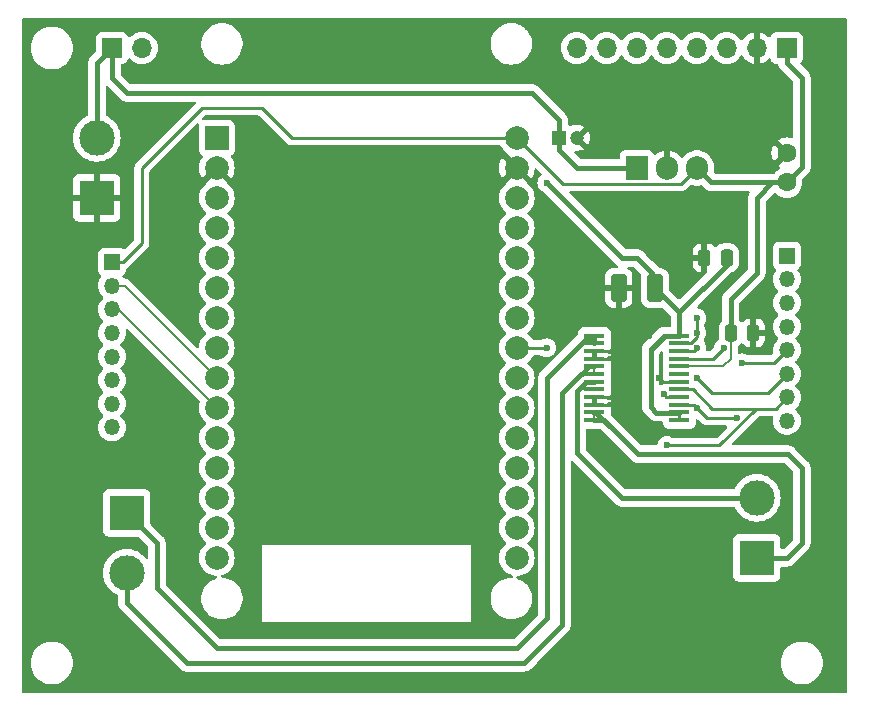
<source format=gtl>
%TF.GenerationSoftware,KiCad,Pcbnew,7.0.5*%
%TF.CreationDate,2023-06-02T21:27:16+04:00*%
%TF.ProjectId,Line Follower PID,4c696e65-2046-46f6-9c6c-6f7765722050,rev?*%
%TF.SameCoordinates,Original*%
%TF.FileFunction,Copper,L1,Top*%
%TF.FilePolarity,Positive*%
%FSLAX46Y46*%
G04 Gerber Fmt 4.6, Leading zero omitted, Abs format (unit mm)*
G04 Created by KiCad (PCBNEW 7.0.5) date 2023-06-02 21:27:16*
%MOMM*%
%LPD*%
G01*
G04 APERTURE LIST*
G04 Aperture macros list*
%AMRoundRect*
0 Rectangle with rounded corners*
0 $1 Rounding radius*
0 $2 $3 $4 $5 $6 $7 $8 $9 X,Y pos of 4 corners*
0 Add a 4 corners polygon primitive as box body*
4,1,4,$2,$3,$4,$5,$6,$7,$8,$9,$2,$3,0*
0 Add four circle primitives for the rounded corners*
1,1,$1+$1,$2,$3*
1,1,$1+$1,$4,$5*
1,1,$1+$1,$6,$7*
1,1,$1+$1,$8,$9*
0 Add four rect primitives between the rounded corners*
20,1,$1+$1,$2,$3,$4,$5,0*
20,1,$1+$1,$4,$5,$6,$7,0*
20,1,$1+$1,$6,$7,$8,$9,0*
20,1,$1+$1,$8,$9,$2,$3,0*%
G04 Aperture macros list end*
%TA.AperFunction,ComponentPad*%
%ADD10R,2.000000X2.000000*%
%TD*%
%TA.AperFunction,ComponentPad*%
%ADD11C,2.000000*%
%TD*%
%TA.AperFunction,ComponentPad*%
%ADD12R,1.700000X1.700000*%
%TD*%
%TA.AperFunction,ComponentPad*%
%ADD13O,1.700000X1.700000*%
%TD*%
%TA.AperFunction,ComponentPad*%
%ADD14C,1.600000*%
%TD*%
%TA.AperFunction,ComponentPad*%
%ADD15R,1.350000X1.350000*%
%TD*%
%TA.AperFunction,ComponentPad*%
%ADD16O,1.350000X1.350000*%
%TD*%
%TA.AperFunction,ComponentPad*%
%ADD17R,1.200000X1.200000*%
%TD*%
%TA.AperFunction,ComponentPad*%
%ADD18C,1.200000*%
%TD*%
%TA.AperFunction,SMDPad,CuDef*%
%ADD19R,1.750000X0.450000*%
%TD*%
%TA.AperFunction,SMDPad,CuDef*%
%ADD20RoundRect,0.250000X0.412500X0.925000X-0.412500X0.925000X-0.412500X-0.925000X0.412500X-0.925000X0*%
%TD*%
%TA.AperFunction,SMDPad,CuDef*%
%ADD21RoundRect,0.250000X-0.250000X-0.475000X0.250000X-0.475000X0.250000X0.475000X-0.250000X0.475000X0*%
%TD*%
%TA.AperFunction,ComponentPad*%
%ADD22R,3.000000X3.000000*%
%TD*%
%TA.AperFunction,ComponentPad*%
%ADD23C,3.000000*%
%TD*%
%TA.AperFunction,ComponentPad*%
%ADD24R,1.905000X2.000000*%
%TD*%
%TA.AperFunction,ComponentPad*%
%ADD25O,1.905000X2.000000*%
%TD*%
%TA.AperFunction,SMDPad,CuDef*%
%ADD26RoundRect,0.250000X0.250000X0.475000X-0.250000X0.475000X-0.250000X-0.475000X0.250000X-0.475000X0*%
%TD*%
%TA.AperFunction,ViaPad*%
%ADD27C,0.600000*%
%TD*%
%TA.AperFunction,Conductor*%
%ADD28C,0.464000*%
%TD*%
%TA.AperFunction,Conductor*%
%ADD29C,0.254000*%
%TD*%
%TA.AperFunction,Conductor*%
%ADD30C,0.200000*%
%TD*%
G04 APERTURE END LIST*
D10*
%TO.P,U1,1,3V3*%
%TO.N,unconnected-(U1-3V3-Pad1)*%
X114300000Y-83820000D03*
D11*
%TO.P,U1,2,GND*%
%TO.N,GND*%
X114300000Y-86360000D03*
%TO.P,U1,3,D15*%
%TO.N,unconnected-(U1-D15-Pad3)*%
X114300000Y-88900000D03*
%TO.P,U1,4,D2*%
%TO.N,unconnected-(U1-D2-Pad4)*%
X114300000Y-91440000D03*
%TO.P,U1,5,D4*%
%TO.N,unconnected-(U1-D4-Pad5)*%
X114300000Y-93980000D03*
%TO.P,U1,6,RX2*%
%TO.N,unconnected-(U1-RX2-Pad6)*%
X114300000Y-96520000D03*
%TO.P,U1,7,TX2*%
%TO.N,unconnected-(U1-TX2-Pad7)*%
X114300000Y-99060000D03*
%TO.P,U1,8,D5*%
%TO.N,unconnected-(U1-D5-Pad8)*%
X114300000Y-101600000D03*
%TO.P,U1,9,D18*%
%TO.N,Net-(J6-Pin_2)*%
X114300000Y-104140000D03*
%TO.P,U1,10,D19*%
%TO.N,Net-(J6-Pin_3)*%
X114300000Y-106680000D03*
%TO.P,U1,11,D21*%
%TO.N,AIN2*%
X114300000Y-109220000D03*
%TO.P,U1,12,RX0*%
%TO.N,unconnected-(U1-RX0-Pad12)*%
X114300000Y-111760000D03*
%TO.P,U1,13,TX0*%
%TO.N,unconnected-(U1-TX0-Pad13)*%
X114300000Y-114300000D03*
%TO.P,U1,14,D22*%
%TO.N,AIN1*%
X114300000Y-116840000D03*
%TO.P,U1,15,D23*%
%TO.N,PWMA*%
X114300000Y-119380000D03*
%TO.P,U1,16,EN*%
%TO.N,unconnected-(U1-EN-Pad16)*%
X139700000Y-119380000D03*
%TO.P,U1,17,VP*%
%TO.N,unconnected-(U1-VP-Pad17)*%
X139700000Y-116840000D03*
%TO.P,U1,18,VN*%
%TO.N,unconnected-(U1-VN-Pad18)*%
X139700000Y-114300000D03*
%TO.P,U1,19,D34*%
%TO.N,unconnected-(U1-D34-Pad19)*%
X139700000Y-111760000D03*
%TO.P,U1,20,D35*%
%TO.N,unconnected-(U1-D35-Pad20)*%
X139700000Y-109220000D03*
%TO.P,U1,21,D32*%
%TO.N,PWMB*%
X139700000Y-106680000D03*
%TO.P,U1,22,D33*%
%TO.N,BIN1*%
X139700000Y-104140000D03*
%TO.P,U1,23,D25*%
%TO.N,BIN2*%
X139700000Y-101600000D03*
%TO.P,U1,24,D26*%
%TO.N,IR1*%
X139700000Y-99060000D03*
%TO.P,U1,25,D27*%
%TO.N,IR2*%
X139700000Y-96520000D03*
%TO.P,U1,26,D14*%
%TO.N,Net-(J7-Pin_5)*%
X139700000Y-93980000D03*
%TO.P,U1,27,D12*%
%TO.N,Net-(J7-Pin_6)*%
X139700000Y-91440000D03*
%TO.P,U1,28,D13*%
%TO.N,Net-(J7-Pin_7)*%
X139700000Y-88900000D03*
%TO.P,U1,29,GND*%
%TO.N,GND*%
X139700000Y-86360000D03*
%TO.P,U1,30,VIN*%
%TO.N,5V*%
X139700000Y-83820000D03*
%TD*%
D12*
%TO.P,J1,1,Pin_1*%
%TO.N,V_Batt*%
X105410000Y-76200000D03*
D13*
%TO.P,J1,2,Pin_2*%
%TO.N,Net-(J1-Pin_2)*%
X107950000Y-76200000D03*
%TD*%
D14*
%TO.P,C4,1*%
%TO.N,5V*%
X162560000Y-87590000D03*
%TO.P,C4,2*%
%TO.N,GND*%
X162560000Y-85090000D03*
%TD*%
D15*
%TO.P,J6,1,Pin_1*%
%TO.N,5V*%
X105410000Y-94330000D03*
D16*
%TO.P,J6,2,Pin_2*%
%TO.N,Net-(J6-Pin_2)*%
X105410000Y-96330000D03*
%TO.P,J6,3,Pin_3*%
%TO.N,Net-(J6-Pin_3)*%
X105410000Y-98330000D03*
%TO.P,J6,4,Pin_4*%
%TO.N,3v3*%
X105410000Y-100330000D03*
%TO.P,J6,5,Pin_5*%
%TO.N,unconnected-(J6-Pin_5-Pad5)*%
X105410000Y-102330000D03*
%TO.P,J6,6,Pin_6*%
%TO.N,unconnected-(J6-Pin_6-Pad6)*%
X105410000Y-104330000D03*
%TO.P,J6,7,Pin_7*%
%TO.N,unconnected-(J6-Pin_7-Pad7)*%
X105410000Y-106330000D03*
%TO.P,J6,8,Pin_8*%
%TO.N,unconnected-(J6-Pin_8-Pad8)*%
X105410000Y-108330000D03*
%TD*%
D17*
%TO.P,C5,1*%
%TO.N,V_Batt*%
X143280000Y-83820000D03*
D18*
%TO.P,C5,2*%
%TO.N,GND*%
X144780000Y-83820000D03*
%TD*%
D19*
%TO.P,U2,1,AO1*%
%TO.N,Net-(J4-Pin_1)*%
X146260000Y-100565000D03*
%TO.P,U2,2,AO1*%
X146260000Y-101215000D03*
%TO.P,U2,3,PGND1*%
%TO.N,GND*%
X146260000Y-101865000D03*
%TO.P,U2,4,PGND1*%
X146260000Y-102515000D03*
%TO.P,U2,5,AO2*%
%TO.N,Net-(J4-Pin_2)*%
X146260000Y-103165000D03*
%TO.P,U2,6,AO2*%
X146260000Y-103815000D03*
%TO.P,U2,7,BO2*%
%TO.N,Net-(J5-Pin_2)*%
X146260000Y-104465000D03*
%TO.P,U2,8,BO2*%
X146260000Y-105115000D03*
%TO.P,U2,9,PGND2*%
%TO.N,GND*%
X146260000Y-105765000D03*
%TO.P,U2,10,PGND2*%
X146260000Y-106415000D03*
%TO.P,U2,11,BO1*%
%TO.N,Net-(J5-Pin_1)*%
X146260000Y-107065000D03*
%TO.P,U2,12,BO1*%
X146260000Y-107715000D03*
%TO.P,U2,13,VM2*%
%TO.N,Net-(J1-Pin_2)*%
X153460000Y-107715000D03*
%TO.P,U2,14,VM3*%
X153460000Y-107065000D03*
%TO.P,U2,15,PWMB*%
%TO.N,PWMB*%
X153460000Y-106415000D03*
%TO.P,U2,16,BIN2*%
%TO.N,BIN2*%
X153460000Y-105765000D03*
%TO.P,U2,17,BIN1*%
%TO.N,BIN1*%
X153460000Y-105115000D03*
%TO.P,U2,18,GND*%
%TO.N,GND*%
X153460000Y-104465000D03*
%TO.P,U2,19,STBY*%
%TO.N,Net-(J2-Pin_2)*%
X153460000Y-103815000D03*
%TO.P,U2,20,VCC*%
%TO.N,5V*%
X153460000Y-103165000D03*
%TO.P,U2,21,AIN1*%
%TO.N,AIN1*%
X153460000Y-102515000D03*
%TO.P,U2,22,AIN2*%
%TO.N,AIN2*%
X153460000Y-101865000D03*
%TO.P,U2,23,PWMA*%
%TO.N,PWMA*%
X153460000Y-101215000D03*
%TO.P,U2,24,VM1*%
%TO.N,Net-(J1-Pin_2)*%
X153460000Y-100565000D03*
%TD*%
D20*
%TO.P,C3,1*%
%TO.N,Net-(J1-Pin_2)*%
X151397500Y-96520000D03*
%TO.P,C3,2*%
%TO.N,GND*%
X148322500Y-96520000D03*
%TD*%
D21*
%TO.P,C1,1*%
%TO.N,5V*%
X157800000Y-100330000D03*
%TO.P,C1,2*%
%TO.N,GND*%
X159700000Y-100330000D03*
%TD*%
D22*
%TO.P,J3,1,Pin_1*%
%TO.N,GND*%
X104140000Y-88900000D03*
D23*
%TO.P,J3,2,Pin_2*%
%TO.N,V_Batt*%
X104140000Y-83820000D03*
%TD*%
D24*
%TO.P,U3,1,VI*%
%TO.N,V_Batt*%
X149860000Y-86360000D03*
D25*
%TO.P,U3,2,GND*%
%TO.N,GND*%
X152400000Y-86360000D03*
%TO.P,U3,3,VO*%
%TO.N,5V*%
X154940000Y-86360000D03*
%TD*%
D22*
%TO.P,J5,1,Pin_1*%
%TO.N,Net-(J5-Pin_1)*%
X160020000Y-119380000D03*
D23*
%TO.P,J5,2,Pin_2*%
%TO.N,Net-(J5-Pin_2)*%
X160020000Y-114300000D03*
%TD*%
D22*
%TO.P,J4,1,Pin_1*%
%TO.N,Net-(J4-Pin_1)*%
X106680000Y-115570000D03*
D23*
%TO.P,J4,2,Pin_2*%
%TO.N,Net-(J4-Pin_2)*%
X106680000Y-120650000D03*
%TD*%
D26*
%TO.P,C2,1*%
%TO.N,Net-(J1-Pin_2)*%
X157480000Y-93980000D03*
%TO.P,C2,2*%
%TO.N,GND*%
X155580000Y-93980000D03*
%TD*%
D12*
%TO.P,J7,1,Pin_1*%
%TO.N,5V*%
X162545000Y-76200000D03*
D13*
%TO.P,J7,2,Pin_2*%
%TO.N,GND*%
X160005000Y-76200000D03*
%TO.P,J7,3,Pin_3*%
%TO.N,IR1*%
X157465000Y-76200000D03*
%TO.P,J7,4,Pin_4*%
%TO.N,IR2*%
X154925000Y-76200000D03*
%TO.P,J7,5,Pin_5*%
%TO.N,Net-(J7-Pin_5)*%
X152385000Y-76200000D03*
%TO.P,J7,6,Pin_6*%
%TO.N,Net-(J7-Pin_6)*%
X149845000Y-76200000D03*
%TO.P,J7,7,Pin_7*%
%TO.N,Net-(J7-Pin_7)*%
X147305000Y-76200000D03*
%TO.P,J7,8*%
%TO.N,N/C*%
X144765000Y-76200000D03*
%TD*%
D15*
%TO.P,J2,1,Pin_1*%
%TO.N,unconnected-(J2-Pin_1-Pad1)*%
X162560000Y-93790000D03*
D16*
%TO.P,J2,2,Pin_2*%
%TO.N,Net-(J2-Pin_2)*%
X162560000Y-95790000D03*
%TO.P,J2,3,Pin_3*%
%TO.N,PWMB*%
X162560000Y-97790000D03*
%TO.P,J2,4,Pin_4*%
%TO.N,PWMA*%
X162560000Y-99790000D03*
%TO.P,J2,5,Pin_5*%
%TO.N,AIN1*%
X162560000Y-101790000D03*
%TO.P,J2,6,Pin_6*%
%TO.N,AIN2*%
X162560000Y-103790000D03*
%TO.P,J2,7,Pin_7*%
%TO.N,BIN1*%
X162560000Y-105790000D03*
%TO.P,J2,8,Pin_8*%
%TO.N,BIN2*%
X162560000Y-107790000D03*
%TD*%
D27*
%TO.N,GND*%
X151756500Y-104140000D03*
X159004000Y-88900000D03*
X150876000Y-89408000D03*
X150876000Y-100584000D03*
X118364000Y-85852000D03*
%TO.N,Net-(J1-Pin_2)*%
X142240000Y-87630000D03*
%TO.N,PWMB*%
X158306997Y-107506997D03*
X154940000Y-106680000D03*
%TO.N,PWMA*%
X154940000Y-100330000D03*
X154940000Y-99060000D03*
%TO.N,AIN1*%
X157200500Y-101600000D03*
X158750000Y-102870000D03*
%TO.N,AIN2*%
X154940000Y-101600000D03*
X154940000Y-104140000D03*
%TO.N,BIN1*%
X152400000Y-109863500D03*
%TO.N,BIN2*%
X142240000Y-101600000D03*
X152117823Y-105516770D03*
%TD*%
D28*
%TO.N,Net-(J4-Pin_2)*%
X106680000Y-123190000D02*
X106680000Y-120650000D01*
X143510000Y-125095000D02*
X140335000Y-128270000D01*
X140335000Y-128270000D02*
X111760000Y-128270000D01*
X143510000Y-105410000D02*
X143510000Y-125095000D01*
X145105000Y-103815000D02*
X143510000Y-105410000D01*
X111760000Y-128270000D02*
X106680000Y-123190000D01*
X145185000Y-103815000D02*
X145105000Y-103815000D01*
%TO.N,Net-(J5-Pin_1)*%
X162560000Y-119380000D02*
X160020000Y-119380000D01*
X163830000Y-118110000D02*
X162560000Y-119380000D01*
X163830000Y-111760000D02*
X163830000Y-118110000D01*
X149965500Y-110595500D02*
X162665500Y-110595500D01*
X149860000Y-110490000D02*
X149965500Y-110595500D01*
X162665500Y-110595500D02*
X163830000Y-111760000D01*
%TO.N,Net-(J1-Pin_2)*%
X149860000Y-93980000D02*
X151130000Y-95250000D01*
D29*
X151130000Y-95250000D02*
X151397500Y-95517500D01*
D28*
X148590000Y-93980000D02*
X149860000Y-93980000D01*
X142240000Y-87630000D02*
X148590000Y-93980000D01*
X157480000Y-94562500D02*
X153460000Y-98582500D01*
X157480000Y-93980000D02*
X157480000Y-94562500D01*
X153460000Y-98582500D02*
X153460000Y-100330000D01*
X151397500Y-96520000D02*
X153460000Y-98582500D01*
D29*
X153460000Y-100330000D02*
X153460000Y-100565000D01*
D28*
X151522000Y-107072000D02*
X153460000Y-107072000D01*
X151130000Y-106680000D02*
X151522000Y-107072000D01*
X152153000Y-100558000D02*
X153460000Y-100558000D01*
X151024500Y-101686500D02*
X152153000Y-100558000D01*
X151024500Y-106574500D02*
X151024500Y-101686500D01*
X151130000Y-106680000D02*
X151024500Y-106574500D01*
%TO.N,Net-(J5-Pin_1)*%
X148590000Y-109220000D02*
X147085000Y-107715000D01*
X147085000Y-107715000D02*
X146260000Y-107715000D01*
X148590000Y-109220000D02*
X146442000Y-107072000D01*
X149860000Y-110490000D02*
X148590000Y-109220000D01*
X146442000Y-107072000D02*
X146260000Y-107072000D01*
%TO.N,Net-(J5-Pin_2)*%
X145589000Y-104472000D02*
X146260000Y-104472000D01*
X144780000Y-105281000D02*
X145589000Y-104472000D01*
X144780000Y-105410000D02*
X144780000Y-105281000D01*
X148590000Y-114300000D02*
X160020000Y-114300000D01*
X144780000Y-110490000D02*
X148590000Y-114300000D01*
X144780000Y-105410000D02*
X144780000Y-110490000D01*
%TO.N,Net-(J4-Pin_2)*%
X145185000Y-103815000D02*
X145828000Y-103172000D01*
X145828000Y-103172000D02*
X146260000Y-103172000D01*
D30*
X146260000Y-103815000D02*
X146260000Y-103165000D01*
D28*
%TO.N,Net-(J4-Pin_1)*%
X109220000Y-118110000D02*
X106680000Y-115570000D01*
X109220000Y-121920000D02*
X109220000Y-118110000D01*
X139700000Y-127000000D02*
X114300000Y-127000000D01*
X142240000Y-124460000D02*
X139700000Y-127000000D01*
X114300000Y-127000000D02*
X109220000Y-121920000D01*
X142240000Y-104140000D02*
X142240000Y-124460000D01*
X144780000Y-101600000D02*
X142240000Y-104140000D01*
X145815000Y-100565000D02*
X144780000Y-101600000D01*
X146260000Y-100565000D02*
X145815000Y-100565000D01*
X146260000Y-100565000D02*
X146260000Y-101208000D01*
D29*
X145610000Y-101215000D02*
X146260000Y-100565000D01*
X145185000Y-101215000D02*
X145610000Y-101215000D01*
X146260000Y-101215000D02*
X145165000Y-101215000D01*
X145165000Y-101215000D02*
X144780000Y-101600000D01*
%TO.N,5V*%
X113030000Y-81280000D02*
X107950000Y-86360000D01*
D28*
X157800000Y-100330000D02*
X157800000Y-97470000D01*
X156170000Y-87590000D02*
X154940000Y-86360000D01*
D30*
X157185000Y-103165000D02*
X153460000Y-103165000D01*
D28*
X161330000Y-87590000D02*
X162560000Y-87590000D01*
D29*
X118110000Y-81280000D02*
X113030000Y-81280000D01*
X107950000Y-86360000D02*
X107950000Y-92710000D01*
X120650000Y-83820000D02*
X118110000Y-81280000D01*
D28*
X162560000Y-87590000D02*
X163830000Y-86320000D01*
X160020000Y-88900000D02*
X161330000Y-87590000D01*
D29*
X143567000Y-87687000D02*
X153613000Y-87687000D01*
D28*
X162560000Y-87590000D02*
X156170000Y-87590000D01*
D29*
X106330000Y-94330000D02*
X105410000Y-94330000D01*
D28*
X162545000Y-77455000D02*
X162545000Y-76200000D01*
D29*
X153613000Y-87687000D02*
X154940000Y-86360000D01*
X107950000Y-92710000D02*
X106330000Y-94330000D01*
X139700000Y-83820000D02*
X120650000Y-83820000D01*
D28*
X163830000Y-78740000D02*
X162545000Y-77455000D01*
D29*
X139700000Y-83820000D02*
X143567000Y-87687000D01*
D28*
X160020000Y-95250000D02*
X160020000Y-88900000D01*
X163830000Y-86320000D02*
X163830000Y-78740000D01*
X157800000Y-97470000D02*
X160020000Y-95250000D01*
D30*
X157800000Y-100330000D02*
X157800000Y-102550000D01*
X157800000Y-102550000D02*
X157185000Y-103165000D01*
D29*
%TO.N,GND*%
X148590000Y-101600000D02*
X148325000Y-101865000D01*
X152081500Y-104465000D02*
X153460000Y-104465000D01*
X148325000Y-101865000D02*
X146260000Y-101865000D01*
X146260000Y-105765000D02*
X147675000Y-105765000D01*
X147675000Y-102515000D02*
X148590000Y-101600000D01*
X148325000Y-106415000D02*
X146260000Y-106415000D01*
X146260000Y-102515000D02*
X147675000Y-102515000D01*
X151756500Y-104140000D02*
X152081500Y-104465000D01*
X147675000Y-105765000D02*
X148325000Y-106415000D01*
%TO.N,Net-(J1-Pin_2)*%
X152331000Y-100565000D02*
X153460000Y-100565000D01*
X151397500Y-95517500D02*
X151397500Y-96520000D01*
X151515000Y-107065000D02*
X151130000Y-106680000D01*
X151130000Y-106680000D02*
X151130000Y-101766000D01*
X153460000Y-107065000D02*
X151515000Y-107065000D01*
X153460000Y-107715000D02*
X153460000Y-107065000D01*
X151130000Y-101766000D02*
X152331000Y-100565000D01*
D28*
%TO.N,V_Batt*%
X140970000Y-80010000D02*
X143280000Y-82320000D01*
X143280000Y-83820000D02*
X143280000Y-84860000D01*
X144780000Y-86360000D02*
X149860000Y-86360000D01*
X105410000Y-76200000D02*
X105410000Y-78740000D01*
X143280000Y-84860000D02*
X144780000Y-86360000D01*
X143280000Y-82320000D02*
X143280000Y-83820000D01*
X105410000Y-78740000D02*
X106680000Y-80010000D01*
X104140000Y-77470000D02*
X105410000Y-76200000D01*
X104140000Y-83820000D02*
X104140000Y-77470000D01*
X106680000Y-80010000D02*
X140970000Y-80010000D01*
D29*
%TO.N,PWMB*%
X158306997Y-107506997D02*
X155766997Y-107506997D01*
X154675000Y-106415000D02*
X153460000Y-106415000D01*
X155766997Y-107506997D02*
X154940000Y-106680000D01*
X154940000Y-106680000D02*
X154675000Y-106415000D01*
%TO.N,PWMA*%
X154940000Y-100713288D02*
X154438288Y-101215000D01*
X154940000Y-100330000D02*
X154940000Y-100713288D01*
X154438288Y-101215000D02*
X153460000Y-101215000D01*
X154940000Y-99060000D02*
X154940000Y-100330000D01*
%TO.N,AIN1*%
X161480000Y-102870000D02*
X158750000Y-102870000D01*
X162560000Y-101790000D02*
X161480000Y-102870000D01*
X156285500Y-102515000D02*
X153460000Y-102515000D01*
X157200500Y-101600000D02*
X156285500Y-102515000D01*
%TO.N,AIN2*%
X154675000Y-101865000D02*
X153460000Y-101865000D01*
X156210000Y-105410000D02*
X160940000Y-105410000D01*
X154940000Y-101600000D02*
X154675000Y-101865000D01*
X160940000Y-105410000D02*
X162560000Y-103790000D01*
X154940000Y-104140000D02*
X156210000Y-105410000D01*
%TO.N,BIN1*%
X156836500Y-109863500D02*
X159964000Y-106736000D01*
X154589000Y-105115000D02*
X153460000Y-105115000D01*
X156210000Y-106736000D02*
X154589000Y-105115000D01*
X159964000Y-106736000D02*
X156210000Y-106736000D01*
X161614000Y-106736000D02*
X156210000Y-106736000D01*
X152400000Y-109863500D02*
X156836500Y-109863500D01*
X162560000Y-105790000D02*
X161614000Y-106736000D01*
%TO.N,BIN2*%
X153460000Y-105765000D02*
X152366053Y-105765000D01*
X139700000Y-101600000D02*
X142240000Y-101600000D01*
X152366053Y-105765000D02*
X152117823Y-105516770D01*
D30*
%TO.N,Net-(J4-Pin_1)*%
X145185000Y-101215000D02*
X146260000Y-101215000D01*
X146260000Y-100565000D02*
X146260000Y-101215000D01*
%TO.N,Net-(J4-Pin_2)*%
X146260000Y-103815000D02*
X145185000Y-103815000D01*
D29*
%TO.N,Net-(J5-Pin_1)*%
X147085000Y-107715000D02*
X149860000Y-110490000D01*
D30*
X146260000Y-107065000D02*
X146260000Y-107715000D01*
%TO.N,Net-(J5-Pin_2)*%
X145075000Y-105115000D02*
X144780000Y-105410000D01*
X146260000Y-104465000D02*
X145725000Y-104465000D01*
X146260000Y-105115000D02*
X145075000Y-105115000D01*
X145725000Y-104465000D02*
X144780000Y-105410000D01*
%TO.N,Net-(J6-Pin_2)*%
X106490000Y-96330000D02*
X105410000Y-96330000D01*
X114300000Y-104140000D02*
X106490000Y-96330000D01*
%TO.N,Net-(J6-Pin_3)*%
X114300000Y-106680000D02*
X105950000Y-98330000D01*
X105950000Y-98330000D02*
X105410000Y-98330000D01*
%TO.N,IR2*%
X154925000Y-76200000D02*
X154940000Y-76200000D01*
%TD*%
%TA.AperFunction,Conductor*%
%TO.N,GND*%
G36*
X146428039Y-105860184D02*
G01*
X146473794Y-105912988D01*
X146485000Y-105964499D01*
X146485000Y-106215500D01*
X146465315Y-106282539D01*
X146412511Y-106328294D01*
X146361000Y-106339500D01*
X146159000Y-106339500D01*
X146091961Y-106319815D01*
X146046206Y-106267011D01*
X146035000Y-106215500D01*
X146035000Y-105964499D01*
X146054685Y-105897460D01*
X146107489Y-105851705D01*
X146159000Y-105840499D01*
X146361000Y-105840499D01*
X146428039Y-105860184D01*
G37*
%TD.AperFunction*%
%TA.AperFunction,Conductor*%
G36*
X152003833Y-101882097D02*
G01*
X152059767Y-101923968D01*
X152084184Y-101989432D01*
X152084500Y-101998278D01*
X152084500Y-102137868D01*
X152084501Y-102137878D01*
X152088679Y-102176745D01*
X152088679Y-102203250D01*
X152084500Y-102242122D01*
X152084500Y-102787869D01*
X152084501Y-102787878D01*
X152088679Y-102826745D01*
X152088679Y-102853250D01*
X152084500Y-102892122D01*
X152084500Y-103437869D01*
X152084501Y-103437878D01*
X152088679Y-103476745D01*
X152088679Y-103503250D01*
X152084500Y-103542122D01*
X152084500Y-104087869D01*
X152084501Y-104087880D01*
X152088931Y-104129093D01*
X152088931Y-104155596D01*
X152085000Y-104192165D01*
X152085000Y-104240000D01*
X152100611Y-104255611D01*
X152114484Y-104259685D01*
X152146711Y-104289689D01*
X152222320Y-104390689D01*
X152246738Y-104456153D01*
X152231887Y-104524426D01*
X152222321Y-104539309D01*
X152146711Y-104640312D01*
X152098890Y-104676110D01*
X152087615Y-104687385D01*
X152026291Y-104720869D01*
X152013819Y-104722922D01*
X151938573Y-104731400D01*
X151932950Y-104733367D01*
X151922452Y-104737041D01*
X151852675Y-104740602D01*
X151792048Y-104705873D01*
X151759821Y-104643879D01*
X151757500Y-104619999D01*
X151757500Y-102077280D01*
X151777185Y-102010241D01*
X151793810Y-101989608D01*
X151872823Y-101910594D01*
X151934141Y-101877113D01*
X152003833Y-101882097D01*
G37*
%TD.AperFunction*%
%TA.AperFunction,Conductor*%
G36*
X146240475Y-101940603D02*
G01*
X146302881Y-101944239D01*
X146311336Y-101942747D01*
X146313407Y-101942383D01*
X146334940Y-101940499D01*
X146361000Y-101940499D01*
X146428039Y-101960184D01*
X146473794Y-102012988D01*
X146485000Y-102064499D01*
X146485000Y-102315500D01*
X146465315Y-102382539D01*
X146412511Y-102428294D01*
X146361000Y-102439500D01*
X146159000Y-102439500D01*
X146091961Y-102419815D01*
X146046206Y-102367011D01*
X146035000Y-102315500D01*
X146035000Y-102064499D01*
X146054685Y-101997460D01*
X146107489Y-101951705D01*
X146159000Y-101940499D01*
X146236872Y-101940499D01*
X146240475Y-101940603D01*
G37*
%TD.AperFunction*%
%TA.AperFunction,Conductor*%
G36*
X154494845Y-87790916D02*
G01*
X154582083Y-87820865D01*
X154582085Y-87820865D01*
X154582087Y-87820866D01*
X154819601Y-87860500D01*
X154819602Y-87860500D01*
X155060398Y-87860500D01*
X155060399Y-87860500D01*
X155292410Y-87821784D01*
X155361775Y-87830166D01*
X155400501Y-87856412D01*
X155607918Y-88063829D01*
X155619700Y-88077462D01*
X155633571Y-88096094D01*
X155672591Y-88128836D01*
X155676581Y-88132492D01*
X155682218Y-88138129D01*
X155693994Y-88147439D01*
X155706607Y-88157413D01*
X155707979Y-88158530D01*
X155724669Y-88172534D01*
X155764744Y-88206161D01*
X155764748Y-88206163D01*
X155770780Y-88210131D01*
X155770732Y-88210203D01*
X155776650Y-88213973D01*
X155776696Y-88213900D01*
X155782834Y-88217686D01*
X155782837Y-88217688D01*
X155807785Y-88229321D01*
X155849979Y-88248997D01*
X155851603Y-88249783D01*
X155917760Y-88283009D01*
X155924555Y-88285482D01*
X155924524Y-88285565D01*
X155931143Y-88287865D01*
X155931171Y-88287782D01*
X155938025Y-88290052D01*
X155938028Y-88290054D01*
X156010633Y-88305045D01*
X156012270Y-88305408D01*
X156084383Y-88322500D01*
X156084389Y-88322500D01*
X156091556Y-88323338D01*
X156091545Y-88323425D01*
X156098521Y-88324137D01*
X156098529Y-88324052D01*
X156105719Y-88324681D01*
X156105723Y-88324680D01*
X156105724Y-88324681D01*
X156133294Y-88323878D01*
X156179784Y-88322526D01*
X156181587Y-88322500D01*
X159287539Y-88322500D01*
X159354578Y-88342185D01*
X159400333Y-88394989D01*
X159410277Y-88464147D01*
X159395053Y-88506148D01*
X159395364Y-88506293D01*
X159393734Y-88509788D01*
X159393080Y-88511593D01*
X159392311Y-88512839D01*
X159361013Y-88579958D01*
X159360228Y-88581579D01*
X159326988Y-88647764D01*
X159324517Y-88654555D01*
X159324437Y-88654526D01*
X159322135Y-88661151D01*
X159322216Y-88661178D01*
X159319945Y-88668029D01*
X159304969Y-88740555D01*
X159304579Y-88742313D01*
X159287499Y-88814383D01*
X159286661Y-88821558D01*
X159286574Y-88821547D01*
X159285862Y-88828523D01*
X159285948Y-88828531D01*
X159285318Y-88835720D01*
X159287474Y-88909784D01*
X159287500Y-88911587D01*
X159287500Y-94895225D01*
X159267815Y-94962264D01*
X159251181Y-94982906D01*
X157326167Y-96907919D01*
X157312538Y-96919698D01*
X157293905Y-96933570D01*
X157293904Y-96933571D01*
X157261169Y-96972583D01*
X157257521Y-96976565D01*
X157251874Y-96982213D01*
X157232574Y-97006621D01*
X157231437Y-97008017D01*
X157183838Y-97064744D01*
X157179870Y-97070778D01*
X157179798Y-97070731D01*
X157176033Y-97076641D01*
X157176106Y-97076686D01*
X157172311Y-97082838D01*
X157141013Y-97149958D01*
X157140228Y-97151579D01*
X157106988Y-97217764D01*
X157104517Y-97224555D01*
X157104437Y-97224526D01*
X157102135Y-97231151D01*
X157102216Y-97231178D01*
X157099945Y-97238029D01*
X157084969Y-97310555D01*
X157084579Y-97312313D01*
X157067499Y-97384383D01*
X157066661Y-97391558D01*
X157066574Y-97391547D01*
X157065862Y-97398523D01*
X157065948Y-97398531D01*
X157065318Y-97405720D01*
X157067474Y-97479784D01*
X157067500Y-97481587D01*
X157067500Y-99224770D01*
X157047815Y-99291809D01*
X157031181Y-99312451D01*
X156957289Y-99386342D01*
X156865187Y-99535663D01*
X156865185Y-99535668D01*
X156865115Y-99535880D01*
X156810001Y-99702203D01*
X156810001Y-99702204D01*
X156810000Y-99702204D01*
X156799500Y-99804983D01*
X156799500Y-100838023D01*
X156779815Y-100905062D01*
X156741474Y-100943015D01*
X156698242Y-100970180D01*
X156698237Y-100970184D01*
X156570684Y-101097737D01*
X156474710Y-101250478D01*
X156415132Y-101420745D01*
X156410186Y-101464637D01*
X156383118Y-101529051D01*
X156374647Y-101538432D01*
X156061898Y-101851182D01*
X156000577Y-101884666D01*
X155974219Y-101887500D01*
X155851928Y-101887500D01*
X155784889Y-101867815D01*
X155739134Y-101815011D01*
X155728708Y-101749617D01*
X155745565Y-101600003D01*
X155745565Y-101599996D01*
X155725369Y-101420750D01*
X155725368Y-101420745D01*
X155704787Y-101361927D01*
X155665789Y-101250478D01*
X155648599Y-101223121D01*
X155593982Y-101136198D01*
X155569816Y-101097738D01*
X155554505Y-101082426D01*
X155521020Y-101021104D01*
X155526004Y-100951412D01*
X155526895Y-100949096D01*
X155528070Y-100946126D01*
X155528070Y-100946125D01*
X155528072Y-100946122D01*
X155533078Y-100926622D01*
X155539376Y-100908224D01*
X155547374Y-100889746D01*
X155548052Y-100885463D01*
X155568306Y-100839538D01*
X155566111Y-100838159D01*
X155665787Y-100679526D01*
X155665787Y-100679524D01*
X155665789Y-100679522D01*
X155725368Y-100509255D01*
X155735502Y-100419313D01*
X155745565Y-100330003D01*
X155745565Y-100329996D01*
X155725369Y-100150750D01*
X155725368Y-100150745D01*
X155689500Y-100048240D01*
X155665789Y-99980478D01*
X155586505Y-99854299D01*
X155567500Y-99788328D01*
X155567500Y-99601671D01*
X155586507Y-99535698D01*
X155665788Y-99409524D01*
X155671856Y-99392183D01*
X155725368Y-99239255D01*
X155738205Y-99125322D01*
X155745565Y-99060003D01*
X155745565Y-99059996D01*
X155725369Y-98880750D01*
X155725368Y-98880745D01*
X155704787Y-98821927D01*
X155665789Y-98710478D01*
X155569816Y-98557738D01*
X155442262Y-98430184D01*
X155412482Y-98411472D01*
X155289523Y-98334211D01*
X155119252Y-98274631D01*
X155091591Y-98271514D01*
X155027178Y-98244446D01*
X154987624Y-98186850D01*
X154985487Y-98117013D01*
X155017794Y-98060615D01*
X157862936Y-95215473D01*
X157911608Y-95185451D01*
X158049334Y-95139814D01*
X158198656Y-95047712D01*
X158322712Y-94923656D01*
X158414814Y-94774334D01*
X158469999Y-94607797D01*
X158480500Y-94505009D01*
X158480499Y-93454992D01*
X158478137Y-93431874D01*
X158469999Y-93352203D01*
X158469998Y-93352200D01*
X158414814Y-93185666D01*
X158322712Y-93036344D01*
X158198656Y-92912288D01*
X158049334Y-92820186D01*
X157882797Y-92765001D01*
X157882795Y-92765000D01*
X157780010Y-92754500D01*
X157179998Y-92754500D01*
X157179980Y-92754501D01*
X157077203Y-92765000D01*
X157077200Y-92765001D01*
X156910668Y-92820185D01*
X156910663Y-92820187D01*
X156761342Y-92912289D01*
X156637288Y-93036343D01*
X156637283Y-93036349D01*
X156635241Y-93039661D01*
X156633247Y-93041453D01*
X156632807Y-93042011D01*
X156632711Y-93041935D01*
X156583291Y-93086383D01*
X156514328Y-93097602D01*
X156450247Y-93069755D01*
X156424168Y-93039656D01*
X156422319Y-93036659D01*
X156422316Y-93036655D01*
X156298345Y-92912684D01*
X156149124Y-92820643D01*
X156149119Y-92820641D01*
X155982697Y-92765494D01*
X155982690Y-92765493D01*
X155879986Y-92755000D01*
X155830000Y-92755000D01*
X155830000Y-95125226D01*
X155810315Y-95192265D01*
X155793681Y-95212907D01*
X153547681Y-97458907D01*
X153486358Y-97492392D01*
X153416666Y-97487408D01*
X153372319Y-97458907D01*
X152596818Y-96683405D01*
X152563333Y-96622082D01*
X152560499Y-96595724D01*
X152560499Y-95544998D01*
X152560498Y-95544981D01*
X152549999Y-95442203D01*
X152549998Y-95442200D01*
X152544850Y-95426665D01*
X152494814Y-95275666D01*
X152402712Y-95126344D01*
X152278656Y-95002288D01*
X152180976Y-94942039D01*
X152129336Y-94910187D01*
X152129331Y-94910185D01*
X152084272Y-94895254D01*
X151962797Y-94855001D01*
X151962795Y-94855000D01*
X151860016Y-94844500D01*
X151860009Y-94844500D01*
X151809579Y-94844500D01*
X151742540Y-94824815D01*
X151712314Y-94797413D01*
X151708498Y-94792587D01*
X151708496Y-94792584D01*
X151145912Y-94230000D01*
X154580001Y-94230000D01*
X154580001Y-94504986D01*
X154590494Y-94607697D01*
X154645641Y-94774119D01*
X154645643Y-94774124D01*
X154737684Y-94923345D01*
X154861654Y-95047315D01*
X155010875Y-95139356D01*
X155010880Y-95139358D01*
X155177302Y-95194505D01*
X155177309Y-95194506D01*
X155280019Y-95204999D01*
X155329999Y-95204998D01*
X155330000Y-95204998D01*
X155330000Y-94230000D01*
X154580001Y-94230000D01*
X151145912Y-94230000D01*
X150645912Y-93730000D01*
X154580000Y-93730000D01*
X155330000Y-93730000D01*
X155330000Y-92755000D01*
X155329999Y-92754999D01*
X155280029Y-92755000D01*
X155280011Y-92755001D01*
X155177302Y-92765494D01*
X155010880Y-92820641D01*
X155010875Y-92820643D01*
X154861654Y-92912684D01*
X154737684Y-93036654D01*
X154645643Y-93185875D01*
X154645641Y-93185880D01*
X154590494Y-93352302D01*
X154590493Y-93352309D01*
X154580000Y-93455013D01*
X154580000Y-93730000D01*
X150645912Y-93730000D01*
X150422078Y-93506166D01*
X150410297Y-93492534D01*
X150396432Y-93473910D01*
X150396431Y-93473909D01*
X150396429Y-93473906D01*
X150357406Y-93441162D01*
X150353421Y-93437509D01*
X150347788Y-93431875D01*
X150347783Y-93431871D01*
X150323386Y-93412581D01*
X150321989Y-93411443D01*
X150265257Y-93363840D01*
X150265256Y-93363839D01*
X150265253Y-93363837D01*
X150259220Y-93359869D01*
X150259267Y-93359797D01*
X150253356Y-93356031D01*
X150253311Y-93356105D01*
X150247166Y-93352315D01*
X150247164Y-93352313D01*
X150247160Y-93352311D01*
X150180055Y-93321019D01*
X150178433Y-93320234D01*
X150112236Y-93286989D01*
X150105447Y-93284518D01*
X150105476Y-93284437D01*
X150098850Y-93282134D01*
X150098823Y-93282216D01*
X150091973Y-93279946D01*
X150019443Y-93264969D01*
X150017684Y-93264579D01*
X149945614Y-93247499D01*
X149938443Y-93246661D01*
X149938453Y-93246574D01*
X149931478Y-93245862D01*
X149931471Y-93245948D01*
X149924280Y-93245318D01*
X149850216Y-93247474D01*
X149848413Y-93247500D01*
X148944773Y-93247500D01*
X148877734Y-93227815D01*
X148857092Y-93211181D01*
X144172093Y-88526181D01*
X144138608Y-88464858D01*
X144143592Y-88395166D01*
X144185464Y-88339233D01*
X144250928Y-88314816D01*
X144259774Y-88314500D01*
X153530033Y-88314500D01*
X153545681Y-88316227D01*
X153545708Y-88315946D01*
X153553475Y-88316680D01*
X153553476Y-88316679D01*
X153553477Y-88316680D01*
X153560104Y-88316471D01*
X153621892Y-88314531D01*
X153623839Y-88314500D01*
X153652473Y-88314500D01*
X153652476Y-88314500D01*
X153659378Y-88313627D01*
X153665190Y-88313169D01*
X153711943Y-88311701D01*
X153731272Y-88306084D01*
X153750328Y-88302137D01*
X153770293Y-88299616D01*
X153813770Y-88282401D01*
X153819276Y-88280516D01*
X153864191Y-88267468D01*
X153881515Y-88257221D01*
X153898983Y-88248663D01*
X153917703Y-88241253D01*
X153955542Y-88213759D01*
X153960391Y-88210574D01*
X154000656Y-88186763D01*
X154014897Y-88172520D01*
X154029678Y-88159897D01*
X154045967Y-88148063D01*
X154045969Y-88148059D01*
X154045971Y-88148059D01*
X154061872Y-88128836D01*
X154075776Y-88112028D01*
X154079689Y-88107728D01*
X154366903Y-87820514D01*
X154428224Y-87787031D01*
X154494845Y-87790916D01*
G37*
%TD.AperFunction*%
%TA.AperFunction,Conductor*%
G36*
X112727468Y-82572464D02*
G01*
X112783401Y-82614336D01*
X112807818Y-82679800D01*
X112805817Y-82704705D01*
X112806738Y-82704804D01*
X112801301Y-82755373D01*
X112799501Y-82772123D01*
X112799500Y-82772135D01*
X112799500Y-84867870D01*
X112799501Y-84867876D01*
X112805908Y-84927483D01*
X112856202Y-85062328D01*
X112856206Y-85062335D01*
X112942452Y-85177544D01*
X112942455Y-85177547D01*
X113057663Y-85263793D01*
X113062799Y-85266597D01*
X113112205Y-85316002D01*
X113127057Y-85384275D01*
X113107182Y-85443251D01*
X112976267Y-85643632D01*
X112876412Y-85871282D01*
X112815387Y-86112261D01*
X112815385Y-86112270D01*
X112794858Y-86359994D01*
X112794858Y-86360005D01*
X112815385Y-86607729D01*
X112815387Y-86607738D01*
X112876412Y-86848717D01*
X112976266Y-87076364D01*
X113076564Y-87229882D01*
X113808866Y-86497579D01*
X113831318Y-86574040D01*
X113910605Y-86697413D01*
X114021438Y-86793451D01*
X114154839Y-86854373D01*
X114158633Y-86854918D01*
X113429942Y-87583609D01*
X113431343Y-87606177D01*
X113415850Y-87674307D01*
X113383744Y-87711713D01*
X113280258Y-87792260D01*
X113111833Y-87975217D01*
X112975826Y-88183393D01*
X112875936Y-88411118D01*
X112814892Y-88652175D01*
X112814890Y-88652187D01*
X112794357Y-88899994D01*
X112794357Y-88900005D01*
X112814890Y-89147812D01*
X112814892Y-89147824D01*
X112875936Y-89388881D01*
X112975826Y-89616606D01*
X113111833Y-89824782D01*
X113111836Y-89824785D01*
X113280256Y-90007738D01*
X113363008Y-90072147D01*
X113403821Y-90128857D01*
X113407496Y-90198630D01*
X113372864Y-90259313D01*
X113363014Y-90267848D01*
X113304400Y-90313469D01*
X113280257Y-90332261D01*
X113111833Y-90515217D01*
X112975826Y-90723393D01*
X112875936Y-90951118D01*
X112814892Y-91192175D01*
X112814890Y-91192187D01*
X112794357Y-91439994D01*
X112794357Y-91440005D01*
X112814890Y-91687812D01*
X112814892Y-91687824D01*
X112875936Y-91928881D01*
X112975826Y-92156606D01*
X113111833Y-92364782D01*
X113144245Y-92399991D01*
X113280256Y-92547738D01*
X113363008Y-92612147D01*
X113403821Y-92668857D01*
X113407496Y-92738630D01*
X113372864Y-92799313D01*
X113363014Y-92807848D01*
X113280256Y-92872262D01*
X113269452Y-92883997D01*
X113111833Y-93055217D01*
X112975826Y-93263393D01*
X112875936Y-93491118D01*
X112814892Y-93732175D01*
X112814890Y-93732187D01*
X112794357Y-93979994D01*
X112794357Y-93980005D01*
X112814890Y-94227812D01*
X112814892Y-94227824D01*
X112875936Y-94468881D01*
X112975826Y-94696606D01*
X113111833Y-94904782D01*
X113122293Y-94916144D01*
X113280256Y-95087738D01*
X113363008Y-95152147D01*
X113403821Y-95208857D01*
X113407496Y-95278630D01*
X113372864Y-95339313D01*
X113363014Y-95347848D01*
X113344130Y-95362547D01*
X113280257Y-95412261D01*
X113111833Y-95595217D01*
X112975826Y-95803393D01*
X112875936Y-96031118D01*
X112814892Y-96272175D01*
X112814890Y-96272187D01*
X112794357Y-96519994D01*
X112794357Y-96520005D01*
X112814890Y-96767812D01*
X112814892Y-96767824D01*
X112875936Y-97008881D01*
X112975826Y-97236606D01*
X113111833Y-97444782D01*
X113111836Y-97444785D01*
X113280256Y-97627738D01*
X113363008Y-97692147D01*
X113403821Y-97748857D01*
X113407496Y-97818630D01*
X113372864Y-97879313D01*
X113363014Y-97887848D01*
X113342858Y-97903537D01*
X113280257Y-97952261D01*
X113111833Y-98135217D01*
X112975826Y-98343393D01*
X112875936Y-98571118D01*
X112814892Y-98812175D01*
X112814890Y-98812187D01*
X112794357Y-99059994D01*
X112794357Y-99060005D01*
X112814890Y-99307812D01*
X112814892Y-99307824D01*
X112875936Y-99548881D01*
X112975826Y-99776606D01*
X113111833Y-99984782D01*
X113111836Y-99984785D01*
X113280256Y-100167738D01*
X113363008Y-100232147D01*
X113403821Y-100288857D01*
X113407496Y-100358630D01*
X113372864Y-100419313D01*
X113363014Y-100427848D01*
X113280256Y-100492262D01*
X113269452Y-100503997D01*
X113111833Y-100675217D01*
X112975826Y-100883393D01*
X112875936Y-101111118D01*
X112814892Y-101352175D01*
X112814890Y-101352187D01*
X112802282Y-101504349D01*
X112777129Y-101569534D01*
X112720727Y-101610772D01*
X112650983Y-101614970D01*
X112591025Y-101581790D01*
X109799235Y-98790000D01*
X106945320Y-95936085D01*
X106939980Y-95929995D01*
X106918282Y-95901718D01*
X106792841Y-95805464D01*
X106787841Y-95803393D01*
X106646762Y-95744956D01*
X106646760Y-95744955D01*
X106529361Y-95729500D01*
X106490000Y-95724318D01*
X106487381Y-95724318D01*
X106485252Y-95723692D01*
X106481941Y-95723257D01*
X106482008Y-95722740D01*
X106420342Y-95704633D01*
X106388427Y-95675045D01*
X106366207Y-95645621D01*
X106332251Y-95600656D01*
X106307560Y-95535297D01*
X106322125Y-95466962D01*
X106356895Y-95426665D01*
X106404545Y-95390993D01*
X106442546Y-95362546D01*
X106528796Y-95247331D01*
X106579091Y-95112483D01*
X106585500Y-95052873D01*
X106585499Y-94983182D01*
X106605183Y-94916144D01*
X106636609Y-94882868D01*
X106672547Y-94856756D01*
X106677401Y-94853568D01*
X106717656Y-94829763D01*
X106731897Y-94815520D01*
X106746678Y-94802897D01*
X106762967Y-94791063D01*
X106762969Y-94791059D01*
X106762971Y-94791059D01*
X106776984Y-94774119D01*
X106792776Y-94755028D01*
X106796689Y-94750728D01*
X108335043Y-93212374D01*
X108347325Y-93202537D01*
X108347144Y-93202318D01*
X108353153Y-93197345D01*
X108353162Y-93197340D01*
X108400072Y-93147385D01*
X108401311Y-93146106D01*
X108421623Y-93125796D01*
X108425892Y-93120290D01*
X108429676Y-93115859D01*
X108461693Y-93081767D01*
X108471389Y-93064128D01*
X108482073Y-93047861D01*
X108494408Y-93031962D01*
X108512983Y-92989034D01*
X108515534Y-92983827D01*
X108538072Y-92942834D01*
X108543078Y-92923334D01*
X108549376Y-92904936D01*
X108557374Y-92886458D01*
X108564688Y-92840276D01*
X108565870Y-92834565D01*
X108577500Y-92789272D01*
X108577500Y-92769141D01*
X108579027Y-92749741D01*
X108582175Y-92729867D01*
X108577775Y-92683321D01*
X108577500Y-92677483D01*
X108577500Y-86671280D01*
X108597185Y-86604241D01*
X108613814Y-86583604D01*
X112596455Y-82600963D01*
X112657776Y-82567480D01*
X112727468Y-82572464D01*
G37*
%TD.AperFunction*%
%TA.AperFunction,Conductor*%
G36*
X144481261Y-83847490D02*
G01*
X144480643Y-83846357D01*
X144480866Y-83843227D01*
X144481261Y-83847490D01*
G37*
%TD.AperFunction*%
%TA.AperFunction,Conductor*%
G36*
X167582539Y-73680185D02*
G01*
X167628294Y-73732989D01*
X167639500Y-73784500D01*
X167639500Y-130685500D01*
X167619815Y-130752539D01*
X167567011Y-130798294D01*
X167515500Y-130809500D01*
X97914500Y-130809500D01*
X97847461Y-130789815D01*
X97801706Y-130737011D01*
X97790500Y-130685500D01*
X97790500Y-128270004D01*
X98528411Y-128270004D01*
X98548531Y-128538503D01*
X98548532Y-128538508D01*
X98608447Y-128801014D01*
X98608449Y-128801023D01*
X98608451Y-128801028D01*
X98706824Y-129051680D01*
X98841457Y-129284871D01*
X98977055Y-129454906D01*
X99009345Y-129495396D01*
X99195676Y-129668285D01*
X99206728Y-129678539D01*
X99429206Y-129830222D01*
X99429211Y-129830224D01*
X99429212Y-129830225D01*
X99429213Y-129830226D01*
X99558056Y-129892273D01*
X99671802Y-129947050D01*
X99671803Y-129947050D01*
X99671806Y-129947052D01*
X99929109Y-130026419D01*
X99929110Y-130026419D01*
X99929113Y-130026420D01*
X100195359Y-130066550D01*
X100195364Y-130066550D01*
X100195367Y-130066551D01*
X100195368Y-130066551D01*
X100464632Y-130066551D01*
X100464633Y-130066551D01*
X100504580Y-130060530D01*
X100730886Y-130026420D01*
X100730887Y-130026419D01*
X100730891Y-130026419D01*
X100988194Y-129947052D01*
X101230795Y-129830222D01*
X101453272Y-129678539D01*
X101650658Y-129495392D01*
X101818543Y-129284871D01*
X101953176Y-129051680D01*
X102051549Y-128801028D01*
X102111467Y-128538513D01*
X102111468Y-128538503D01*
X102131589Y-128270004D01*
X102131589Y-128269995D01*
X102111468Y-128001496D01*
X102111467Y-128001491D01*
X102111467Y-128001487D01*
X102051549Y-127738972D01*
X101953176Y-127488320D01*
X101818543Y-127255129D01*
X101650658Y-127044608D01*
X101650657Y-127044607D01*
X101650654Y-127044603D01*
X101453272Y-126861461D01*
X101453271Y-126861460D01*
X101230795Y-126709778D01*
X101230791Y-126709776D01*
X101230788Y-126709774D01*
X101230787Y-126709773D01*
X100988199Y-126592950D01*
X100988180Y-126592943D01*
X100730896Y-126513582D01*
X100730886Y-126513579D01*
X100464640Y-126473449D01*
X100464633Y-126473449D01*
X100195367Y-126473449D01*
X100195359Y-126473449D01*
X99929113Y-126513579D01*
X99929107Y-126513581D01*
X99671802Y-126592949D01*
X99429213Y-126709773D01*
X99429212Y-126709774D01*
X99429206Y-126709777D01*
X99429206Y-126709778D01*
X99403081Y-126727589D01*
X99206727Y-126861461D01*
X99009345Y-127044603D01*
X98841457Y-127255129D01*
X98706824Y-127488319D01*
X98608453Y-127738966D01*
X98608447Y-127738985D01*
X98548532Y-128001491D01*
X98548531Y-128001496D01*
X98528411Y-128269995D01*
X98528411Y-128270004D01*
X97790500Y-128270004D01*
X97790500Y-90447844D01*
X102140000Y-90447844D01*
X102146401Y-90507372D01*
X102146403Y-90507379D01*
X102196645Y-90642086D01*
X102196649Y-90642093D01*
X102282809Y-90757187D01*
X102282812Y-90757190D01*
X102397906Y-90843350D01*
X102397913Y-90843354D01*
X102532620Y-90893596D01*
X102532627Y-90893598D01*
X102592155Y-90899999D01*
X102592172Y-90900000D01*
X103890000Y-90900000D01*
X103890000Y-89621802D01*
X104051169Y-89660000D01*
X104184267Y-89660000D01*
X104316461Y-89644549D01*
X104390000Y-89617782D01*
X104390000Y-90900000D01*
X105687828Y-90900000D01*
X105687844Y-90899999D01*
X105747372Y-90893598D01*
X105747379Y-90893596D01*
X105882086Y-90843354D01*
X105882093Y-90843350D01*
X105997187Y-90757190D01*
X105997190Y-90757187D01*
X106083350Y-90642093D01*
X106083354Y-90642086D01*
X106133596Y-90507379D01*
X106133598Y-90507372D01*
X106139999Y-90447844D01*
X106140000Y-90447827D01*
X106140000Y-89150000D01*
X104858483Y-89150000D01*
X104893549Y-89032871D01*
X104903879Y-88855509D01*
X104873029Y-88680546D01*
X104859853Y-88650000D01*
X106140000Y-88650000D01*
X106140000Y-87352172D01*
X106139999Y-87352155D01*
X106133598Y-87292627D01*
X106133596Y-87292620D01*
X106083354Y-87157913D01*
X106083350Y-87157906D01*
X105997190Y-87042812D01*
X105997187Y-87042809D01*
X105882093Y-86956649D01*
X105882086Y-86956645D01*
X105747379Y-86906403D01*
X105747372Y-86906401D01*
X105687844Y-86900000D01*
X104390000Y-86900000D01*
X104390000Y-88178197D01*
X104228831Y-88140000D01*
X104095733Y-88140000D01*
X103963539Y-88155451D01*
X103890000Y-88182217D01*
X103890000Y-86900000D01*
X102592155Y-86900000D01*
X102532627Y-86906401D01*
X102532620Y-86906403D01*
X102397913Y-86956645D01*
X102397906Y-86956649D01*
X102282812Y-87042809D01*
X102282809Y-87042812D01*
X102196649Y-87157906D01*
X102196645Y-87157913D01*
X102146403Y-87292620D01*
X102146401Y-87292627D01*
X102140000Y-87352155D01*
X102140000Y-88650000D01*
X103421517Y-88650000D01*
X103386451Y-88767129D01*
X103376121Y-88944491D01*
X103406971Y-89119454D01*
X103420147Y-89150000D01*
X102140000Y-89150000D01*
X102140000Y-90447844D01*
X97790500Y-90447844D01*
X97790500Y-83820001D01*
X102134390Y-83820001D01*
X102154804Y-84105433D01*
X102215628Y-84385037D01*
X102215630Y-84385043D01*
X102215631Y-84385046D01*
X102312094Y-84643673D01*
X102315635Y-84653166D01*
X102452770Y-84904309D01*
X102452775Y-84904317D01*
X102624254Y-85133387D01*
X102624270Y-85133405D01*
X102826594Y-85335729D01*
X102826612Y-85335745D01*
X103055682Y-85507224D01*
X103055690Y-85507229D01*
X103306833Y-85644364D01*
X103306832Y-85644364D01*
X103306836Y-85644365D01*
X103306839Y-85644367D01*
X103574954Y-85744369D01*
X103574960Y-85744370D01*
X103574962Y-85744371D01*
X103854566Y-85805195D01*
X103854568Y-85805195D01*
X103854572Y-85805196D01*
X104108220Y-85823337D01*
X104139999Y-85825610D01*
X104140000Y-85825610D01*
X104140001Y-85825610D01*
X104168595Y-85823564D01*
X104425428Y-85805196D01*
X104705046Y-85744369D01*
X104973161Y-85644367D01*
X105224315Y-85507226D01*
X105453395Y-85335739D01*
X105655739Y-85133395D01*
X105827226Y-84904315D01*
X105964367Y-84653161D01*
X106064369Y-84385046D01*
X106125196Y-84105428D01*
X106145610Y-83820000D01*
X106125196Y-83534572D01*
X106110376Y-83466447D01*
X106064371Y-83254962D01*
X106064370Y-83254960D01*
X106064369Y-83254954D01*
X105964367Y-82986839D01*
X105914337Y-82895217D01*
X105827229Y-82735690D01*
X105827224Y-82735682D01*
X105655745Y-82506612D01*
X105655729Y-82506594D01*
X105453405Y-82304270D01*
X105453387Y-82304254D01*
X105224317Y-82132775D01*
X105224309Y-82132770D01*
X104973166Y-81995635D01*
X104973167Y-81995635D01*
X104953163Y-81988174D01*
X104897231Y-81946301D01*
X104872816Y-81880836D01*
X104872500Y-81871993D01*
X104872500Y-79537773D01*
X104892185Y-79470734D01*
X104944989Y-79424979D01*
X105014147Y-79415035D01*
X105077703Y-79444060D01*
X105084181Y-79450092D01*
X106117921Y-80483833D01*
X106129702Y-80497465D01*
X106143571Y-80516094D01*
X106163669Y-80532958D01*
X106182589Y-80548835D01*
X106186577Y-80552490D01*
X106192209Y-80558122D01*
X106192213Y-80558125D01*
X106192214Y-80558126D01*
X106216642Y-80577440D01*
X106217982Y-80578532D01*
X106274744Y-80626161D01*
X106274746Y-80626162D01*
X106274751Y-80626166D01*
X106280787Y-80630136D01*
X106280739Y-80630208D01*
X106286644Y-80633969D01*
X106286690Y-80633896D01*
X106292834Y-80637686D01*
X106359943Y-80668979D01*
X106361567Y-80669765D01*
X106427760Y-80703009D01*
X106434555Y-80705482D01*
X106434524Y-80705565D01*
X106441143Y-80707865D01*
X106441171Y-80707782D01*
X106448025Y-80710052D01*
X106448028Y-80710054D01*
X106520633Y-80725045D01*
X106522270Y-80725408D01*
X106594383Y-80742500D01*
X106594389Y-80742500D01*
X106601556Y-80743338D01*
X106601545Y-80743425D01*
X106608521Y-80744137D01*
X106608529Y-80744052D01*
X106615719Y-80744681D01*
X106615723Y-80744680D01*
X106615724Y-80744681D01*
X106643294Y-80743878D01*
X106689784Y-80742526D01*
X106691587Y-80742500D01*
X112380718Y-80742500D01*
X112447757Y-80762185D01*
X112493512Y-80814989D01*
X112503456Y-80884147D01*
X112474431Y-80947703D01*
X112468399Y-80954181D01*
X107564953Y-85857626D01*
X107552669Y-85867469D01*
X107552849Y-85867687D01*
X107546838Y-85872660D01*
X107499981Y-85922556D01*
X107498628Y-85923951D01*
X107478379Y-85944200D01*
X107478375Y-85944205D01*
X107474106Y-85949709D01*
X107470315Y-85954147D01*
X107438308Y-85988230D01*
X107438305Y-85988234D01*
X107428606Y-86005877D01*
X107417928Y-86022133D01*
X107405594Y-86038034D01*
X107405589Y-86038042D01*
X107387025Y-86080943D01*
X107384454Y-86086191D01*
X107361927Y-86127167D01*
X107356920Y-86146668D01*
X107350621Y-86165064D01*
X107343893Y-86180612D01*
X107342625Y-86183544D01*
X107342624Y-86183546D01*
X107335312Y-86229716D01*
X107334127Y-86235438D01*
X107322500Y-86280723D01*
X107322500Y-86300858D01*
X107320973Y-86320257D01*
X107317825Y-86340131D01*
X107322225Y-86386677D01*
X107322500Y-86392515D01*
X107322500Y-92398718D01*
X107302815Y-92465757D01*
X107286181Y-92486399D01*
X106537154Y-93235425D01*
X106475831Y-93268910D01*
X106406139Y-93263926D01*
X106375163Y-93247011D01*
X106327331Y-93211204D01*
X106327328Y-93211202D01*
X106192482Y-93160908D01*
X106192483Y-93160908D01*
X106132883Y-93154501D01*
X106132881Y-93154500D01*
X106132873Y-93154500D01*
X106132864Y-93154500D01*
X104687129Y-93154500D01*
X104687123Y-93154501D01*
X104627516Y-93160908D01*
X104492671Y-93211202D01*
X104492664Y-93211206D01*
X104377455Y-93297452D01*
X104377452Y-93297455D01*
X104291206Y-93412664D01*
X104291202Y-93412671D01*
X104240908Y-93547517D01*
X104234501Y-93607116D01*
X104234500Y-93607135D01*
X104234500Y-95052870D01*
X104234501Y-95052876D01*
X104240908Y-95112483D01*
X104291202Y-95247328D01*
X104291206Y-95247335D01*
X104341319Y-95314276D01*
X104377454Y-95362546D01*
X104463105Y-95426664D01*
X104504975Y-95482597D01*
X104509959Y-95552289D01*
X104487748Y-95600656D01*
X104406288Y-95708528D01*
X104309184Y-95903537D01*
X104249564Y-96113081D01*
X104229464Y-96329999D01*
X104229464Y-96330000D01*
X104249564Y-96546918D01*
X104249564Y-96546920D01*
X104249565Y-96546923D01*
X104302249Y-96732088D01*
X104309184Y-96756462D01*
X104406288Y-96951472D01*
X104537574Y-97125324D01*
X104661572Y-97238362D01*
X104697854Y-97298073D01*
X104696093Y-97367920D01*
X104661573Y-97421636D01*
X104537572Y-97534678D01*
X104406288Y-97708527D01*
X104309184Y-97903537D01*
X104249564Y-98113081D01*
X104229464Y-98329999D01*
X104229464Y-98330000D01*
X104249564Y-98546918D01*
X104249564Y-98546920D01*
X104249565Y-98546923D01*
X104302249Y-98732088D01*
X104309184Y-98756462D01*
X104406288Y-98951472D01*
X104537574Y-99125324D01*
X104661572Y-99238363D01*
X104697854Y-99298074D01*
X104696093Y-99367922D01*
X104661572Y-99421637D01*
X104537574Y-99534675D01*
X104406288Y-99708527D01*
X104309184Y-99903537D01*
X104285036Y-99988409D01*
X104250548Y-100109624D01*
X104249564Y-100113081D01*
X104229464Y-100329999D01*
X104229464Y-100330000D01*
X104249564Y-100546918D01*
X104249564Y-100546920D01*
X104249565Y-100546923D01*
X104302249Y-100732088D01*
X104309184Y-100756462D01*
X104406288Y-100951472D01*
X104537574Y-101125324D01*
X104661572Y-101238362D01*
X104697854Y-101298073D01*
X104696093Y-101367920D01*
X104661573Y-101421636D01*
X104537572Y-101534678D01*
X104406288Y-101708527D01*
X104309184Y-101903537D01*
X104297604Y-101944238D01*
X104256119Y-102090044D01*
X104249564Y-102113081D01*
X104229464Y-102329999D01*
X104229464Y-102330000D01*
X104249564Y-102546918D01*
X104249564Y-102546920D01*
X104249565Y-102546923D01*
X104290363Y-102690312D01*
X104309184Y-102756462D01*
X104406288Y-102951472D01*
X104537574Y-103125324D01*
X104661572Y-103238363D01*
X104697854Y-103298074D01*
X104696093Y-103367922D01*
X104661572Y-103421637D01*
X104537574Y-103534675D01*
X104406288Y-103708527D01*
X104309184Y-103903537D01*
X104309182Y-103903541D01*
X104309183Y-103903541D01*
X104256737Y-104087872D01*
X104249564Y-104113081D01*
X104229464Y-104329999D01*
X104229464Y-104330000D01*
X104249564Y-104546918D01*
X104249564Y-104546920D01*
X104249565Y-104546923D01*
X104294790Y-104705873D01*
X104309184Y-104756462D01*
X104406288Y-104951472D01*
X104537574Y-105125324D01*
X104661572Y-105238362D01*
X104697854Y-105298073D01*
X104696093Y-105367920D01*
X104661573Y-105421636D01*
X104537572Y-105534678D01*
X104406288Y-105708527D01*
X104309184Y-105903537D01*
X104309182Y-105903541D01*
X104309183Y-105903541D01*
X104271069Y-106037500D01*
X104249564Y-106113081D01*
X104229464Y-106329999D01*
X104229464Y-106330000D01*
X104249564Y-106546918D01*
X104249564Y-106546920D01*
X104249565Y-106546923D01*
X104303808Y-106737567D01*
X104309184Y-106756462D01*
X104406288Y-106951472D01*
X104537574Y-107125324D01*
X104661572Y-107238363D01*
X104697854Y-107298074D01*
X104696093Y-107367922D01*
X104661572Y-107421637D01*
X104537574Y-107534675D01*
X104406288Y-107708527D01*
X104309184Y-107903537D01*
X104298675Y-107940474D01*
X104249798Y-108112260D01*
X104249564Y-108113081D01*
X104229464Y-108329999D01*
X104229464Y-108330000D01*
X104249564Y-108546918D01*
X104249564Y-108546920D01*
X104249565Y-108546923D01*
X104260491Y-108585323D01*
X104309184Y-108756462D01*
X104406288Y-108951471D01*
X104406288Y-108951472D01*
X104537573Y-109125322D01*
X104698568Y-109272088D01*
X104698575Y-109272092D01*
X104698576Y-109272093D01*
X104883786Y-109386770D01*
X104883792Y-109386773D01*
X104906664Y-109395633D01*
X105086931Y-109465470D01*
X105301074Y-109505500D01*
X105301076Y-109505500D01*
X105518924Y-109505500D01*
X105518926Y-109505500D01*
X105733069Y-109465470D01*
X105936210Y-109386772D01*
X106121432Y-109272088D01*
X106282427Y-109125322D01*
X106413712Y-108951472D01*
X106510817Y-108756459D01*
X106570435Y-108546923D01*
X106590536Y-108330000D01*
X106587528Y-108297544D01*
X106572420Y-108134497D01*
X106570435Y-108113077D01*
X106510817Y-107903541D01*
X106413712Y-107708528D01*
X106282427Y-107534678D01*
X106158423Y-107421634D01*
X106122145Y-107361927D01*
X106123905Y-107292079D01*
X106158423Y-107238365D01*
X106282427Y-107125322D01*
X106413712Y-106951472D01*
X106510817Y-106756459D01*
X106570435Y-106546923D01*
X106590536Y-106330000D01*
X106570435Y-106113077D01*
X106510817Y-105903541D01*
X106413712Y-105708528D01*
X106282427Y-105534678D01*
X106158423Y-105421634D01*
X106122145Y-105361927D01*
X106123905Y-105292079D01*
X106158423Y-105238365D01*
X106282427Y-105125322D01*
X106413712Y-104951472D01*
X106510817Y-104756459D01*
X106570435Y-104546923D01*
X106590536Y-104330000D01*
X106570435Y-104113077D01*
X106510817Y-103903541D01*
X106413712Y-103708528D01*
X106282427Y-103534678D01*
X106158423Y-103421634D01*
X106122145Y-103361927D01*
X106123905Y-103292079D01*
X106158423Y-103238365D01*
X106282427Y-103125322D01*
X106413712Y-102951472D01*
X106510817Y-102756459D01*
X106570435Y-102546923D01*
X106590536Y-102330000D01*
X106570435Y-102113077D01*
X106510817Y-101903541D01*
X106413712Y-101708528D01*
X106282427Y-101534678D01*
X106158423Y-101421634D01*
X106122145Y-101361927D01*
X106123905Y-101292079D01*
X106158423Y-101238365D01*
X106282427Y-101125322D01*
X106413712Y-100951472D01*
X106510817Y-100756459D01*
X106570435Y-100546923D01*
X106590536Y-100330000D01*
X106570435Y-100113077D01*
X106570434Y-100113076D01*
X106570115Y-100109624D01*
X106583530Y-100041055D01*
X106631887Y-99990623D01*
X106699833Y-99974340D01*
X106765795Y-99997377D01*
X106781267Y-100010502D01*
X112843482Y-106072717D01*
X112876967Y-106134040D01*
X112876007Y-106190838D01*
X112814892Y-106432174D01*
X112814890Y-106432187D01*
X112794357Y-106679994D01*
X112794357Y-106680005D01*
X112814890Y-106927812D01*
X112814892Y-106927824D01*
X112875936Y-107168881D01*
X112975826Y-107396606D01*
X113111833Y-107604782D01*
X113111836Y-107604785D01*
X113280256Y-107787738D01*
X113363008Y-107852147D01*
X113403821Y-107908857D01*
X113407496Y-107978630D01*
X113372864Y-108039313D01*
X113363014Y-108047848D01*
X113304400Y-108093469D01*
X113280259Y-108112260D01*
X113280256Y-108112262D01*
X113271586Y-108121680D01*
X113111833Y-108295217D01*
X112975826Y-108503393D01*
X112875936Y-108731118D01*
X112814892Y-108972175D01*
X112814890Y-108972187D01*
X112794357Y-109219994D01*
X112794357Y-109220005D01*
X112814890Y-109467812D01*
X112814892Y-109467824D01*
X112875936Y-109708881D01*
X112975826Y-109936606D01*
X113111833Y-110144782D01*
X113144245Y-110179991D01*
X113280256Y-110327738D01*
X113363008Y-110392147D01*
X113403821Y-110448857D01*
X113407496Y-110518630D01*
X113372864Y-110579313D01*
X113363014Y-110587848D01*
X113304400Y-110633469D01*
X113280257Y-110652261D01*
X113111833Y-110835217D01*
X112975826Y-111043393D01*
X112875936Y-111271118D01*
X112814892Y-111512175D01*
X112814890Y-111512187D01*
X112794357Y-111759994D01*
X112794357Y-111760005D01*
X112814890Y-112007812D01*
X112814892Y-112007824D01*
X112875936Y-112248881D01*
X112975826Y-112476606D01*
X113111833Y-112684782D01*
X113111836Y-112684785D01*
X113280256Y-112867738D01*
X113363008Y-112932147D01*
X113403821Y-112988857D01*
X113407496Y-113058630D01*
X113372864Y-113119313D01*
X113363014Y-113127848D01*
X113304400Y-113173469D01*
X113280257Y-113192261D01*
X113111833Y-113375217D01*
X112975826Y-113583393D01*
X112875936Y-113811118D01*
X112814892Y-114052175D01*
X112814890Y-114052187D01*
X112794357Y-114299994D01*
X112794357Y-114300005D01*
X112814890Y-114547812D01*
X112814892Y-114547824D01*
X112875936Y-114788881D01*
X112975826Y-115016606D01*
X113111833Y-115224782D01*
X113111836Y-115224785D01*
X113280256Y-115407738D01*
X113363008Y-115472147D01*
X113403821Y-115528857D01*
X113407496Y-115598630D01*
X113372864Y-115659313D01*
X113363014Y-115667848D01*
X113304400Y-115713469D01*
X113280257Y-115732261D01*
X113111833Y-115915217D01*
X112975826Y-116123393D01*
X112875936Y-116351118D01*
X112814892Y-116592175D01*
X112814890Y-116592187D01*
X112794357Y-116839994D01*
X112794357Y-116840005D01*
X112814890Y-117087812D01*
X112814892Y-117087824D01*
X112875936Y-117328881D01*
X112975826Y-117556606D01*
X113111833Y-117764782D01*
X113124939Y-117779019D01*
X113280256Y-117947738D01*
X113363008Y-118012146D01*
X113403820Y-118068856D01*
X113407495Y-118138629D01*
X113372864Y-118199312D01*
X113363009Y-118207852D01*
X113280255Y-118272262D01*
X113111833Y-118455217D01*
X112975826Y-118663393D01*
X112875936Y-118891118D01*
X112814892Y-119132175D01*
X112814890Y-119132187D01*
X112794357Y-119379994D01*
X112794357Y-119380005D01*
X112814890Y-119627812D01*
X112814892Y-119627824D01*
X112875936Y-119868881D01*
X112975826Y-120096606D01*
X113111833Y-120304782D01*
X113111836Y-120304785D01*
X113280256Y-120487738D01*
X113476491Y-120640474D01*
X113695190Y-120758828D01*
X113930386Y-120839571D01*
X114175665Y-120880500D01*
X114206487Y-120880500D01*
X114273526Y-120900185D01*
X114319281Y-120952989D01*
X114329225Y-121022147D01*
X114300200Y-121085703D01*
X114241422Y-121123477D01*
X114234079Y-121125391D01*
X114202597Y-121132576D01*
X114202578Y-121132582D01*
X113958356Y-121228432D01*
X113731143Y-121359614D01*
X113526014Y-121523198D01*
X113347567Y-121715520D01*
X113199768Y-121932302D01*
X113199767Y-121932303D01*
X113085938Y-122168673D01*
X113008606Y-122419376D01*
X113008605Y-122419381D01*
X113008604Y-122419385D01*
X113004666Y-122445511D01*
X112969500Y-122678812D01*
X112969500Y-122941187D01*
X112989794Y-123075823D01*
X113008604Y-123200615D01*
X113008605Y-123200617D01*
X113008606Y-123200623D01*
X113085938Y-123451326D01*
X113199767Y-123687696D01*
X113199768Y-123687697D01*
X113199770Y-123687700D01*
X113199772Y-123687704D01*
X113347567Y-123904478D01*
X113347567Y-123904479D01*
X113526014Y-124096801D01*
X113526018Y-124096804D01*
X113526019Y-124096805D01*
X113731143Y-124260386D01*
X113958357Y-124391568D01*
X114202584Y-124487420D01*
X114458370Y-124545802D01*
X114458376Y-124545802D01*
X114458379Y-124545803D01*
X114654484Y-124560499D01*
X114654503Y-124560499D01*
X114654506Y-124560500D01*
X114654508Y-124560500D01*
X114785492Y-124560500D01*
X114785494Y-124560500D01*
X114785496Y-124560499D01*
X114785515Y-124560499D01*
X114981620Y-124545803D01*
X114981622Y-124545802D01*
X114981630Y-124545802D01*
X115237416Y-124487420D01*
X115481643Y-124391568D01*
X115708857Y-124260386D01*
X115913981Y-124096805D01*
X116092433Y-123904479D01*
X116240228Y-123687704D01*
X116354063Y-123451323D01*
X116431396Y-123200615D01*
X116470500Y-122941182D01*
X116470500Y-122678818D01*
X116431396Y-122419385D01*
X116354063Y-122168677D01*
X116316211Y-122090076D01*
X116240232Y-121932303D01*
X116240231Y-121932302D01*
X116240230Y-121932301D01*
X116240228Y-121932296D01*
X116092433Y-121715521D01*
X115977436Y-121591583D01*
X115913985Y-121523198D01*
X115863780Y-121483161D01*
X115708857Y-121359614D01*
X115481643Y-121228432D01*
X115237416Y-121132580D01*
X115237411Y-121132578D01*
X115237402Y-121132576D01*
X115019818Y-121082914D01*
X114981630Y-121074198D01*
X114981629Y-121074197D01*
X114981625Y-121074197D01*
X114981620Y-121074196D01*
X114785515Y-121059500D01*
X114785494Y-121059500D01*
X114772075Y-121059500D01*
X114705036Y-121039815D01*
X114659281Y-120987011D01*
X114649337Y-120917853D01*
X114678362Y-120854297D01*
X114731812Y-120818219D01*
X114810976Y-120791040D01*
X114904810Y-120758828D01*
X115123509Y-120640474D01*
X115319744Y-120487738D01*
X115488164Y-120304785D01*
X115624173Y-120096607D01*
X115724063Y-119868881D01*
X115785108Y-119627821D01*
X115785109Y-119627812D01*
X115805643Y-119380005D01*
X115805643Y-119379994D01*
X115785109Y-119132187D01*
X115785107Y-119132175D01*
X115724063Y-118891118D01*
X115624173Y-118663393D01*
X115488166Y-118455217D01*
X115449681Y-118413411D01*
X115363690Y-118320000D01*
X118090000Y-118320000D01*
X118090000Y-124810000D01*
X135780000Y-124810000D01*
X135780000Y-118320000D01*
X118090000Y-118320000D01*
X115363690Y-118320000D01*
X115319744Y-118272262D01*
X115236991Y-118207852D01*
X115196179Y-118151143D01*
X115192504Y-118081370D01*
X115227136Y-118020687D01*
X115236985Y-118012151D01*
X115319744Y-117947738D01*
X115488164Y-117764785D01*
X115624173Y-117556607D01*
X115724063Y-117328881D01*
X115785108Y-117087821D01*
X115805643Y-116840000D01*
X115785108Y-116592179D01*
X115724063Y-116351119D01*
X115695146Y-116285196D01*
X115624173Y-116123393D01*
X115488166Y-115915217D01*
X115396595Y-115815745D01*
X115319744Y-115732262D01*
X115236991Y-115667852D01*
X115196179Y-115611143D01*
X115192504Y-115541370D01*
X115227136Y-115480687D01*
X115236985Y-115472151D01*
X115319744Y-115407738D01*
X115488164Y-115224785D01*
X115624173Y-115016607D01*
X115724063Y-114788881D01*
X115785108Y-114547821D01*
X115805643Y-114300000D01*
X115785108Y-114052179D01*
X115724063Y-113811119D01*
X115690657Y-113734962D01*
X115624173Y-113583393D01*
X115488166Y-113375217D01*
X115466557Y-113351744D01*
X115319744Y-113192262D01*
X115236991Y-113127852D01*
X115196179Y-113071143D01*
X115192504Y-113001370D01*
X115227136Y-112940687D01*
X115236985Y-112932151D01*
X115319744Y-112867738D01*
X115488164Y-112684785D01*
X115624173Y-112476607D01*
X115724063Y-112248881D01*
X115785108Y-112007821D01*
X115785109Y-112007812D01*
X115805643Y-111760005D01*
X115805643Y-111759994D01*
X115785109Y-111512187D01*
X115785107Y-111512175D01*
X115724063Y-111271118D01*
X115624173Y-111043393D01*
X115488166Y-110835217D01*
X115466557Y-110811744D01*
X115319744Y-110652262D01*
X115236991Y-110587852D01*
X115196179Y-110531143D01*
X115192504Y-110461370D01*
X115227136Y-110400687D01*
X115236985Y-110392151D01*
X115319744Y-110327738D01*
X115488164Y-110144785D01*
X115624173Y-109936607D01*
X115724063Y-109708881D01*
X115785108Y-109467821D01*
X115793940Y-109361237D01*
X115805643Y-109220005D01*
X115805643Y-109219994D01*
X115785109Y-108972187D01*
X115785107Y-108972175D01*
X115724063Y-108731118D01*
X115624173Y-108503393D01*
X115488166Y-108295217D01*
X115466557Y-108271744D01*
X115319744Y-108112262D01*
X115236991Y-108047852D01*
X115196179Y-107991143D01*
X115192504Y-107921370D01*
X115227136Y-107860687D01*
X115236985Y-107852151D01*
X115319744Y-107787738D01*
X115488164Y-107604785D01*
X115624173Y-107396607D01*
X115724063Y-107168881D01*
X115785108Y-106927821D01*
X115787490Y-106899072D01*
X115805643Y-106680005D01*
X115805643Y-106679994D01*
X115785109Y-106432187D01*
X115785107Y-106432175D01*
X115724063Y-106191118D01*
X115624173Y-105963393D01*
X115488166Y-105755217D01*
X115466557Y-105731744D01*
X115319744Y-105572262D01*
X115236991Y-105507852D01*
X115196179Y-105451143D01*
X115192504Y-105381370D01*
X115227136Y-105320687D01*
X115236985Y-105312151D01*
X115319744Y-105247738D01*
X115488164Y-105064785D01*
X115624173Y-104856607D01*
X115724063Y-104628881D01*
X115785108Y-104387821D01*
X115789899Y-104330000D01*
X115805643Y-104140005D01*
X115805643Y-104139994D01*
X115785109Y-103892187D01*
X115785107Y-103892175D01*
X115724063Y-103651118D01*
X115624173Y-103423393D01*
X115488166Y-103215217D01*
X115461783Y-103186558D01*
X115319744Y-103032262D01*
X115236991Y-102967852D01*
X115196179Y-102911143D01*
X115192504Y-102841370D01*
X115227136Y-102780687D01*
X115236985Y-102772151D01*
X115319744Y-102707738D01*
X115488164Y-102524785D01*
X115624173Y-102316607D01*
X115724063Y-102088881D01*
X115785108Y-101847821D01*
X115789899Y-101790000D01*
X115805643Y-101600005D01*
X115805643Y-101599994D01*
X115785109Y-101352187D01*
X115785107Y-101352175D01*
X115724063Y-101111118D01*
X115624173Y-100883393D01*
X115488166Y-100675217D01*
X115466557Y-100651744D01*
X115319744Y-100492262D01*
X115236991Y-100427852D01*
X115196179Y-100371143D01*
X115192504Y-100301370D01*
X115227136Y-100240687D01*
X115236985Y-100232151D01*
X115319744Y-100167738D01*
X115488164Y-99984785D01*
X115624173Y-99776607D01*
X115724063Y-99548881D01*
X115785108Y-99307821D01*
X115790790Y-99239249D01*
X115805643Y-99060005D01*
X115805643Y-99059994D01*
X115785109Y-98812187D01*
X115785107Y-98812175D01*
X115724063Y-98571118D01*
X115624173Y-98343393D01*
X115488166Y-98135217D01*
X115452502Y-98096476D01*
X115319744Y-97952262D01*
X115236991Y-97887852D01*
X115196179Y-97831143D01*
X115192504Y-97761370D01*
X115227136Y-97700687D01*
X115236985Y-97692151D01*
X115319744Y-97627738D01*
X115488164Y-97444785D01*
X115624173Y-97236607D01*
X115724063Y-97008881D01*
X115785108Y-96767821D01*
X115786049Y-96756462D01*
X115805643Y-96520005D01*
X115805643Y-96519994D01*
X115785109Y-96272187D01*
X115785107Y-96272175D01*
X115724063Y-96031118D01*
X115624173Y-95803393D01*
X115488166Y-95595217D01*
X115448648Y-95552289D01*
X115319744Y-95412262D01*
X115236991Y-95347852D01*
X115196179Y-95291143D01*
X115192504Y-95221370D01*
X115227136Y-95160687D01*
X115236985Y-95152151D01*
X115319744Y-95087738D01*
X115488164Y-94904785D01*
X115624173Y-94696607D01*
X115724063Y-94468881D01*
X115785108Y-94227821D01*
X115805643Y-93980000D01*
X115785108Y-93732179D01*
X115784556Y-93730000D01*
X115724063Y-93491118D01*
X115624173Y-93263393D01*
X115488166Y-93055217D01*
X115444254Y-93007516D01*
X115319744Y-92872262D01*
X115236991Y-92807852D01*
X115196179Y-92751143D01*
X115192504Y-92681370D01*
X115227136Y-92620687D01*
X115236985Y-92612151D01*
X115319744Y-92547738D01*
X115488164Y-92364785D01*
X115624173Y-92156607D01*
X115724063Y-91928881D01*
X115785108Y-91687821D01*
X115805643Y-91440000D01*
X115785108Y-91192179D01*
X115724063Y-90951119D01*
X115638996Y-90757187D01*
X115624173Y-90723393D01*
X115488166Y-90515217D01*
X115467860Y-90493159D01*
X115319744Y-90332262D01*
X115292525Y-90311077D01*
X115236991Y-90267852D01*
X115196178Y-90211141D01*
X115192505Y-90141368D01*
X115227136Y-90080685D01*
X115236974Y-90072160D01*
X115319744Y-90007738D01*
X115488164Y-89824785D01*
X115624173Y-89616607D01*
X115724063Y-89388881D01*
X115785108Y-89147821D01*
X115794633Y-89032871D01*
X115805643Y-88900005D01*
X115805643Y-88899994D01*
X115785109Y-88652187D01*
X115785107Y-88652175D01*
X115724063Y-88411118D01*
X115624173Y-88183393D01*
X115488166Y-87975217D01*
X115378798Y-87856412D01*
X115319744Y-87792262D01*
X115216253Y-87711712D01*
X115175442Y-87655003D01*
X115168655Y-87606176D01*
X115170056Y-87583609D01*
X114441367Y-86854918D01*
X114445161Y-86854373D01*
X114578562Y-86793451D01*
X114689395Y-86697413D01*
X114768682Y-86574040D01*
X114791132Y-86497580D01*
X115523434Y-87229882D01*
X115623731Y-87076369D01*
X115723587Y-86848717D01*
X115784612Y-86607738D01*
X115784614Y-86607729D01*
X115805141Y-86360005D01*
X115805141Y-86359994D01*
X115784614Y-86112270D01*
X115784612Y-86112261D01*
X115723587Y-85871282D01*
X115623733Y-85643635D01*
X115492817Y-85443252D01*
X115472630Y-85376362D01*
X115491810Y-85309176D01*
X115537203Y-85266595D01*
X115542321Y-85263799D01*
X115542331Y-85263796D01*
X115657546Y-85177546D01*
X115743796Y-85062331D01*
X115794091Y-84927483D01*
X115800500Y-84867873D01*
X115800499Y-82772128D01*
X115794091Y-82712517D01*
X115791214Y-82704804D01*
X115743797Y-82577671D01*
X115743793Y-82577664D01*
X115657547Y-82462455D01*
X115657544Y-82462452D01*
X115542335Y-82376206D01*
X115542328Y-82376202D01*
X115407482Y-82325908D01*
X115407483Y-82325908D01*
X115347883Y-82319501D01*
X115347881Y-82319500D01*
X115347873Y-82319500D01*
X115347864Y-82319500D01*
X113252129Y-82319500D01*
X113252123Y-82319501D01*
X113184804Y-82326738D01*
X113184524Y-82324136D01*
X113127375Y-82321064D01*
X113070709Y-82280189D01*
X113045138Y-82215167D01*
X113058779Y-82146642D01*
X113080962Y-82116456D01*
X113253600Y-81943819D01*
X113314923Y-81910334D01*
X113341281Y-81907500D01*
X117798719Y-81907500D01*
X117865758Y-81927185D01*
X117886400Y-81943819D01*
X120147624Y-84205043D01*
X120157471Y-84217333D01*
X120157689Y-84217154D01*
X120162656Y-84223159D01*
X120187321Y-84246320D01*
X120212581Y-84270041D01*
X120213922Y-84271341D01*
X120234204Y-84291623D01*
X120234205Y-84291624D01*
X120234207Y-84291626D01*
X120239697Y-84295883D01*
X120244148Y-84299684D01*
X120278235Y-84331695D01*
X120278237Y-84331696D01*
X120295867Y-84341387D01*
X120312135Y-84352072D01*
X120328038Y-84364408D01*
X120328040Y-84364409D01*
X120328042Y-84364410D01*
X120349380Y-84373643D01*
X120370943Y-84382974D01*
X120376190Y-84385545D01*
X120396687Y-84396813D01*
X120417166Y-84408072D01*
X120436667Y-84413079D01*
X120455065Y-84419378D01*
X120473541Y-84427373D01*
X120519740Y-84434690D01*
X120525414Y-84435865D01*
X120570728Y-84447500D01*
X120590864Y-84447500D01*
X120610263Y-84449027D01*
X120630133Y-84452174D01*
X120676670Y-84447774D01*
X120682507Y-84447500D01*
X138255728Y-84447500D01*
X138322767Y-84467185D01*
X138368522Y-84519989D01*
X138369285Y-84521692D01*
X138375827Y-84536607D01*
X138511833Y-84744782D01*
X138511836Y-84744785D01*
X138680256Y-84927738D01*
X138680259Y-84927740D01*
X138680262Y-84927743D01*
X138783743Y-85008286D01*
X138824556Y-85064996D01*
X138831343Y-85113823D01*
X138829941Y-85136389D01*
X139558634Y-85865081D01*
X139554839Y-85865627D01*
X139421438Y-85926549D01*
X139310605Y-86022587D01*
X139231318Y-86145960D01*
X139208867Y-86222419D01*
X138476564Y-85490116D01*
X138376267Y-85643632D01*
X138276412Y-85871282D01*
X138215387Y-86112261D01*
X138215385Y-86112270D01*
X138194859Y-86359994D01*
X138194859Y-86360005D01*
X138215385Y-86607729D01*
X138215387Y-86607738D01*
X138276412Y-86848717D01*
X138376266Y-87076364D01*
X138476564Y-87229882D01*
X139208866Y-86497580D01*
X139231318Y-86574040D01*
X139310605Y-86697413D01*
X139421438Y-86793451D01*
X139554839Y-86854373D01*
X139558634Y-86854918D01*
X138829942Y-87583609D01*
X138831343Y-87606177D01*
X138815850Y-87674307D01*
X138783744Y-87711713D01*
X138680258Y-87792260D01*
X138511833Y-87975217D01*
X138375826Y-88183393D01*
X138275936Y-88411118D01*
X138214892Y-88652175D01*
X138214890Y-88652187D01*
X138194357Y-88899994D01*
X138194357Y-88900005D01*
X138214890Y-89147812D01*
X138214892Y-89147824D01*
X138275936Y-89388881D01*
X138375826Y-89616606D01*
X138511833Y-89824782D01*
X138511836Y-89824785D01*
X138680256Y-90007738D01*
X138763008Y-90072147D01*
X138803821Y-90128857D01*
X138807496Y-90198630D01*
X138772864Y-90259313D01*
X138763014Y-90267848D01*
X138704400Y-90313469D01*
X138680257Y-90332261D01*
X138511833Y-90515217D01*
X138375826Y-90723393D01*
X138275936Y-90951118D01*
X138214892Y-91192175D01*
X138214890Y-91192187D01*
X138194357Y-91439994D01*
X138194357Y-91440005D01*
X138214890Y-91687812D01*
X138214892Y-91687824D01*
X138275936Y-91928881D01*
X138375826Y-92156606D01*
X138511833Y-92364782D01*
X138544245Y-92399991D01*
X138680256Y-92547738D01*
X138763008Y-92612147D01*
X138803821Y-92668857D01*
X138807496Y-92738630D01*
X138772864Y-92799313D01*
X138763014Y-92807848D01*
X138680256Y-92872262D01*
X138669452Y-92883997D01*
X138511833Y-93055217D01*
X138375826Y-93263393D01*
X138275936Y-93491118D01*
X138214892Y-93732175D01*
X138214890Y-93732187D01*
X138194357Y-93979994D01*
X138194357Y-93980005D01*
X138214890Y-94227812D01*
X138214892Y-94227824D01*
X138275936Y-94468881D01*
X138375826Y-94696606D01*
X138511833Y-94904782D01*
X138522293Y-94916144D01*
X138680256Y-95087738D01*
X138763008Y-95152147D01*
X138803821Y-95208857D01*
X138807496Y-95278630D01*
X138772864Y-95339313D01*
X138763014Y-95347848D01*
X138744130Y-95362547D01*
X138680257Y-95412261D01*
X138511833Y-95595217D01*
X138375826Y-95803393D01*
X138275936Y-96031118D01*
X138214892Y-96272175D01*
X138214890Y-96272187D01*
X138194357Y-96519994D01*
X138194357Y-96520005D01*
X138214890Y-96767812D01*
X138214892Y-96767824D01*
X138275936Y-97008881D01*
X138375826Y-97236606D01*
X138511833Y-97444782D01*
X138511836Y-97444785D01*
X138680256Y-97627738D01*
X138763008Y-97692146D01*
X138803820Y-97748856D01*
X138807495Y-97818629D01*
X138772864Y-97879312D01*
X138763009Y-97887852D01*
X138680255Y-97952262D01*
X138511833Y-98135217D01*
X138375826Y-98343393D01*
X138275936Y-98571118D01*
X138214892Y-98812175D01*
X138214890Y-98812187D01*
X138194357Y-99059994D01*
X138194357Y-99060005D01*
X138214890Y-99307812D01*
X138214892Y-99307824D01*
X138275936Y-99548881D01*
X138375826Y-99776606D01*
X138511833Y-99984782D01*
X138511836Y-99984785D01*
X138680256Y-100167738D01*
X138763008Y-100232147D01*
X138803821Y-100288857D01*
X138807496Y-100358630D01*
X138772864Y-100419313D01*
X138763014Y-100427848D01*
X138680256Y-100492262D01*
X138669452Y-100503997D01*
X138511833Y-100675217D01*
X138375826Y-100883393D01*
X138275936Y-101111118D01*
X138214892Y-101352175D01*
X138214890Y-101352187D01*
X138194357Y-101599994D01*
X138194357Y-101600005D01*
X138214890Y-101847812D01*
X138214892Y-101847824D01*
X138275936Y-102088881D01*
X138375826Y-102316606D01*
X138511833Y-102524782D01*
X138511836Y-102524785D01*
X138680256Y-102707738D01*
X138763008Y-102772147D01*
X138803821Y-102828857D01*
X138807496Y-102898630D01*
X138772864Y-102959313D01*
X138763014Y-102967848D01*
X138728544Y-102994678D01*
X138680257Y-103032261D01*
X138511833Y-103215217D01*
X138375826Y-103423393D01*
X138275936Y-103651118D01*
X138214892Y-103892175D01*
X138214890Y-103892187D01*
X138194357Y-104139994D01*
X138194357Y-104140005D01*
X138214890Y-104387812D01*
X138214892Y-104387824D01*
X138275936Y-104628881D01*
X138375826Y-104856606D01*
X138511833Y-105064782D01*
X138511836Y-105064785D01*
X138680256Y-105247738D01*
X138763008Y-105312146D01*
X138803820Y-105368856D01*
X138807495Y-105438629D01*
X138772864Y-105499312D01*
X138763009Y-105507852D01*
X138680255Y-105572262D01*
X138511833Y-105755217D01*
X138375826Y-105963393D01*
X138275936Y-106191118D01*
X138214892Y-106432175D01*
X138214890Y-106432187D01*
X138194357Y-106679994D01*
X138194357Y-106680005D01*
X138214890Y-106927812D01*
X138214892Y-106927824D01*
X138275936Y-107168881D01*
X138375826Y-107396606D01*
X138511833Y-107604782D01*
X138511836Y-107604785D01*
X138680256Y-107787738D01*
X138763008Y-107852147D01*
X138803821Y-107908857D01*
X138807496Y-107978630D01*
X138772864Y-108039313D01*
X138763014Y-108047848D01*
X138704400Y-108093469D01*
X138680259Y-108112260D01*
X138680256Y-108112262D01*
X138671586Y-108121680D01*
X138511833Y-108295217D01*
X138375826Y-108503393D01*
X138275936Y-108731118D01*
X138214892Y-108972175D01*
X138214890Y-108972187D01*
X138194357Y-109219994D01*
X138194357Y-109220005D01*
X138214890Y-109467812D01*
X138214892Y-109467824D01*
X138275936Y-109708881D01*
X138375826Y-109936606D01*
X138511833Y-110144782D01*
X138544245Y-110179991D01*
X138680256Y-110327738D01*
X138763008Y-110392147D01*
X138803821Y-110448857D01*
X138807496Y-110518630D01*
X138772864Y-110579313D01*
X138763014Y-110587848D01*
X138704400Y-110633469D01*
X138680257Y-110652261D01*
X138511833Y-110835217D01*
X138375826Y-111043393D01*
X138275936Y-111271118D01*
X138214892Y-111512175D01*
X138214890Y-111512187D01*
X138194357Y-111759994D01*
X138194357Y-111760005D01*
X138214890Y-112007812D01*
X138214892Y-112007824D01*
X138275936Y-112248881D01*
X138375826Y-112476606D01*
X138511833Y-112684782D01*
X138511836Y-112684785D01*
X138680256Y-112867738D01*
X138763008Y-112932147D01*
X138803821Y-112988857D01*
X138807496Y-113058630D01*
X138772864Y-113119313D01*
X138763014Y-113127848D01*
X138704400Y-113173469D01*
X138680257Y-113192261D01*
X138511833Y-113375217D01*
X138375826Y-113583393D01*
X138275936Y-113811118D01*
X138214892Y-114052175D01*
X138214890Y-114052187D01*
X138194357Y-114299994D01*
X138194357Y-114300005D01*
X138214890Y-114547812D01*
X138214892Y-114547824D01*
X138275936Y-114788881D01*
X138375826Y-115016606D01*
X138511833Y-115224782D01*
X138511836Y-115224785D01*
X138680256Y-115407738D01*
X138763008Y-115472147D01*
X138803821Y-115528857D01*
X138807496Y-115598630D01*
X138772864Y-115659313D01*
X138763014Y-115667848D01*
X138704400Y-115713469D01*
X138680257Y-115732261D01*
X138511833Y-115915217D01*
X138375826Y-116123393D01*
X138275936Y-116351118D01*
X138214892Y-116592175D01*
X138214890Y-116592187D01*
X138194357Y-116839994D01*
X138194357Y-116840005D01*
X138214890Y-117087812D01*
X138214892Y-117087824D01*
X138275936Y-117328881D01*
X138375826Y-117556606D01*
X138511833Y-117764782D01*
X138524939Y-117779019D01*
X138680256Y-117947738D01*
X138763008Y-118012147D01*
X138803821Y-118068857D01*
X138807496Y-118138630D01*
X138772864Y-118199313D01*
X138763014Y-118207848D01*
X138704400Y-118253469D01*
X138680257Y-118272261D01*
X138511833Y-118455217D01*
X138375826Y-118663393D01*
X138275936Y-118891118D01*
X138214892Y-119132175D01*
X138214890Y-119132187D01*
X138194357Y-119379994D01*
X138194357Y-119380005D01*
X138214890Y-119627812D01*
X138214892Y-119627824D01*
X138275936Y-119868881D01*
X138375826Y-120096606D01*
X138511833Y-120304782D01*
X138511836Y-120304785D01*
X138680256Y-120487738D01*
X138876491Y-120640474D01*
X139095190Y-120758828D01*
X139162710Y-120782007D01*
X139268188Y-120818219D01*
X139325203Y-120858605D01*
X139351334Y-120923404D01*
X139338282Y-120992044D01*
X139290194Y-121042732D01*
X139227925Y-121059500D01*
X139164484Y-121059500D01*
X138968379Y-121074196D01*
X138968374Y-121074197D01*
X138712597Y-121132576D01*
X138712578Y-121132582D01*
X138468356Y-121228432D01*
X138241143Y-121359614D01*
X138036014Y-121523198D01*
X137857567Y-121715520D01*
X137709768Y-121932302D01*
X137709767Y-121932303D01*
X137595938Y-122168673D01*
X137518606Y-122419376D01*
X137518605Y-122419381D01*
X137518604Y-122419385D01*
X137514666Y-122445511D01*
X137479500Y-122678812D01*
X137479500Y-122941187D01*
X137499794Y-123075823D01*
X137518604Y-123200615D01*
X137518605Y-123200617D01*
X137518606Y-123200623D01*
X137595938Y-123451326D01*
X137709767Y-123687696D01*
X137709768Y-123687697D01*
X137709770Y-123687700D01*
X137709772Y-123687704D01*
X137857567Y-123904478D01*
X137857567Y-123904479D01*
X138036014Y-124096801D01*
X138036018Y-124096804D01*
X138036019Y-124096805D01*
X138241143Y-124260386D01*
X138468357Y-124391568D01*
X138712584Y-124487420D01*
X138968370Y-124545802D01*
X138968376Y-124545802D01*
X138968379Y-124545803D01*
X139164484Y-124560499D01*
X139164503Y-124560499D01*
X139164506Y-124560500D01*
X139164508Y-124560500D01*
X139295492Y-124560500D01*
X139295494Y-124560500D01*
X139295496Y-124560499D01*
X139295515Y-124560499D01*
X139491620Y-124545803D01*
X139491622Y-124545802D01*
X139491630Y-124545802D01*
X139747416Y-124487420D01*
X139991643Y-124391568D01*
X140218857Y-124260386D01*
X140423981Y-124096805D01*
X140602433Y-123904479D01*
X140750228Y-123687704D01*
X140864063Y-123451323D01*
X140941396Y-123200615D01*
X140980500Y-122941182D01*
X140980500Y-122678818D01*
X140941396Y-122419385D01*
X140864063Y-122168677D01*
X140826211Y-122090076D01*
X140750232Y-121932303D01*
X140750231Y-121932302D01*
X140750230Y-121932301D01*
X140750228Y-121932296D01*
X140602433Y-121715521D01*
X140487436Y-121591583D01*
X140423985Y-121523198D01*
X140373780Y-121483161D01*
X140218857Y-121359614D01*
X139991643Y-121228432D01*
X139747416Y-121132580D01*
X139747411Y-121132578D01*
X139747402Y-121132576D01*
X139715921Y-121125391D01*
X139654942Y-121091283D01*
X139622084Y-121029621D01*
X139627779Y-120959984D01*
X139670219Y-120904480D01*
X139735929Y-120880732D01*
X139743513Y-120880500D01*
X139824335Y-120880500D01*
X140069614Y-120839571D01*
X140304810Y-120758828D01*
X140523509Y-120640474D01*
X140719744Y-120487738D01*
X140888164Y-120304785D01*
X141024173Y-120096607D01*
X141124063Y-119868881D01*
X141185108Y-119627821D01*
X141185109Y-119627812D01*
X141205643Y-119380005D01*
X141205643Y-119379994D01*
X141185109Y-119132187D01*
X141185107Y-119132175D01*
X141124063Y-118891118D01*
X141024173Y-118663393D01*
X140888166Y-118455217D01*
X140849681Y-118413411D01*
X140719744Y-118272262D01*
X140636991Y-118207852D01*
X140596179Y-118151143D01*
X140592504Y-118081370D01*
X140627136Y-118020687D01*
X140636985Y-118012151D01*
X140719744Y-117947738D01*
X140888164Y-117764785D01*
X141024173Y-117556607D01*
X141124063Y-117328881D01*
X141185108Y-117087821D01*
X141205643Y-116840000D01*
X141185108Y-116592179D01*
X141124063Y-116351119D01*
X141095146Y-116285196D01*
X141024173Y-116123393D01*
X140888166Y-115915217D01*
X140796595Y-115815745D01*
X140719744Y-115732262D01*
X140636991Y-115667852D01*
X140596179Y-115611143D01*
X140592504Y-115541370D01*
X140627136Y-115480687D01*
X140636985Y-115472151D01*
X140719744Y-115407738D01*
X140888164Y-115224785D01*
X141024173Y-115016607D01*
X141124063Y-114788881D01*
X141185108Y-114547821D01*
X141205643Y-114300000D01*
X141185108Y-114052179D01*
X141124063Y-113811119D01*
X141090657Y-113734962D01*
X141024173Y-113583393D01*
X140888166Y-113375217D01*
X140866557Y-113351744D01*
X140719744Y-113192262D01*
X140636991Y-113127852D01*
X140596179Y-113071143D01*
X140592504Y-113001370D01*
X140627136Y-112940687D01*
X140636985Y-112932151D01*
X140719744Y-112867738D01*
X140888164Y-112684785D01*
X141024173Y-112476607D01*
X141124063Y-112248881D01*
X141185108Y-112007821D01*
X141185109Y-112007812D01*
X141205643Y-111760005D01*
X141205643Y-111759994D01*
X141185109Y-111512187D01*
X141185107Y-111512175D01*
X141124063Y-111271118D01*
X141024173Y-111043393D01*
X140888166Y-110835217D01*
X140866557Y-110811744D01*
X140719744Y-110652262D01*
X140636991Y-110587852D01*
X140596179Y-110531143D01*
X140592504Y-110461370D01*
X140627136Y-110400687D01*
X140636985Y-110392151D01*
X140719744Y-110327738D01*
X140888164Y-110144785D01*
X141024173Y-109936607D01*
X141124063Y-109708881D01*
X141185108Y-109467821D01*
X141193940Y-109361237D01*
X141205643Y-109220005D01*
X141205643Y-109219994D01*
X141185109Y-108972187D01*
X141185107Y-108972175D01*
X141124063Y-108731118D01*
X141024173Y-108503393D01*
X140888166Y-108295217D01*
X140867860Y-108273159D01*
X140719744Y-108112262D01*
X140668712Y-108072542D01*
X140636991Y-108047852D01*
X140596178Y-107991141D01*
X140592505Y-107921368D01*
X140627136Y-107860685D01*
X140636974Y-107852160D01*
X140719744Y-107787738D01*
X140888164Y-107604785D01*
X141024173Y-107396607D01*
X141124063Y-107168881D01*
X141185108Y-106927821D01*
X141187490Y-106899072D01*
X141205643Y-106680005D01*
X141205643Y-106679994D01*
X141185109Y-106432187D01*
X141185107Y-106432175D01*
X141124063Y-106191118D01*
X141024173Y-105963393D01*
X140888166Y-105755217D01*
X140866557Y-105731744D01*
X140719744Y-105572262D01*
X140636991Y-105507852D01*
X140596179Y-105451143D01*
X140592504Y-105381370D01*
X140627136Y-105320687D01*
X140636985Y-105312151D01*
X140719744Y-105247738D01*
X140888164Y-105064785D01*
X141024173Y-104856607D01*
X141124063Y-104628881D01*
X141185108Y-104387821D01*
X141189899Y-104330000D01*
X141205643Y-104140005D01*
X141205643Y-104139994D01*
X141185109Y-103892187D01*
X141185107Y-103892175D01*
X141124063Y-103651118D01*
X141024173Y-103423393D01*
X140888166Y-103215217D01*
X140861783Y-103186558D01*
X140719744Y-103032262D01*
X140636991Y-102967852D01*
X140596179Y-102911143D01*
X140592504Y-102841370D01*
X140627136Y-102780687D01*
X140636985Y-102772151D01*
X140719744Y-102707738D01*
X140888164Y-102524785D01*
X141024173Y-102316607D01*
X141030715Y-102301691D01*
X141075670Y-102248205D01*
X141142406Y-102227514D01*
X141144272Y-102227500D01*
X141698328Y-102227500D01*
X141764299Y-102246505D01*
X141890478Y-102325789D01*
X142008284Y-102367011D01*
X142060745Y-102385368D01*
X142060750Y-102385369D01*
X142239996Y-102405565D01*
X142240000Y-102405565D01*
X142240004Y-102405565D01*
X142419249Y-102385369D01*
X142419252Y-102385368D01*
X142419255Y-102385368D01*
X142589522Y-102325789D01*
X142742262Y-102229816D01*
X142869816Y-102102262D01*
X142965789Y-101949522D01*
X143025368Y-101779255D01*
X143025369Y-101779249D01*
X143045565Y-101600003D01*
X143045565Y-101599996D01*
X143025369Y-101420750D01*
X143025368Y-101420745D01*
X143004787Y-101361927D01*
X142965789Y-101250478D01*
X142948599Y-101223121D01*
X142893982Y-101136198D01*
X142869816Y-101097738D01*
X142742262Y-100970184D01*
X142715700Y-100953494D01*
X142589523Y-100874211D01*
X142419254Y-100814631D01*
X142419249Y-100814630D01*
X142240004Y-100794435D01*
X142239996Y-100794435D01*
X142060750Y-100814630D01*
X142060745Y-100814631D01*
X141890476Y-100874211D01*
X141764300Y-100953494D01*
X141698328Y-100972500D01*
X141144272Y-100972500D01*
X141077233Y-100952815D01*
X141031478Y-100900011D01*
X141030715Y-100898308D01*
X141027071Y-100890000D01*
X141024173Y-100883393D01*
X140963157Y-100790000D01*
X140888166Y-100675217D01*
X140866557Y-100651744D01*
X140719744Y-100492262D01*
X140636991Y-100427852D01*
X140596179Y-100371143D01*
X140592504Y-100301370D01*
X140627136Y-100240687D01*
X140636985Y-100232151D01*
X140719744Y-100167738D01*
X140888164Y-99984785D01*
X141024173Y-99776607D01*
X141124063Y-99548881D01*
X141185108Y-99307821D01*
X141190790Y-99239249D01*
X141205643Y-99060005D01*
X141205643Y-99059994D01*
X141185109Y-98812187D01*
X141185107Y-98812175D01*
X141124063Y-98571118D01*
X141024173Y-98343393D01*
X140888166Y-98135217D01*
X140852502Y-98096476D01*
X140719744Y-97952262D01*
X140636991Y-97887852D01*
X140596179Y-97831143D01*
X140592504Y-97761370D01*
X140627136Y-97700687D01*
X140636985Y-97692151D01*
X140719744Y-97627738D01*
X140888164Y-97444785D01*
X141024173Y-97236607D01*
X141124063Y-97008881D01*
X141184556Y-96770000D01*
X147160001Y-96770000D01*
X147160001Y-97494986D01*
X147170494Y-97597697D01*
X147225641Y-97764119D01*
X147225643Y-97764124D01*
X147317684Y-97913345D01*
X147441654Y-98037315D01*
X147590875Y-98129356D01*
X147590880Y-98129358D01*
X147757302Y-98184505D01*
X147757309Y-98184506D01*
X147860019Y-98194999D01*
X148072499Y-98194999D01*
X148072500Y-98194998D01*
X148072500Y-96770000D01*
X148572500Y-96770000D01*
X148572500Y-98194999D01*
X148784972Y-98194999D01*
X148784986Y-98194998D01*
X148887697Y-98184505D01*
X149054119Y-98129358D01*
X149054124Y-98129356D01*
X149203345Y-98037315D01*
X149327315Y-97913345D01*
X149419356Y-97764124D01*
X149419358Y-97764119D01*
X149474505Y-97597697D01*
X149474506Y-97597690D01*
X149484999Y-97494986D01*
X149485000Y-97494973D01*
X149485000Y-96770000D01*
X148572500Y-96770000D01*
X148072500Y-96770000D01*
X147160001Y-96770000D01*
X141184556Y-96770000D01*
X141185108Y-96767821D01*
X141186049Y-96756462D01*
X141205643Y-96520005D01*
X141205643Y-96519994D01*
X141185109Y-96272187D01*
X141185107Y-96272175D01*
X141124063Y-96031118D01*
X141024173Y-95803393D01*
X140888166Y-95595217D01*
X140848648Y-95552289D01*
X140719744Y-95412262D01*
X140636991Y-95347852D01*
X140596179Y-95291143D01*
X140592504Y-95221370D01*
X140627136Y-95160687D01*
X140636985Y-95152151D01*
X140719744Y-95087738D01*
X140888164Y-94904785D01*
X141024173Y-94696607D01*
X141124063Y-94468881D01*
X141185108Y-94227821D01*
X141205643Y-93980000D01*
X141185108Y-93732179D01*
X141184556Y-93730000D01*
X141124063Y-93491118D01*
X141024173Y-93263393D01*
X140888166Y-93055217D01*
X140844254Y-93007516D01*
X140719744Y-92872262D01*
X140636991Y-92807852D01*
X140596179Y-92751143D01*
X140592504Y-92681370D01*
X140627136Y-92620687D01*
X140636985Y-92612151D01*
X140719744Y-92547738D01*
X140888164Y-92364785D01*
X141024173Y-92156607D01*
X141124063Y-91928881D01*
X141185108Y-91687821D01*
X141205643Y-91440000D01*
X141185108Y-91192179D01*
X141124063Y-90951119D01*
X141038996Y-90757187D01*
X141024173Y-90723393D01*
X140888166Y-90515217D01*
X140866557Y-90491744D01*
X140719744Y-90332262D01*
X140636991Y-90267852D01*
X140596179Y-90211143D01*
X140592504Y-90141370D01*
X140627136Y-90080687D01*
X140636985Y-90072151D01*
X140719744Y-90007738D01*
X140888164Y-89824785D01*
X141024173Y-89616607D01*
X141124063Y-89388881D01*
X141185108Y-89147821D01*
X141194633Y-89032871D01*
X141205643Y-88900005D01*
X141205643Y-88899994D01*
X141185109Y-88652187D01*
X141185107Y-88652175D01*
X141124063Y-88411118D01*
X141024173Y-88183393D01*
X140888166Y-87975217D01*
X140778798Y-87856412D01*
X140719744Y-87792262D01*
X140616253Y-87711712D01*
X140575442Y-87655003D01*
X140568655Y-87606176D01*
X140570056Y-87583609D01*
X139841365Y-86854918D01*
X139845161Y-86854373D01*
X139978562Y-86793451D01*
X140089395Y-86697413D01*
X140168682Y-86574040D01*
X140191133Y-86497580D01*
X140923434Y-87229882D01*
X141023731Y-87076369D01*
X141123587Y-86848717D01*
X141184612Y-86607739D01*
X141194331Y-86490450D01*
X141219485Y-86425264D01*
X141275887Y-86384026D01*
X141345630Y-86379828D01*
X141405589Y-86413008D01*
X141784406Y-86791825D01*
X141817891Y-86853148D01*
X141812907Y-86922840D01*
X141771035Y-86978773D01*
X141762701Y-86984497D01*
X141737741Y-87000181D01*
X141737737Y-87000184D01*
X141610184Y-87127737D01*
X141514211Y-87280476D01*
X141454631Y-87450745D01*
X141454630Y-87450750D01*
X141434435Y-87629996D01*
X141434435Y-87630003D01*
X141454630Y-87809249D01*
X141454631Y-87809254D01*
X141514211Y-87979523D01*
X141571199Y-88070218D01*
X141610184Y-88132262D01*
X141737738Y-88259816D01*
X141794504Y-88295484D01*
X141890477Y-88355789D01*
X141924370Y-88367648D01*
X141971098Y-88397009D01*
X148027921Y-94453833D01*
X148039702Y-94467465D01*
X148053571Y-94486094D01*
X148073669Y-94502958D01*
X148092589Y-94518835D01*
X148096577Y-94522490D01*
X148102209Y-94528122D01*
X148102213Y-94528125D01*
X148102214Y-94528126D01*
X148126642Y-94547440D01*
X148127982Y-94548532D01*
X148184744Y-94596161D01*
X148184746Y-94596162D01*
X148184751Y-94596166D01*
X148190787Y-94600136D01*
X148190739Y-94600208D01*
X148196644Y-94603969D01*
X148196690Y-94603896D01*
X148202830Y-94607683D01*
X148202832Y-94607684D01*
X148202836Y-94607687D01*
X148204828Y-94608615D01*
X148205966Y-94609618D01*
X148208985Y-94611480D01*
X148208667Y-94611995D01*
X148257269Y-94654783D01*
X148276425Y-94721976D01*
X148256214Y-94788858D01*
X148203051Y-94834196D01*
X148152429Y-94845000D01*
X147860029Y-94845000D01*
X147860012Y-94845001D01*
X147757302Y-94855494D01*
X147590880Y-94910641D01*
X147590875Y-94910643D01*
X147441654Y-95002684D01*
X147317684Y-95126654D01*
X147225643Y-95275875D01*
X147225641Y-95275880D01*
X147170494Y-95442302D01*
X147170493Y-95442309D01*
X147160000Y-95545013D01*
X147160000Y-96270000D01*
X149484999Y-96270000D01*
X149484999Y-95545028D01*
X149484998Y-95545013D01*
X149474505Y-95442302D01*
X149419358Y-95275880D01*
X149419356Y-95275875D01*
X149327315Y-95126654D01*
X149203345Y-95002684D01*
X149105024Y-94942039D01*
X149058300Y-94890091D01*
X149047078Y-94821128D01*
X149074921Y-94757046D01*
X149132990Y-94718190D01*
X149170121Y-94712500D01*
X149505227Y-94712500D01*
X149572266Y-94732185D01*
X149592908Y-94748819D01*
X150207162Y-95363074D01*
X150240647Y-95424397D01*
X150242839Y-95463357D01*
X150234500Y-95544981D01*
X150234500Y-97495001D01*
X150234501Y-97495018D01*
X150245000Y-97597796D01*
X150245001Y-97597799D01*
X150295057Y-97748856D01*
X150300186Y-97764334D01*
X150392288Y-97913656D01*
X150516344Y-98037712D01*
X150665666Y-98129814D01*
X150832203Y-98184999D01*
X150934991Y-98195500D01*
X151860008Y-98195499D01*
X151962058Y-98185074D01*
X152030749Y-98197843D01*
X152062339Y-98220751D01*
X152691181Y-98849592D01*
X152724666Y-98910915D01*
X152727500Y-98937273D01*
X152727500Y-99701500D01*
X152707815Y-99768539D01*
X152655011Y-99814294D01*
X152603500Y-99825500D01*
X152215400Y-99825500D01*
X152197431Y-99824191D01*
X152174447Y-99820824D01*
X152131289Y-99824601D01*
X152123709Y-99825264D01*
X152118308Y-99825500D01*
X152110324Y-99825500D01*
X152079434Y-99829110D01*
X152077664Y-99829291D01*
X152043696Y-99832264D01*
X152003864Y-99835749D01*
X151996798Y-99837208D01*
X151996780Y-99837124D01*
X151989932Y-99838642D01*
X151989952Y-99838726D01*
X151982920Y-99840392D01*
X151913354Y-99865712D01*
X151911652Y-99866304D01*
X151841328Y-99889607D01*
X151834788Y-99892658D01*
X151834752Y-99892581D01*
X151828435Y-99895639D01*
X151828473Y-99895715D01*
X151822016Y-99898958D01*
X151760123Y-99939663D01*
X151758605Y-99940630D01*
X151695587Y-99979502D01*
X151689918Y-99983985D01*
X151689864Y-99983917D01*
X151684430Y-99988344D01*
X151684485Y-99988409D01*
X151678950Y-99993053D01*
X151628104Y-100046947D01*
X151626848Y-100048240D01*
X150550667Y-101124419D01*
X150537038Y-101136198D01*
X150518405Y-101150070D01*
X150518404Y-101150071D01*
X150485669Y-101189083D01*
X150482021Y-101193065D01*
X150476374Y-101198713D01*
X150457074Y-101223121D01*
X150455937Y-101224517D01*
X150408338Y-101281244D01*
X150404370Y-101287278D01*
X150404298Y-101287231D01*
X150400533Y-101293141D01*
X150400606Y-101293186D01*
X150396811Y-101299338D01*
X150365513Y-101366458D01*
X150364728Y-101368079D01*
X150331488Y-101434264D01*
X150329017Y-101441055D01*
X150328937Y-101441026D01*
X150326635Y-101447651D01*
X150326716Y-101447678D01*
X150324445Y-101454529D01*
X150309469Y-101527055D01*
X150309079Y-101528813D01*
X150291999Y-101600883D01*
X150291161Y-101608058D01*
X150291074Y-101608047D01*
X150290362Y-101615023D01*
X150290448Y-101615031D01*
X150289818Y-101622220D01*
X150291974Y-101696284D01*
X150292000Y-101698087D01*
X150292000Y-106512099D01*
X150290691Y-106530068D01*
X150287324Y-106553052D01*
X150291764Y-106603784D01*
X150292000Y-106609191D01*
X150292000Y-106617173D01*
X150295610Y-106648064D01*
X150295794Y-106649856D01*
X150302248Y-106723633D01*
X150303708Y-106730700D01*
X150303624Y-106730717D01*
X150305142Y-106737567D01*
X150305226Y-106737548D01*
X150306892Y-106744577D01*
X150332220Y-106814166D01*
X150332811Y-106815868D01*
X150356108Y-106886173D01*
X150359158Y-106892712D01*
X150359081Y-106892747D01*
X150362143Y-106899072D01*
X150362219Y-106899035D01*
X150365457Y-106905482D01*
X150365458Y-106905484D01*
X150406156Y-106967363D01*
X150407125Y-106968884D01*
X150446003Y-107031915D01*
X150450482Y-107037579D01*
X150450413Y-107037633D01*
X150454842Y-107043070D01*
X150454908Y-107043015D01*
X150459546Y-107048542D01*
X150513465Y-107099412D01*
X150514724Y-107100635D01*
X150551504Y-107137415D01*
X150744089Y-107330000D01*
X150959918Y-107545829D01*
X150971700Y-107559462D01*
X150985571Y-107578094D01*
X151024591Y-107610836D01*
X151028581Y-107614492D01*
X151034218Y-107620129D01*
X151045994Y-107629439D01*
X151058607Y-107639413D01*
X151059979Y-107640530D01*
X151116744Y-107688161D01*
X151116748Y-107688163D01*
X151122780Y-107692131D01*
X151122732Y-107692203D01*
X151128650Y-107695973D01*
X151128696Y-107695900D01*
X151134834Y-107699686D01*
X151134837Y-107699688D01*
X151153793Y-107708527D01*
X151201979Y-107730997D01*
X151203603Y-107731783D01*
X151269760Y-107765009D01*
X151276555Y-107767482D01*
X151276524Y-107767565D01*
X151283143Y-107769865D01*
X151283171Y-107769782D01*
X151290025Y-107772052D01*
X151290028Y-107772054D01*
X151362633Y-107787045D01*
X151364270Y-107787408D01*
X151436383Y-107804500D01*
X151436389Y-107804500D01*
X151443556Y-107805338D01*
X151443545Y-107805425D01*
X151450521Y-107806137D01*
X151450529Y-107806052D01*
X151457719Y-107806681D01*
X151457723Y-107806680D01*
X151457724Y-107806681D01*
X151485294Y-107805878D01*
X151531784Y-107804526D01*
X151533587Y-107804500D01*
X151960501Y-107804500D01*
X152027540Y-107824185D01*
X152073295Y-107876989D01*
X152084501Y-107928500D01*
X152084501Y-107987876D01*
X152090908Y-108047483D01*
X152141202Y-108182328D01*
X152141206Y-108182335D01*
X152227452Y-108297544D01*
X152227455Y-108297547D01*
X152342664Y-108383793D01*
X152342671Y-108383797D01*
X152477517Y-108434091D01*
X152477516Y-108434091D01*
X152484444Y-108434835D01*
X152537127Y-108440500D01*
X154382872Y-108440499D01*
X154442483Y-108434091D01*
X154577331Y-108383796D01*
X154692546Y-108297546D01*
X154778796Y-108182331D01*
X154829091Y-108047483D01*
X154835500Y-107987873D01*
X154835499Y-107762279D01*
X154855183Y-107695241D01*
X154907987Y-107649486D01*
X154977146Y-107639542D01*
X155040701Y-107668567D01*
X155047180Y-107674599D01*
X155264621Y-107892040D01*
X155274468Y-107904330D01*
X155274686Y-107904151D01*
X155279653Y-107910156D01*
X155291593Y-107921368D01*
X155329578Y-107957038D01*
X155330919Y-107958338D01*
X155351201Y-107978620D01*
X155351202Y-107978621D01*
X155351204Y-107978623D01*
X155356694Y-107982880D01*
X155361145Y-107986681D01*
X155395232Y-108018692D01*
X155395234Y-108018693D01*
X155412864Y-108028384D01*
X155429132Y-108039069D01*
X155445035Y-108051405D01*
X155445037Y-108051406D01*
X155445039Y-108051407D01*
X155466377Y-108060640D01*
X155487940Y-108069971D01*
X155493187Y-108072542D01*
X155514731Y-108084386D01*
X155534163Y-108095069D01*
X155553664Y-108100076D01*
X155572062Y-108106375D01*
X155590538Y-108114370D01*
X155636737Y-108121687D01*
X155642411Y-108122862D01*
X155687725Y-108134497D01*
X155707861Y-108134497D01*
X155727260Y-108136024D01*
X155747130Y-108139171D01*
X155793668Y-108134771D01*
X155799505Y-108134497D01*
X157378722Y-108134497D01*
X157445761Y-108154182D01*
X157491516Y-108206986D01*
X157501460Y-108276144D01*
X157472435Y-108339700D01*
X157466403Y-108346178D01*
X156612900Y-109199681D01*
X156551577Y-109233166D01*
X156525219Y-109236000D01*
X152941672Y-109236000D01*
X152875700Y-109216994D01*
X152749523Y-109137711D01*
X152579254Y-109078131D01*
X152579249Y-109078130D01*
X152400004Y-109057935D01*
X152399996Y-109057935D01*
X152220750Y-109078130D01*
X152220745Y-109078131D01*
X152050476Y-109137711D01*
X151897737Y-109233684D01*
X151770184Y-109361237D01*
X151674210Y-109513978D01*
X151614630Y-109684250D01*
X151606898Y-109752883D01*
X151579832Y-109817297D01*
X151522237Y-109856852D01*
X151483678Y-109863000D01*
X150320274Y-109863000D01*
X150253235Y-109843315D01*
X150232593Y-109826681D01*
X147671818Y-107265906D01*
X147638333Y-107204583D01*
X147635499Y-107178225D01*
X147635499Y-106792129D01*
X147635499Y-106792128D01*
X147631067Y-106750898D01*
X147631068Y-106724393D01*
X147634999Y-106687833D01*
X147635000Y-106687819D01*
X147635000Y-106640000D01*
X147619388Y-106624388D01*
X147605516Y-106620315D01*
X147573289Y-106590312D01*
X147514738Y-106512099D01*
X147492546Y-106482454D01*
X147492544Y-106482453D01*
X147492544Y-106482452D01*
X147400124Y-106413266D01*
X147358253Y-106357332D01*
X147353269Y-106287641D01*
X147386755Y-106226318D01*
X147448078Y-106192834D01*
X147474435Y-106190000D01*
X147635000Y-106190000D01*
X147635000Y-106142178D01*
X147634999Y-106142168D01*
X147630815Y-106103258D01*
X147630815Y-106076742D01*
X147634999Y-106037831D01*
X147635000Y-106037821D01*
X147635000Y-105990000D01*
X147474435Y-105990000D01*
X147407396Y-105970315D01*
X147361641Y-105917511D01*
X147351697Y-105848353D01*
X147380722Y-105784797D01*
X147400124Y-105766734D01*
X147477877Y-105708527D01*
X147492546Y-105697546D01*
X147573287Y-105589688D01*
X147621105Y-105553894D01*
X147635000Y-105540000D01*
X147635000Y-105492181D01*
X147634999Y-105492164D01*
X147631068Y-105455602D01*
X147631068Y-105429094D01*
X147635500Y-105387873D01*
X147635499Y-104842128D01*
X147635498Y-104842111D01*
X147631320Y-104803253D01*
X147631320Y-104776747D01*
X147635500Y-104737873D01*
X147635499Y-104192128D01*
X147635498Y-104192111D01*
X147631320Y-104153253D01*
X147631320Y-104126747D01*
X147635500Y-104087873D01*
X147635499Y-103542128D01*
X147635499Y-103542127D01*
X147635498Y-103542111D01*
X147631320Y-103503253D01*
X147631320Y-103476745D01*
X147635500Y-103437873D01*
X147635499Y-102892128D01*
X147631067Y-102850898D01*
X147631068Y-102824393D01*
X147634999Y-102787833D01*
X147635000Y-102787819D01*
X147635000Y-102739999D01*
X147619388Y-102724388D01*
X147605516Y-102720315D01*
X147573289Y-102690312D01*
X147494691Y-102585320D01*
X147492546Y-102582454D01*
X147492544Y-102582453D01*
X147492544Y-102582452D01*
X147400124Y-102513266D01*
X147358253Y-102457332D01*
X147353269Y-102387641D01*
X147386755Y-102326318D01*
X147448078Y-102292834D01*
X147474435Y-102290000D01*
X147635000Y-102290000D01*
X147635000Y-102242178D01*
X147634999Y-102242168D01*
X147630815Y-102203258D01*
X147630815Y-102176742D01*
X147634999Y-102137831D01*
X147635000Y-102137821D01*
X147635000Y-102090000D01*
X147474435Y-102090000D01*
X147407396Y-102070315D01*
X147361641Y-102017511D01*
X147351697Y-101948353D01*
X147380722Y-101884797D01*
X147400124Y-101866734D01*
X147469216Y-101815011D01*
X147492546Y-101797546D01*
X147567001Y-101698087D01*
X147573289Y-101689688D01*
X147621105Y-101653894D01*
X147635000Y-101640000D01*
X147635000Y-101592181D01*
X147634999Y-101592164D01*
X147631068Y-101555602D01*
X147631068Y-101529094D01*
X147635500Y-101487873D01*
X147635499Y-100942128D01*
X147635498Y-100942111D01*
X147631320Y-100903253D01*
X147631320Y-100876747D01*
X147635500Y-100837873D01*
X147635499Y-100292128D01*
X147629091Y-100232517D01*
X147584544Y-100113081D01*
X147578797Y-100097671D01*
X147578793Y-100097664D01*
X147492547Y-99982455D01*
X147492544Y-99982452D01*
X147377335Y-99896206D01*
X147377328Y-99896202D01*
X147242482Y-99845908D01*
X147242483Y-99845908D01*
X147182883Y-99839501D01*
X147182881Y-99839500D01*
X147182873Y-99839500D01*
X147182865Y-99839500D01*
X146403353Y-99839500D01*
X146395284Y-99838794D01*
X146395264Y-99839137D01*
X146377385Y-99838094D01*
X146356020Y-99834964D01*
X146345620Y-99832500D01*
X146345617Y-99832500D01*
X146283117Y-99832500D01*
X146279516Y-99832395D01*
X146217119Y-99828761D01*
X146217118Y-99828761D01*
X146206599Y-99830616D01*
X146185067Y-99832500D01*
X145877400Y-99832500D01*
X145859431Y-99831191D01*
X145836447Y-99827824D01*
X145793289Y-99831601D01*
X145785709Y-99832264D01*
X145780308Y-99832500D01*
X145772325Y-99832500D01*
X145741431Y-99836111D01*
X145739651Y-99836292D01*
X145705690Y-99839264D01*
X145700287Y-99839500D01*
X145337130Y-99839500D01*
X145337123Y-99839501D01*
X145277516Y-99845908D01*
X145142671Y-99896202D01*
X145142664Y-99896206D01*
X145027455Y-99982452D01*
X145027452Y-99982455D01*
X144941206Y-100097664D01*
X144941202Y-100097671D01*
X144890908Y-100232517D01*
X144884501Y-100292116D01*
X144884501Y-100292123D01*
X144884500Y-100292135D01*
X144884500Y-100408225D01*
X144864815Y-100475264D01*
X144848181Y-100495906D01*
X144305142Y-101038945D01*
X141766167Y-103577919D01*
X141752538Y-103589698D01*
X141733905Y-103603570D01*
X141733904Y-103603571D01*
X141701169Y-103642583D01*
X141697521Y-103646565D01*
X141691874Y-103652213D01*
X141672574Y-103676621D01*
X141671437Y-103678017D01*
X141623838Y-103734744D01*
X141619870Y-103740778D01*
X141619798Y-103740731D01*
X141616033Y-103746641D01*
X141616106Y-103746686D01*
X141612311Y-103752838D01*
X141581013Y-103819958D01*
X141580228Y-103821579D01*
X141546988Y-103887764D01*
X141544517Y-103894555D01*
X141544437Y-103894526D01*
X141542135Y-103901151D01*
X141542216Y-103901178D01*
X141539945Y-103908029D01*
X141524969Y-103980555D01*
X141524579Y-103982313D01*
X141507499Y-104054383D01*
X141506661Y-104061558D01*
X141506574Y-104061547D01*
X141505862Y-104068523D01*
X141505948Y-104068531D01*
X141505318Y-104075720D01*
X141507474Y-104149784D01*
X141507500Y-104151587D01*
X141507500Y-124105226D01*
X141487815Y-124172265D01*
X141471181Y-124192907D01*
X139432907Y-126231181D01*
X139371584Y-126264666D01*
X139345226Y-126267500D01*
X114654773Y-126267500D01*
X114587734Y-126247815D01*
X114567092Y-126231181D01*
X109988818Y-121652906D01*
X109955333Y-121591583D01*
X109952499Y-121565234D01*
X109952499Y-118172397D01*
X109953809Y-118154422D01*
X109957175Y-118131450D01*
X109952735Y-118080710D01*
X109952500Y-118075307D01*
X109952500Y-118067340D01*
X109952500Y-118067333D01*
X109948880Y-118036364D01*
X109948714Y-118034742D01*
X109942251Y-117960867D01*
X109942251Y-117960865D01*
X109940791Y-117953794D01*
X109940876Y-117953776D01*
X109939360Y-117946935D01*
X109939274Y-117946956D01*
X109937608Y-117939930D01*
X109937608Y-117939924D01*
X109912269Y-117870309D01*
X109911701Y-117868675D01*
X109888390Y-117798324D01*
X109888387Y-117798320D01*
X109885338Y-117791779D01*
X109885416Y-117791742D01*
X109882362Y-117785433D01*
X109882285Y-117785473D01*
X109879043Y-117779019D01*
X109879042Y-117779016D01*
X109855983Y-117743957D01*
X109838343Y-117717135D01*
X109837374Y-117715615D01*
X109798498Y-117652587D01*
X109794018Y-117646921D01*
X109794086Y-117646866D01*
X109789652Y-117641424D01*
X109789586Y-117641480D01*
X109784945Y-117635948D01*
X109731051Y-117585103D01*
X109729791Y-117583879D01*
X108716818Y-116570906D01*
X108683333Y-116509583D01*
X108680499Y-116483225D01*
X108680499Y-114022129D01*
X108680498Y-114022123D01*
X108680497Y-114022116D01*
X108674091Y-113962517D01*
X108623796Y-113827669D01*
X108623795Y-113827668D01*
X108623793Y-113827664D01*
X108537547Y-113712455D01*
X108537544Y-113712452D01*
X108422335Y-113626206D01*
X108422328Y-113626202D01*
X108287482Y-113575908D01*
X108287483Y-113575908D01*
X108227883Y-113569501D01*
X108227881Y-113569500D01*
X108227873Y-113569500D01*
X108227864Y-113569500D01*
X105132129Y-113569500D01*
X105132123Y-113569501D01*
X105072516Y-113575908D01*
X104937671Y-113626202D01*
X104937664Y-113626206D01*
X104822455Y-113712452D01*
X104822452Y-113712455D01*
X104736206Y-113827664D01*
X104736202Y-113827671D01*
X104685908Y-113962517D01*
X104680313Y-114014566D01*
X104679501Y-114022123D01*
X104679500Y-114022135D01*
X104679500Y-117117870D01*
X104679501Y-117117876D01*
X104685908Y-117177483D01*
X104736202Y-117312328D01*
X104736206Y-117312335D01*
X104822452Y-117427544D01*
X104822455Y-117427547D01*
X104937664Y-117513793D01*
X104937671Y-117513797D01*
X105072517Y-117564091D01*
X105072516Y-117564091D01*
X105079444Y-117564835D01*
X105132127Y-117570500D01*
X107593225Y-117570499D01*
X107660264Y-117590184D01*
X107680906Y-117606818D01*
X108451181Y-118377092D01*
X108484666Y-118438415D01*
X108487500Y-118464773D01*
X108487500Y-119353791D01*
X108467815Y-119420830D01*
X108415011Y-119466585D01*
X108345853Y-119476529D01*
X108282297Y-119447504D01*
X108264233Y-119428102D01*
X108228224Y-119380000D01*
X108195739Y-119336605D01*
X108195734Y-119336600D01*
X108195729Y-119336594D01*
X107993405Y-119134270D01*
X107993387Y-119134254D01*
X107764317Y-118962775D01*
X107764309Y-118962770D01*
X107513166Y-118825635D01*
X107513167Y-118825635D01*
X107405915Y-118785632D01*
X107245046Y-118725631D01*
X107245043Y-118725630D01*
X107245037Y-118725628D01*
X106965433Y-118664804D01*
X106680001Y-118644390D01*
X106679999Y-118644390D01*
X106394566Y-118664804D01*
X106114962Y-118725628D01*
X105846833Y-118825635D01*
X105595690Y-118962770D01*
X105595682Y-118962775D01*
X105366612Y-119134254D01*
X105366594Y-119134270D01*
X105164270Y-119336594D01*
X105164254Y-119336612D01*
X104992775Y-119565682D01*
X104992770Y-119565690D01*
X104855635Y-119816833D01*
X104755628Y-120084962D01*
X104694804Y-120364566D01*
X104674390Y-120649998D01*
X104674390Y-120650001D01*
X104694804Y-120935433D01*
X104755628Y-121215037D01*
X104755630Y-121215043D01*
X104755631Y-121215046D01*
X104855633Y-121483161D01*
X104855635Y-121483166D01*
X104992770Y-121734309D01*
X104992775Y-121734317D01*
X105164254Y-121963387D01*
X105164270Y-121963405D01*
X105366594Y-122165729D01*
X105366612Y-122165745D01*
X105595682Y-122337224D01*
X105595690Y-122337229D01*
X105846833Y-122474364D01*
X105846836Y-122474366D01*
X105846839Y-122474367D01*
X105866833Y-122481824D01*
X105922766Y-122523695D01*
X105947184Y-122589159D01*
X105947500Y-122598006D01*
X105947500Y-123127599D01*
X105946191Y-123145568D01*
X105942824Y-123168552D01*
X105947264Y-123219284D01*
X105947500Y-123224691D01*
X105947500Y-123232673D01*
X105951110Y-123263564D01*
X105951294Y-123265356D01*
X105957748Y-123339133D01*
X105959208Y-123346200D01*
X105959124Y-123346217D01*
X105960642Y-123353067D01*
X105960726Y-123353048D01*
X105962392Y-123360077D01*
X105987720Y-123429666D01*
X105988311Y-123431368D01*
X106011608Y-123501673D01*
X106014658Y-123508212D01*
X106014581Y-123508247D01*
X106017643Y-123514572D01*
X106017719Y-123514535D01*
X106020957Y-123520982D01*
X106061656Y-123582863D01*
X106062625Y-123584384D01*
X106101503Y-123647415D01*
X106105982Y-123653079D01*
X106105913Y-123653133D01*
X106110342Y-123658570D01*
X106110408Y-123658515D01*
X106115046Y-123664042D01*
X106168965Y-123714912D01*
X106170224Y-123716135D01*
X109942407Y-127488319D01*
X111197921Y-128743833D01*
X111209702Y-128757465D01*
X111223571Y-128776094D01*
X111243669Y-128792958D01*
X111262589Y-128808835D01*
X111266577Y-128812490D01*
X111272209Y-128818122D01*
X111272213Y-128818125D01*
X111272214Y-128818126D01*
X111296642Y-128837440D01*
X111297982Y-128838532D01*
X111354744Y-128886161D01*
X111354746Y-128886162D01*
X111354751Y-128886166D01*
X111360787Y-128890136D01*
X111360739Y-128890208D01*
X111366644Y-128893969D01*
X111366690Y-128893896D01*
X111372834Y-128897686D01*
X111439943Y-128928979D01*
X111441567Y-128929765D01*
X111507760Y-128963009D01*
X111514555Y-128965482D01*
X111514524Y-128965565D01*
X111521143Y-128967865D01*
X111521171Y-128967782D01*
X111528025Y-128970052D01*
X111528028Y-128970054D01*
X111600633Y-128985045D01*
X111602270Y-128985408D01*
X111674383Y-129002500D01*
X111674389Y-129002500D01*
X111681556Y-129003338D01*
X111681545Y-129003425D01*
X111688521Y-129004137D01*
X111688529Y-129004052D01*
X111695719Y-129004681D01*
X111695723Y-129004680D01*
X111695724Y-129004681D01*
X111723294Y-129003878D01*
X111769784Y-129002526D01*
X111771587Y-129002500D01*
X140272600Y-129002500D01*
X140290569Y-129003809D01*
X140295611Y-129004547D01*
X140313550Y-129007175D01*
X140364290Y-129002735D01*
X140369692Y-129002500D01*
X140377660Y-129002500D01*
X140377667Y-129002500D01*
X140408642Y-128998879D01*
X140410251Y-128998714D01*
X140484132Y-128992251D01*
X140484138Y-128992248D01*
X140491201Y-128990791D01*
X140491218Y-128990878D01*
X140498072Y-128989358D01*
X140498052Y-128989272D01*
X140505069Y-128987608D01*
X140505076Y-128987608D01*
X140574735Y-128962253D01*
X140576305Y-128961707D01*
X140646676Y-128938390D01*
X140646682Y-128938386D01*
X140653224Y-128935336D01*
X140653261Y-128935416D01*
X140659574Y-128932360D01*
X140659535Y-128932281D01*
X140665984Y-128929042D01*
X140666080Y-128928979D01*
X140727884Y-128888328D01*
X140729384Y-128887374D01*
X140792413Y-128848497D01*
X140792415Y-128848496D01*
X140792417Y-128848493D01*
X140798079Y-128844017D01*
X140798134Y-128844087D01*
X140803571Y-128839658D01*
X140803515Y-128839591D01*
X140809047Y-128834949D01*
X140830235Y-128812490D01*
X140859925Y-128781019D01*
X140861118Y-128779791D01*
X141370905Y-128270004D01*
X162028411Y-128270004D01*
X162048531Y-128538503D01*
X162048532Y-128538508D01*
X162108447Y-128801014D01*
X162108449Y-128801023D01*
X162108451Y-128801028D01*
X162206824Y-129051680D01*
X162341457Y-129284871D01*
X162477055Y-129454906D01*
X162509345Y-129495396D01*
X162695676Y-129668285D01*
X162706728Y-129678539D01*
X162929206Y-129830222D01*
X162929211Y-129830224D01*
X162929212Y-129830225D01*
X162929213Y-129830226D01*
X163058056Y-129892273D01*
X163171802Y-129947050D01*
X163171803Y-129947050D01*
X163171806Y-129947052D01*
X163429109Y-130026419D01*
X163429110Y-130026419D01*
X163429113Y-130026420D01*
X163695359Y-130066550D01*
X163695364Y-130066550D01*
X163695367Y-130066551D01*
X163695368Y-130066551D01*
X163964632Y-130066551D01*
X163964633Y-130066551D01*
X164004580Y-130060530D01*
X164230886Y-130026420D01*
X164230887Y-130026419D01*
X164230891Y-130026419D01*
X164488194Y-129947052D01*
X164730795Y-129830222D01*
X164953272Y-129678539D01*
X165150658Y-129495392D01*
X165318543Y-129284871D01*
X165453176Y-129051680D01*
X165551549Y-128801028D01*
X165611467Y-128538513D01*
X165611468Y-128538503D01*
X165631589Y-128270004D01*
X165631589Y-128269995D01*
X165611468Y-128001496D01*
X165611467Y-128001491D01*
X165611467Y-128001487D01*
X165551549Y-127738972D01*
X165453176Y-127488320D01*
X165318543Y-127255129D01*
X165150658Y-127044608D01*
X165150657Y-127044607D01*
X165150654Y-127044603D01*
X164953272Y-126861461D01*
X164730795Y-126709778D01*
X164730791Y-126709776D01*
X164730788Y-126709774D01*
X164730787Y-126709773D01*
X164488199Y-126592950D01*
X164488180Y-126592943D01*
X164230896Y-126513582D01*
X164230886Y-126513579D01*
X163964640Y-126473449D01*
X163964633Y-126473449D01*
X163695367Y-126473449D01*
X163695359Y-126473449D01*
X163429113Y-126513579D01*
X163429107Y-126513581D01*
X163171802Y-126592949D01*
X162929213Y-126709773D01*
X162929212Y-126709774D01*
X162929206Y-126709777D01*
X162929206Y-126709778D01*
X162903081Y-126727589D01*
X162706727Y-126861461D01*
X162509345Y-127044603D01*
X162341457Y-127255129D01*
X162206824Y-127488319D01*
X162108453Y-127738966D01*
X162108447Y-127738985D01*
X162048532Y-128001491D01*
X162048531Y-128001496D01*
X162028411Y-128269995D01*
X162028411Y-128270004D01*
X141370905Y-128270004D01*
X143983839Y-125657071D01*
X143997466Y-125645296D01*
X144016094Y-125631429D01*
X144048837Y-125592406D01*
X144052480Y-125588430D01*
X144058126Y-125582786D01*
X144077424Y-125558377D01*
X144078553Y-125556992D01*
X144081518Y-125553457D01*
X144126161Y-125500256D01*
X144126164Y-125500251D01*
X144130134Y-125494216D01*
X144130208Y-125494264D01*
X144133966Y-125488364D01*
X144133891Y-125488318D01*
X144137681Y-125482170D01*
X144137687Y-125482164D01*
X144169000Y-125415011D01*
X144169737Y-125413485D01*
X144203011Y-125347235D01*
X144203011Y-125347232D01*
X144205484Y-125340441D01*
X144205567Y-125340471D01*
X144207866Y-125333857D01*
X144207782Y-125333830D01*
X144210053Y-125326976D01*
X144210054Y-125326972D01*
X144225040Y-125254387D01*
X144225420Y-125252678D01*
X144242499Y-125180620D01*
X144242500Y-125180617D01*
X144242500Y-125180611D01*
X144243338Y-125173444D01*
X144243425Y-125173454D01*
X144244137Y-125166478D01*
X144244052Y-125166471D01*
X144244681Y-125159280D01*
X144242526Y-125085214D01*
X144242500Y-125083411D01*
X144242500Y-111287773D01*
X144262185Y-111220734D01*
X144314989Y-111174979D01*
X144384147Y-111165035D01*
X144447703Y-111194060D01*
X144454181Y-111200092D01*
X148027918Y-114773829D01*
X148039700Y-114787462D01*
X148053571Y-114806094D01*
X148092591Y-114838836D01*
X148096581Y-114842492D01*
X148102218Y-114848129D01*
X148113994Y-114857439D01*
X148126607Y-114867413D01*
X148127979Y-114868530D01*
X148184744Y-114916161D01*
X148184748Y-114916163D01*
X148190780Y-114920131D01*
X148190732Y-114920203D01*
X148196650Y-114923973D01*
X148196696Y-114923900D01*
X148202834Y-114927686D01*
X148202837Y-114927688D01*
X148227785Y-114939321D01*
X148269979Y-114958997D01*
X148271603Y-114959783D01*
X148337760Y-114993009D01*
X148344555Y-114995482D01*
X148344524Y-114995565D01*
X148351143Y-114997865D01*
X148351171Y-114997782D01*
X148358025Y-115000052D01*
X148358028Y-115000054D01*
X148430633Y-115015045D01*
X148432270Y-115015408D01*
X148504383Y-115032500D01*
X148504389Y-115032500D01*
X148511556Y-115033338D01*
X148511545Y-115033425D01*
X148518521Y-115034137D01*
X148518529Y-115034052D01*
X148525719Y-115034681D01*
X148525723Y-115034680D01*
X148525724Y-115034681D01*
X148553294Y-115033878D01*
X148599784Y-115032526D01*
X148601587Y-115032500D01*
X158071994Y-115032500D01*
X158139033Y-115052185D01*
X158184788Y-115104989D01*
X158188176Y-115113167D01*
X158195633Y-115133163D01*
X158195635Y-115133166D01*
X158332770Y-115384309D01*
X158332775Y-115384317D01*
X158504254Y-115613387D01*
X158504270Y-115613405D01*
X158706594Y-115815729D01*
X158706612Y-115815745D01*
X158935682Y-115987224D01*
X158935690Y-115987229D01*
X159186833Y-116124364D01*
X159186832Y-116124364D01*
X159186836Y-116124365D01*
X159186839Y-116124367D01*
X159454954Y-116224369D01*
X159454960Y-116224370D01*
X159454962Y-116224371D01*
X159734566Y-116285195D01*
X159734568Y-116285195D01*
X159734572Y-116285196D01*
X159988220Y-116303337D01*
X160019999Y-116305610D01*
X160020000Y-116305610D01*
X160020001Y-116305610D01*
X160048595Y-116303564D01*
X160305428Y-116285196D01*
X160585046Y-116224369D01*
X160853161Y-116124367D01*
X161104315Y-115987226D01*
X161333395Y-115815739D01*
X161535739Y-115613395D01*
X161707226Y-115384315D01*
X161844367Y-115133161D01*
X161944369Y-114865046D01*
X162005196Y-114585428D01*
X162025610Y-114300000D01*
X162005196Y-114014572D01*
X161964538Y-113827671D01*
X161944371Y-113734962D01*
X161944370Y-113734960D01*
X161944369Y-113734954D01*
X161844367Y-113466839D01*
X161794337Y-113375217D01*
X161707229Y-113215690D01*
X161707224Y-113215682D01*
X161535745Y-112986612D01*
X161535729Y-112986594D01*
X161333405Y-112784270D01*
X161333387Y-112784254D01*
X161104317Y-112612775D01*
X161104309Y-112612770D01*
X160853166Y-112475635D01*
X160853167Y-112475635D01*
X160745915Y-112435632D01*
X160585046Y-112375631D01*
X160585043Y-112375630D01*
X160585037Y-112375628D01*
X160305433Y-112314804D01*
X160020001Y-112294390D01*
X160019999Y-112294390D01*
X159734566Y-112314804D01*
X159454962Y-112375628D01*
X159186833Y-112475635D01*
X158935690Y-112612770D01*
X158935682Y-112612775D01*
X158706612Y-112784254D01*
X158706594Y-112784270D01*
X158504270Y-112986594D01*
X158504254Y-112986612D01*
X158332775Y-113215682D01*
X158332770Y-113215690D01*
X158195635Y-113466833D01*
X158195633Y-113466836D01*
X158188176Y-113486833D01*
X158146305Y-113542766D01*
X158080841Y-113567184D01*
X158071994Y-113567500D01*
X148944773Y-113567500D01*
X148877734Y-113547815D01*
X148857092Y-113531181D01*
X145548819Y-110222907D01*
X145515334Y-110161584D01*
X145512500Y-110135226D01*
X145512500Y-108564499D01*
X145532185Y-108497460D01*
X145584989Y-108451705D01*
X145636500Y-108440499D01*
X146130351Y-108440499D01*
X146158949Y-108443842D01*
X146174382Y-108447500D01*
X146174383Y-108447500D01*
X146730227Y-108447500D01*
X146797266Y-108467185D01*
X146817908Y-108483819D01*
X148103747Y-109769660D01*
X148103777Y-109769688D01*
X149373747Y-111039660D01*
X149373777Y-111039688D01*
X149403418Y-111069329D01*
X149415200Y-111082962D01*
X149429071Y-111101594D01*
X149468091Y-111134336D01*
X149472081Y-111137992D01*
X149477718Y-111143629D01*
X149489494Y-111152939D01*
X149502107Y-111162913D01*
X149503479Y-111164030D01*
X149560244Y-111211661D01*
X149560248Y-111211663D01*
X149566280Y-111215631D01*
X149566232Y-111215703D01*
X149572150Y-111219473D01*
X149572196Y-111219400D01*
X149578334Y-111223186D01*
X149578337Y-111223188D01*
X149601162Y-111233831D01*
X149645479Y-111254497D01*
X149647103Y-111255283D01*
X149713260Y-111288509D01*
X149720055Y-111290982D01*
X149720024Y-111291065D01*
X149726643Y-111293365D01*
X149726671Y-111293282D01*
X149733525Y-111295552D01*
X149733528Y-111295554D01*
X149806133Y-111310545D01*
X149807770Y-111310908D01*
X149879883Y-111328000D01*
X149879889Y-111328000D01*
X149887056Y-111328838D01*
X149887045Y-111328925D01*
X149894021Y-111329637D01*
X149894029Y-111329552D01*
X149901219Y-111330181D01*
X149901223Y-111330180D01*
X149901224Y-111330181D01*
X149930595Y-111329326D01*
X149975298Y-111328026D01*
X149977101Y-111328000D01*
X162310727Y-111328000D01*
X162377766Y-111347685D01*
X162398408Y-111364319D01*
X163061181Y-112027092D01*
X163094666Y-112088415D01*
X163097500Y-112114773D01*
X163097500Y-117755225D01*
X163077815Y-117822264D01*
X163061181Y-117842906D01*
X162292907Y-118611181D01*
X162231584Y-118644666D01*
X162205226Y-118647500D01*
X162144499Y-118647500D01*
X162077460Y-118627815D01*
X162031705Y-118575011D01*
X162020499Y-118523500D01*
X162020499Y-118181471D01*
X162020499Y-117832128D01*
X162014091Y-117772517D01*
X162011207Y-117764785D01*
X161963797Y-117637671D01*
X161963793Y-117637664D01*
X161877547Y-117522455D01*
X161877544Y-117522452D01*
X161762335Y-117436206D01*
X161762328Y-117436202D01*
X161627482Y-117385908D01*
X161627483Y-117385908D01*
X161567883Y-117379501D01*
X161567881Y-117379500D01*
X161567873Y-117379500D01*
X161567864Y-117379500D01*
X158472129Y-117379500D01*
X158472123Y-117379501D01*
X158412516Y-117385908D01*
X158277671Y-117436202D01*
X158277664Y-117436206D01*
X158162455Y-117522452D01*
X158162452Y-117522455D01*
X158076206Y-117637664D01*
X158076202Y-117637671D01*
X158025908Y-117772517D01*
X158020560Y-117822264D01*
X158019501Y-117832123D01*
X158019500Y-117832135D01*
X158019500Y-120927870D01*
X158019501Y-120927876D01*
X158025908Y-120987483D01*
X158076202Y-121122328D01*
X158076206Y-121122335D01*
X158162452Y-121237544D01*
X158162455Y-121237547D01*
X158277664Y-121323793D01*
X158277671Y-121323797D01*
X158412517Y-121374091D01*
X158412516Y-121374091D01*
X158419444Y-121374835D01*
X158472127Y-121380500D01*
X161567872Y-121380499D01*
X161627483Y-121374091D01*
X161762331Y-121323796D01*
X161877546Y-121237546D01*
X161963796Y-121122331D01*
X162014091Y-120987483D01*
X162020500Y-120927873D01*
X162020500Y-120236500D01*
X162040185Y-120169461D01*
X162092989Y-120123706D01*
X162144500Y-120112500D01*
X162497600Y-120112500D01*
X162515569Y-120113809D01*
X162520611Y-120114547D01*
X162538550Y-120117175D01*
X162589290Y-120112735D01*
X162594692Y-120112500D01*
X162602660Y-120112500D01*
X162602667Y-120112500D01*
X162633642Y-120108879D01*
X162635251Y-120108714D01*
X162709132Y-120102251D01*
X162709138Y-120102248D01*
X162716201Y-120100791D01*
X162716218Y-120100878D01*
X162723072Y-120099358D01*
X162723052Y-120099272D01*
X162730069Y-120097608D01*
X162730076Y-120097608D01*
X162799735Y-120072253D01*
X162801305Y-120071707D01*
X162871676Y-120048390D01*
X162871682Y-120048386D01*
X162878224Y-120045336D01*
X162878261Y-120045416D01*
X162884574Y-120042360D01*
X162884535Y-120042281D01*
X162890984Y-120039042D01*
X162890983Y-120039041D01*
X162952884Y-119998328D01*
X162954384Y-119997374D01*
X163017413Y-119958497D01*
X163017415Y-119958496D01*
X163017417Y-119958493D01*
X163023079Y-119954017D01*
X163023134Y-119954087D01*
X163028571Y-119949658D01*
X163028515Y-119949591D01*
X163034047Y-119944949D01*
X163034048Y-119944948D01*
X163084924Y-119891020D01*
X163086117Y-119889792D01*
X164303839Y-118672071D01*
X164317466Y-118660296D01*
X164336094Y-118646429D01*
X164368837Y-118607406D01*
X164372480Y-118603430D01*
X164378126Y-118597786D01*
X164397424Y-118573377D01*
X164398553Y-118571992D01*
X164401518Y-118568457D01*
X164446161Y-118515256D01*
X164446164Y-118515251D01*
X164450134Y-118509216D01*
X164450208Y-118509264D01*
X164453966Y-118503364D01*
X164453891Y-118503318D01*
X164457681Y-118497170D01*
X164457687Y-118497164D01*
X164489000Y-118430011D01*
X164489737Y-118428485D01*
X164523011Y-118362235D01*
X164523011Y-118362232D01*
X164525484Y-118355441D01*
X164525567Y-118355471D01*
X164527866Y-118348857D01*
X164527782Y-118348830D01*
X164530053Y-118341976D01*
X164530054Y-118341972D01*
X164545040Y-118269387D01*
X164545420Y-118267678D01*
X164559600Y-118207854D01*
X164562500Y-118195617D01*
X164562500Y-118195611D01*
X164563338Y-118188444D01*
X164563425Y-118188454D01*
X164564137Y-118181478D01*
X164564052Y-118181471D01*
X164564681Y-118174280D01*
X164562526Y-118100214D01*
X164562500Y-118098411D01*
X164562500Y-111822399D01*
X164563809Y-111804429D01*
X164563969Y-111803334D01*
X164567175Y-111781450D01*
X164562735Y-111730709D01*
X164562500Y-111725307D01*
X164562500Y-111717340D01*
X164562499Y-111717325D01*
X164558886Y-111686416D01*
X164558711Y-111684715D01*
X164552251Y-111610868D01*
X164552249Y-111610863D01*
X164550791Y-111603799D01*
X164550877Y-111603781D01*
X164549358Y-111596927D01*
X164549272Y-111596948D01*
X164547608Y-111589930D01*
X164547608Y-111589924D01*
X164522273Y-111520316D01*
X164521694Y-111518654D01*
X164498390Y-111448325D01*
X164498384Y-111448316D01*
X164495340Y-111441786D01*
X164495419Y-111441749D01*
X164492359Y-111435428D01*
X164492282Y-111435467D01*
X164489042Y-111429015D01*
X164448349Y-111367146D01*
X164447379Y-111365624D01*
X164408498Y-111302588D01*
X164404018Y-111296922D01*
X164404087Y-111296867D01*
X164399660Y-111291432D01*
X164399594Y-111291488D01*
X164394953Y-111285958D01*
X164394950Y-111285955D01*
X164394948Y-111285952D01*
X164362004Y-111254871D01*
X164341035Y-111235087D01*
X164339775Y-111233864D01*
X163227579Y-110121667D01*
X163215797Y-110108034D01*
X163201932Y-110089410D01*
X163201931Y-110089409D01*
X163201929Y-110089406D01*
X163162906Y-110056662D01*
X163158921Y-110053009D01*
X163153288Y-110047375D01*
X163153283Y-110047371D01*
X163128886Y-110028081D01*
X163127489Y-110026943D01*
X163070757Y-109979340D01*
X163070756Y-109979339D01*
X163070753Y-109979337D01*
X163064720Y-109975369D01*
X163064767Y-109975297D01*
X163058856Y-109971531D01*
X163058811Y-109971605D01*
X163052666Y-109967815D01*
X163052664Y-109967813D01*
X163052660Y-109967811D01*
X162985555Y-109936519D01*
X162983933Y-109935734D01*
X162917736Y-109902489D01*
X162910947Y-109900018D01*
X162910976Y-109899937D01*
X162904350Y-109897634D01*
X162904323Y-109897716D01*
X162897473Y-109895446D01*
X162824943Y-109880469D01*
X162823184Y-109880079D01*
X162751114Y-109862999D01*
X162743943Y-109862161D01*
X162743953Y-109862074D01*
X162736978Y-109861362D01*
X162736971Y-109861448D01*
X162729780Y-109860818D01*
X162655716Y-109862974D01*
X162653913Y-109863000D01*
X158023781Y-109863000D01*
X157956742Y-109843315D01*
X157910987Y-109790511D01*
X157901043Y-109721353D01*
X157930068Y-109657797D01*
X157936100Y-109651319D01*
X160187600Y-107399819D01*
X160248923Y-107366334D01*
X160275281Y-107363500D01*
X161294992Y-107363500D01*
X161362031Y-107383185D01*
X161407786Y-107435989D01*
X161417730Y-107505147D01*
X161414259Y-107521433D01*
X161399564Y-107573079D01*
X161379464Y-107789999D01*
X161379464Y-107790000D01*
X161399564Y-108006918D01*
X161399564Y-108006920D01*
X161399565Y-108006923D01*
X161437193Y-108139171D01*
X161459184Y-108216462D01*
X161499560Y-108297547D01*
X161556288Y-108411472D01*
X161687573Y-108585322D01*
X161848568Y-108732088D01*
X161848575Y-108732092D01*
X161848576Y-108732093D01*
X162033786Y-108846770D01*
X162033792Y-108846773D01*
X162056664Y-108855633D01*
X162236931Y-108925470D01*
X162451074Y-108965500D01*
X162451076Y-108965500D01*
X162668924Y-108965500D01*
X162668926Y-108965500D01*
X162883069Y-108925470D01*
X163086210Y-108846772D01*
X163271432Y-108732088D01*
X163432427Y-108585322D01*
X163563712Y-108411472D01*
X163660817Y-108216459D01*
X163720435Y-108006923D01*
X163740536Y-107790000D01*
X163720435Y-107573077D01*
X163660817Y-107363541D01*
X163563712Y-107168528D01*
X163432427Y-106994678D01*
X163308423Y-106881634D01*
X163272145Y-106821927D01*
X163273905Y-106752079D01*
X163308423Y-106698365D01*
X163432427Y-106585322D01*
X163563712Y-106411472D01*
X163660817Y-106216459D01*
X163720435Y-106006923D01*
X163740536Y-105790000D01*
X163720435Y-105573077D01*
X163660817Y-105363541D01*
X163563712Y-105168528D01*
X163432427Y-104994678D01*
X163432425Y-104994675D01*
X163308426Y-104881636D01*
X163272144Y-104821925D01*
X163273905Y-104752078D01*
X163308424Y-104698365D01*
X163432427Y-104585322D01*
X163563712Y-104411472D01*
X163660817Y-104216459D01*
X163720435Y-104006923D01*
X163740536Y-103790000D01*
X163720435Y-103573077D01*
X163660817Y-103363541D01*
X163563712Y-103168528D01*
X163432427Y-102994678D01*
X163308423Y-102881634D01*
X163272145Y-102821927D01*
X163273905Y-102752079D01*
X163308423Y-102698365D01*
X163432427Y-102585322D01*
X163563712Y-102411472D01*
X163660817Y-102216459D01*
X163720435Y-102006923D01*
X163740536Y-101790000D01*
X163720435Y-101573077D01*
X163660817Y-101363541D01*
X163563712Y-101168528D01*
X163432427Y-100994678D01*
X163308423Y-100881634D01*
X163272145Y-100821927D01*
X163273905Y-100752079D01*
X163308423Y-100698365D01*
X163432427Y-100585322D01*
X163563712Y-100411472D01*
X163660817Y-100216459D01*
X163720435Y-100006923D01*
X163740536Y-99790000D01*
X163720435Y-99573077D01*
X163660817Y-99363541D01*
X163563712Y-99168528D01*
X163432427Y-98994678D01*
X163308423Y-98881634D01*
X163272145Y-98821927D01*
X163273905Y-98752079D01*
X163308423Y-98698365D01*
X163432427Y-98585322D01*
X163563712Y-98411472D01*
X163660817Y-98216459D01*
X163720435Y-98006923D01*
X163740536Y-97790000D01*
X163720435Y-97573077D01*
X163660817Y-97363541D01*
X163563712Y-97168528D01*
X163485338Y-97064744D01*
X163432425Y-96994675D01*
X163308426Y-96881636D01*
X163272144Y-96821925D01*
X163273905Y-96752078D01*
X163308424Y-96698365D01*
X163432427Y-96585322D01*
X163563712Y-96411472D01*
X163660817Y-96216459D01*
X163720435Y-96006923D01*
X163740536Y-95790000D01*
X163720435Y-95573077D01*
X163660817Y-95363541D01*
X163563712Y-95168528D01*
X163482251Y-95060656D01*
X163457560Y-94995297D01*
X163472125Y-94926962D01*
X163506895Y-94886665D01*
X163563219Y-94844500D01*
X163592546Y-94822546D01*
X163678796Y-94707331D01*
X163729091Y-94572483D01*
X163735500Y-94512873D01*
X163735499Y-93067128D01*
X163729091Y-93007517D01*
X163722209Y-92989066D01*
X163678797Y-92872671D01*
X163678793Y-92872664D01*
X163592547Y-92757455D01*
X163592544Y-92757452D01*
X163477335Y-92671206D01*
X163477328Y-92671202D01*
X163342482Y-92620908D01*
X163342483Y-92620908D01*
X163282883Y-92614501D01*
X163282881Y-92614500D01*
X163282873Y-92614500D01*
X163282864Y-92614500D01*
X161837129Y-92614500D01*
X161837123Y-92614501D01*
X161777516Y-92620908D01*
X161642671Y-92671202D01*
X161642664Y-92671206D01*
X161527455Y-92757452D01*
X161527452Y-92757455D01*
X161441206Y-92872664D01*
X161441202Y-92872671D01*
X161390908Y-93007517D01*
X161385742Y-93055573D01*
X161384501Y-93067123D01*
X161384500Y-93067135D01*
X161384500Y-94512870D01*
X161384501Y-94512876D01*
X161390908Y-94572483D01*
X161441202Y-94707328D01*
X161441206Y-94707335D01*
X161503886Y-94791063D01*
X161527454Y-94822546D01*
X161613105Y-94886664D01*
X161654975Y-94942597D01*
X161659959Y-95012289D01*
X161637748Y-95060656D01*
X161556288Y-95168528D01*
X161459184Y-95363537D01*
X161459182Y-95363541D01*
X161459183Y-95363541D01*
X161400892Y-95568415D01*
X161399564Y-95573081D01*
X161379464Y-95789999D01*
X161379464Y-95790000D01*
X161399564Y-96006918D01*
X161399564Y-96006920D01*
X161399565Y-96006923D01*
X161459183Y-96216459D01*
X161459184Y-96216462D01*
X161556288Y-96411472D01*
X161687574Y-96585324D01*
X161811572Y-96698363D01*
X161847854Y-96758074D01*
X161846093Y-96827922D01*
X161811572Y-96881637D01*
X161687574Y-96994675D01*
X161556288Y-97168527D01*
X161459184Y-97363537D01*
X161447182Y-97405720D01*
X161410491Y-97534678D01*
X161399564Y-97573081D01*
X161379464Y-97789999D01*
X161379464Y-97790000D01*
X161399564Y-98006918D01*
X161399564Y-98006920D01*
X161399565Y-98006923D01*
X161453220Y-98195500D01*
X161459184Y-98216462D01*
X161556288Y-98411472D01*
X161687574Y-98585324D01*
X161811572Y-98698363D01*
X161847854Y-98758074D01*
X161846093Y-98827922D01*
X161811572Y-98881637D01*
X161687574Y-98994675D01*
X161556288Y-99168527D01*
X161459184Y-99363537D01*
X161451750Y-99389665D01*
X161401984Y-99564577D01*
X161399564Y-99573081D01*
X161379464Y-99789999D01*
X161379464Y-99790000D01*
X161399564Y-100006918D01*
X161399564Y-100006920D01*
X161399565Y-100006923D01*
X161440486Y-100150745D01*
X161459184Y-100216462D01*
X161556288Y-100411472D01*
X161687574Y-100585324D01*
X161811572Y-100698363D01*
X161847854Y-100758074D01*
X161846093Y-100827922D01*
X161811572Y-100881637D01*
X161687574Y-100994675D01*
X161556288Y-101168527D01*
X161459184Y-101363537D01*
X161442907Y-101420745D01*
X161407695Y-101544505D01*
X161399564Y-101573081D01*
X161379464Y-101789999D01*
X161379464Y-101790000D01*
X161398951Y-102000297D01*
X161385536Y-102068866D01*
X161363164Y-102099416D01*
X161256398Y-102206182D01*
X161195078Y-102239666D01*
X161168719Y-102242500D01*
X159291672Y-102242500D01*
X159225700Y-102223494D01*
X159099523Y-102144211D01*
X158929254Y-102084631D01*
X158929249Y-102084630D01*
X158750004Y-102064435D01*
X158749996Y-102064435D01*
X158570750Y-102084630D01*
X158570742Y-102084632D01*
X158565454Y-102086483D01*
X158495675Y-102090044D01*
X158435048Y-102055315D01*
X158402821Y-101993322D01*
X158400500Y-101969441D01*
X158400500Y-101539797D01*
X158420185Y-101472758D01*
X158459403Y-101434258D01*
X158518656Y-101397712D01*
X158642712Y-101273656D01*
X158644752Y-101270347D01*
X158646745Y-101268555D01*
X158647193Y-101267989D01*
X158647289Y-101268065D01*
X158696694Y-101223623D01*
X158765656Y-101212395D01*
X158829740Y-101240234D01*
X158855829Y-101270339D01*
X158857681Y-101273341D01*
X158857683Y-101273344D01*
X158981654Y-101397315D01*
X159130875Y-101489356D01*
X159130880Y-101489358D01*
X159297302Y-101544505D01*
X159297309Y-101544506D01*
X159400019Y-101554999D01*
X159449999Y-101554998D01*
X159450000Y-101554998D01*
X159450000Y-100580000D01*
X159950000Y-100580000D01*
X159950000Y-101554999D01*
X159999972Y-101554999D01*
X159999986Y-101554998D01*
X160102697Y-101544505D01*
X160269119Y-101489358D01*
X160269124Y-101489356D01*
X160418345Y-101397315D01*
X160542315Y-101273345D01*
X160634356Y-101124124D01*
X160634358Y-101124119D01*
X160689505Y-100957697D01*
X160689506Y-100957690D01*
X160699999Y-100854986D01*
X160700000Y-100854973D01*
X160700000Y-100580000D01*
X159950000Y-100580000D01*
X159450000Y-100580000D01*
X159450000Y-99105000D01*
X159950000Y-99105000D01*
X159950000Y-100080000D01*
X160699999Y-100080000D01*
X160699999Y-99805028D01*
X160699998Y-99805013D01*
X160689505Y-99702302D01*
X160634358Y-99535880D01*
X160634356Y-99535875D01*
X160542315Y-99386654D01*
X160418345Y-99262684D01*
X160269124Y-99170643D01*
X160269119Y-99170641D01*
X160102697Y-99115494D01*
X160102690Y-99115493D01*
X159999986Y-99105000D01*
X159950000Y-99105000D01*
X159450000Y-99105000D01*
X159449999Y-99104999D01*
X159400029Y-99105000D01*
X159400011Y-99105001D01*
X159297302Y-99115494D01*
X159130880Y-99170641D01*
X159130875Y-99170643D01*
X158981654Y-99262684D01*
X158857683Y-99386655D01*
X158857679Y-99386660D01*
X158855826Y-99389665D01*
X158854018Y-99391290D01*
X158853202Y-99392323D01*
X158853025Y-99392183D01*
X158803874Y-99436385D01*
X158734911Y-99447601D01*
X158670831Y-99419752D01*
X158644753Y-99389653D01*
X158642713Y-99386346D01*
X158642712Y-99386344D01*
X158568818Y-99312450D01*
X158535334Y-99251126D01*
X158532500Y-99224769D01*
X158532500Y-97824772D01*
X158552185Y-97757733D01*
X158568814Y-97737096D01*
X160493839Y-95812071D01*
X160507466Y-95800296D01*
X160526094Y-95786429D01*
X160558837Y-95747406D01*
X160562480Y-95743430D01*
X160568126Y-95737786D01*
X160587424Y-95713377D01*
X160588553Y-95711992D01*
X160594728Y-95704633D01*
X160636161Y-95655256D01*
X160636164Y-95655251D01*
X160640134Y-95649216D01*
X160640208Y-95649264D01*
X160643966Y-95643364D01*
X160643891Y-95643318D01*
X160647681Y-95637170D01*
X160647687Y-95637164D01*
X160679000Y-95570011D01*
X160679737Y-95568485D01*
X160713011Y-95502235D01*
X160713011Y-95502232D01*
X160715484Y-95495441D01*
X160715567Y-95495471D01*
X160717866Y-95488857D01*
X160717782Y-95488830D01*
X160720053Y-95481976D01*
X160723153Y-95466962D01*
X160735040Y-95409387D01*
X160735420Y-95407678D01*
X160745882Y-95363541D01*
X160752500Y-95335617D01*
X160752500Y-95335611D01*
X160753338Y-95328444D01*
X160753425Y-95328454D01*
X160754137Y-95321478D01*
X160754052Y-95321471D01*
X160754681Y-95314280D01*
X160752526Y-95240214D01*
X160752500Y-95238411D01*
X160752500Y-89254772D01*
X160772185Y-89187733D01*
X160788815Y-89167095D01*
X161455682Y-88500227D01*
X161517003Y-88466744D01*
X161586694Y-88471728D01*
X161631042Y-88500229D01*
X161720858Y-88590045D01*
X161720861Y-88590047D01*
X161907266Y-88720568D01*
X162113504Y-88816739D01*
X162113509Y-88816740D01*
X162113511Y-88816741D01*
X162166415Y-88830916D01*
X162333308Y-88875635D01*
X162495230Y-88889801D01*
X162559998Y-88895468D01*
X162560000Y-88895468D01*
X162560002Y-88895468D01*
X162616673Y-88890509D01*
X162786692Y-88875635D01*
X163006496Y-88816739D01*
X163212734Y-88720568D01*
X163399139Y-88590047D01*
X163560047Y-88429139D01*
X163690568Y-88242734D01*
X163786739Y-88036496D01*
X163845635Y-87816692D01*
X163865468Y-87590000D01*
X163848821Y-87399728D01*
X163862587Y-87331230D01*
X163884664Y-87301245D01*
X164303839Y-86882071D01*
X164317466Y-86870296D01*
X164336094Y-86856429D01*
X164368837Y-86817406D01*
X164372480Y-86813430D01*
X164378126Y-86807786D01*
X164397424Y-86783377D01*
X164398553Y-86781992D01*
X164424675Y-86750861D01*
X164446161Y-86725256D01*
X164446164Y-86725251D01*
X164450134Y-86719216D01*
X164450208Y-86719264D01*
X164453966Y-86713364D01*
X164453891Y-86713318D01*
X164457681Y-86707170D01*
X164457687Y-86707164D01*
X164489000Y-86640011D01*
X164489737Y-86638485D01*
X164523011Y-86572235D01*
X164523011Y-86572232D01*
X164525484Y-86565441D01*
X164525567Y-86565471D01*
X164527866Y-86558857D01*
X164527782Y-86558830D01*
X164530053Y-86551976D01*
X164530054Y-86551972D01*
X164545040Y-86479387D01*
X164545420Y-86477678D01*
X164547807Y-86467610D01*
X164562500Y-86405617D01*
X164562500Y-86405611D01*
X164563338Y-86398444D01*
X164563425Y-86398454D01*
X164564137Y-86391478D01*
X164564052Y-86391471D01*
X164564681Y-86384280D01*
X164564551Y-86379828D01*
X164563413Y-86340706D01*
X164562526Y-86310214D01*
X164562500Y-86308411D01*
X164562500Y-78802401D01*
X164563809Y-78784428D01*
X164567175Y-78761450D01*
X164567175Y-78761448D01*
X164562735Y-78710712D01*
X164562499Y-78705297D01*
X164562500Y-78697333D01*
X164558880Y-78666364D01*
X164558713Y-78664735D01*
X164552251Y-78590867D01*
X164552251Y-78590865D01*
X164550791Y-78583794D01*
X164550876Y-78583776D01*
X164549360Y-78576935D01*
X164549274Y-78576956D01*
X164547608Y-78569930D01*
X164547608Y-78569924D01*
X164522269Y-78500309D01*
X164521701Y-78498675D01*
X164498390Y-78428324D01*
X164498387Y-78428320D01*
X164495338Y-78421779D01*
X164495416Y-78421742D01*
X164492362Y-78415433D01*
X164492285Y-78415473D01*
X164489043Y-78409019D01*
X164489042Y-78409016D01*
X164465983Y-78373957D01*
X164448343Y-78347135D01*
X164447374Y-78345615D01*
X164408498Y-78282587D01*
X164404018Y-78276921D01*
X164404086Y-78276866D01*
X164399652Y-78271424D01*
X164399586Y-78271480D01*
X164394945Y-78265948D01*
X164341051Y-78215103D01*
X164339791Y-78213879D01*
X163728441Y-77602529D01*
X163694956Y-77541206D01*
X163699940Y-77471514D01*
X163741811Y-77415582D01*
X163752546Y-77407546D01*
X163838796Y-77292331D01*
X163889091Y-77157483D01*
X163895500Y-77097873D01*
X163895499Y-75302128D01*
X163889091Y-75242517D01*
X163888002Y-75239598D01*
X163838797Y-75107671D01*
X163838793Y-75107664D01*
X163752547Y-74992455D01*
X163752544Y-74992452D01*
X163637335Y-74906206D01*
X163637328Y-74906202D01*
X163502482Y-74855908D01*
X163502483Y-74855908D01*
X163442883Y-74849501D01*
X163442881Y-74849500D01*
X163442873Y-74849500D01*
X163442864Y-74849500D01*
X161647129Y-74849500D01*
X161647123Y-74849501D01*
X161587516Y-74855908D01*
X161452671Y-74906202D01*
X161452664Y-74906206D01*
X161337455Y-74992452D01*
X161337452Y-74992455D01*
X161251206Y-75107664D01*
X161251202Y-75107671D01*
X161201997Y-75239598D01*
X161160126Y-75295532D01*
X161094661Y-75319949D01*
X161026388Y-75305097D01*
X160998134Y-75283946D01*
X160876082Y-75161894D01*
X160682578Y-75026399D01*
X160468492Y-74926570D01*
X160468486Y-74926567D01*
X160255000Y-74869364D01*
X160255000Y-75764498D01*
X160147315Y-75715320D01*
X160040763Y-75700000D01*
X159969237Y-75700000D01*
X159862685Y-75715320D01*
X159755000Y-75764498D01*
X159755000Y-74869364D01*
X159754999Y-74869364D01*
X159541513Y-74926567D01*
X159541507Y-74926570D01*
X159327422Y-75026399D01*
X159327420Y-75026400D01*
X159133926Y-75161886D01*
X159133920Y-75161891D01*
X158966891Y-75328920D01*
X158966890Y-75328922D01*
X158836880Y-75514595D01*
X158782303Y-75558219D01*
X158712804Y-75565412D01*
X158650450Y-75533890D01*
X158633730Y-75514594D01*
X158503494Y-75328597D01*
X158336402Y-75161506D01*
X158336395Y-75161501D01*
X158142834Y-75025967D01*
X158142830Y-75025965D01*
X158142828Y-75025964D01*
X157928663Y-74926097D01*
X157928659Y-74926096D01*
X157928655Y-74926094D01*
X157700413Y-74864938D01*
X157700403Y-74864936D01*
X157465001Y-74844341D01*
X157464999Y-74844341D01*
X157229596Y-74864936D01*
X157229586Y-74864938D01*
X157001344Y-74926094D01*
X157001335Y-74926098D01*
X156787171Y-75025964D01*
X156787169Y-75025965D01*
X156593597Y-75161505D01*
X156426505Y-75328597D01*
X156296575Y-75514158D01*
X156241998Y-75557783D01*
X156172500Y-75564977D01*
X156110145Y-75533454D01*
X156093425Y-75514158D01*
X155963494Y-75328597D01*
X155796402Y-75161506D01*
X155796395Y-75161501D01*
X155602834Y-75025967D01*
X155602830Y-75025965D01*
X155602828Y-75025964D01*
X155388663Y-74926097D01*
X155388659Y-74926096D01*
X155388655Y-74926094D01*
X155160413Y-74864938D01*
X155160403Y-74864936D01*
X154925001Y-74844341D01*
X154924999Y-74844341D01*
X154689596Y-74864936D01*
X154689586Y-74864938D01*
X154461344Y-74926094D01*
X154461335Y-74926098D01*
X154247171Y-75025964D01*
X154247169Y-75025965D01*
X154053597Y-75161505D01*
X153886505Y-75328597D01*
X153756575Y-75514158D01*
X153701998Y-75557783D01*
X153632500Y-75564977D01*
X153570145Y-75533454D01*
X153553425Y-75514158D01*
X153423494Y-75328597D01*
X153256402Y-75161506D01*
X153256395Y-75161501D01*
X153062834Y-75025967D01*
X153062830Y-75025965D01*
X153062828Y-75025964D01*
X152848663Y-74926097D01*
X152848659Y-74926096D01*
X152848655Y-74926094D01*
X152620413Y-74864938D01*
X152620403Y-74864936D01*
X152385001Y-74844341D01*
X152384999Y-74844341D01*
X152149596Y-74864936D01*
X152149586Y-74864938D01*
X151921344Y-74926094D01*
X151921335Y-74926098D01*
X151707171Y-75025964D01*
X151707169Y-75025965D01*
X151513597Y-75161505D01*
X151346505Y-75328597D01*
X151216575Y-75514158D01*
X151161998Y-75557783D01*
X151092500Y-75564977D01*
X151030145Y-75533454D01*
X151013425Y-75514158D01*
X150883494Y-75328597D01*
X150716402Y-75161506D01*
X150716395Y-75161501D01*
X150522834Y-75025967D01*
X150522830Y-75025965D01*
X150522828Y-75025964D01*
X150308663Y-74926097D01*
X150308659Y-74926096D01*
X150308655Y-74926094D01*
X150080413Y-74864938D01*
X150080403Y-74864936D01*
X149845001Y-74844341D01*
X149844999Y-74844341D01*
X149609596Y-74864936D01*
X149609586Y-74864938D01*
X149381344Y-74926094D01*
X149381335Y-74926098D01*
X149167171Y-75025964D01*
X149167169Y-75025965D01*
X148973597Y-75161505D01*
X148806505Y-75328597D01*
X148676575Y-75514158D01*
X148621998Y-75557783D01*
X148552500Y-75564977D01*
X148490145Y-75533454D01*
X148473425Y-75514158D01*
X148343494Y-75328597D01*
X148176402Y-75161506D01*
X148176395Y-75161501D01*
X147982834Y-75025967D01*
X147982830Y-75025965D01*
X147982828Y-75025964D01*
X147768663Y-74926097D01*
X147768659Y-74926096D01*
X147768655Y-74926094D01*
X147540413Y-74864938D01*
X147540403Y-74864936D01*
X147305001Y-74844341D01*
X147304999Y-74844341D01*
X147069596Y-74864936D01*
X147069586Y-74864938D01*
X146841344Y-74926094D01*
X146841335Y-74926098D01*
X146627171Y-75025964D01*
X146627169Y-75025965D01*
X146433597Y-75161505D01*
X146266505Y-75328597D01*
X146136575Y-75514158D01*
X146081998Y-75557783D01*
X146012500Y-75564977D01*
X145950145Y-75533454D01*
X145933425Y-75514158D01*
X145803494Y-75328597D01*
X145636402Y-75161506D01*
X145636395Y-75161501D01*
X145442834Y-75025967D01*
X145442830Y-75025965D01*
X145442828Y-75025964D01*
X145228663Y-74926097D01*
X145228659Y-74926096D01*
X145228655Y-74926094D01*
X145000413Y-74864938D01*
X145000403Y-74864936D01*
X144765001Y-74844341D01*
X144764999Y-74844341D01*
X144529596Y-74864936D01*
X144529586Y-74864938D01*
X144301344Y-74926094D01*
X144301335Y-74926098D01*
X144087171Y-75025964D01*
X144087169Y-75025965D01*
X143893597Y-75161505D01*
X143726505Y-75328597D01*
X143590965Y-75522169D01*
X143590964Y-75522171D01*
X143491098Y-75736335D01*
X143491094Y-75736344D01*
X143429938Y-75964586D01*
X143429936Y-75964596D01*
X143409341Y-76199999D01*
X143409341Y-76200000D01*
X143429936Y-76435403D01*
X143429938Y-76435413D01*
X143491094Y-76663655D01*
X143491096Y-76663659D01*
X143491097Y-76663663D01*
X143571004Y-76835023D01*
X143590965Y-76877830D01*
X143590967Y-76877834D01*
X143681641Y-77007329D01*
X143726505Y-77071401D01*
X143893599Y-77238495D01*
X143990384Y-77306264D01*
X144087165Y-77374032D01*
X144087167Y-77374033D01*
X144087170Y-77374035D01*
X144301337Y-77473903D01*
X144529592Y-77535063D01*
X144706034Y-77550500D01*
X144764999Y-77555659D01*
X144765000Y-77555659D01*
X144765001Y-77555659D01*
X144823966Y-77550500D01*
X145000408Y-77535063D01*
X145228663Y-77473903D01*
X145442830Y-77374035D01*
X145636401Y-77238495D01*
X145803495Y-77071401D01*
X145933424Y-76885842D01*
X145988002Y-76842217D01*
X146057500Y-76835023D01*
X146119855Y-76866546D01*
X146136575Y-76885842D01*
X146266500Y-77071395D01*
X146266505Y-77071401D01*
X146433599Y-77238495D01*
X146530384Y-77306264D01*
X146627165Y-77374032D01*
X146627167Y-77374033D01*
X146627170Y-77374035D01*
X146841337Y-77473903D01*
X147069592Y-77535063D01*
X147246034Y-77550500D01*
X147304999Y-77555659D01*
X147305000Y-77555659D01*
X147305001Y-77555659D01*
X147363966Y-77550500D01*
X147540408Y-77535063D01*
X147768663Y-77473903D01*
X147982830Y-77374035D01*
X148176401Y-77238495D01*
X148343495Y-77071401D01*
X148473424Y-76885842D01*
X148528002Y-76842217D01*
X148597500Y-76835023D01*
X148659855Y-76866546D01*
X148676575Y-76885842D01*
X148806500Y-77071395D01*
X148806505Y-77071401D01*
X148973599Y-77238495D01*
X149070384Y-77306264D01*
X149167165Y-77374032D01*
X149167167Y-77374033D01*
X149167170Y-77374035D01*
X149381337Y-77473903D01*
X149609592Y-77535063D01*
X149786034Y-77550500D01*
X149844999Y-77555659D01*
X149845000Y-77555659D01*
X149845001Y-77555659D01*
X149903966Y-77550500D01*
X150080408Y-77535063D01*
X150308663Y-77473903D01*
X150522830Y-77374035D01*
X150716401Y-77238495D01*
X150883495Y-77071401D01*
X151013424Y-76885842D01*
X151068002Y-76842217D01*
X151137500Y-76835023D01*
X151199855Y-76866546D01*
X151216575Y-76885842D01*
X151346500Y-77071395D01*
X151346505Y-77071401D01*
X151513599Y-77238495D01*
X151610384Y-77306264D01*
X151707165Y-77374032D01*
X151707167Y-77374033D01*
X151707170Y-77374035D01*
X151921337Y-77473903D01*
X152149592Y-77535063D01*
X152326034Y-77550500D01*
X152384999Y-77555659D01*
X152385000Y-77555659D01*
X152385001Y-77555659D01*
X152443966Y-77550500D01*
X152620408Y-77535063D01*
X152848663Y-77473903D01*
X153062830Y-77374035D01*
X153256401Y-77238495D01*
X153423495Y-77071401D01*
X153553424Y-76885842D01*
X153608002Y-76842217D01*
X153677500Y-76835023D01*
X153739855Y-76866546D01*
X153756575Y-76885842D01*
X153886500Y-77071395D01*
X153886505Y-77071401D01*
X154053599Y-77238495D01*
X154150384Y-77306264D01*
X154247165Y-77374032D01*
X154247167Y-77374033D01*
X154247170Y-77374035D01*
X154461337Y-77473903D01*
X154689592Y-77535063D01*
X154866034Y-77550500D01*
X154924999Y-77555659D01*
X154925000Y-77555659D01*
X154925001Y-77555659D01*
X154983966Y-77550500D01*
X155160408Y-77535063D01*
X155388663Y-77473903D01*
X155602830Y-77374035D01*
X155796401Y-77238495D01*
X155963495Y-77071401D01*
X156093424Y-76885842D01*
X156148002Y-76842217D01*
X156217500Y-76835023D01*
X156279855Y-76866546D01*
X156296575Y-76885842D01*
X156426500Y-77071395D01*
X156426505Y-77071401D01*
X156593599Y-77238495D01*
X156690384Y-77306264D01*
X156787165Y-77374032D01*
X156787167Y-77374033D01*
X156787170Y-77374035D01*
X157001337Y-77473903D01*
X157229592Y-77535063D01*
X157406034Y-77550500D01*
X157464999Y-77555659D01*
X157465000Y-77555659D01*
X157465001Y-77555659D01*
X157523966Y-77550500D01*
X157700408Y-77535063D01*
X157928663Y-77473903D01*
X158142830Y-77374035D01*
X158336401Y-77238495D01*
X158503495Y-77071401D01*
X158633730Y-76885405D01*
X158688307Y-76841781D01*
X158757805Y-76834587D01*
X158820160Y-76866110D01*
X158836879Y-76885405D01*
X158966890Y-77071078D01*
X159133917Y-77238105D01*
X159327421Y-77373600D01*
X159541507Y-77473429D01*
X159541516Y-77473433D01*
X159755000Y-77530634D01*
X159755000Y-76635501D01*
X159862685Y-76684680D01*
X159969237Y-76700000D01*
X160040763Y-76700000D01*
X160147315Y-76684680D01*
X160255000Y-76635501D01*
X160255000Y-77530633D01*
X160468483Y-77473433D01*
X160468492Y-77473429D01*
X160682578Y-77373600D01*
X160876078Y-77238108D01*
X160998133Y-77116053D01*
X161059456Y-77082568D01*
X161129148Y-77087552D01*
X161185082Y-77129423D01*
X161201997Y-77160401D01*
X161251202Y-77292328D01*
X161251206Y-77292335D01*
X161337452Y-77407544D01*
X161337455Y-77407547D01*
X161452664Y-77493793D01*
X161452671Y-77493797D01*
X161497618Y-77510561D01*
X161587517Y-77544091D01*
X161647127Y-77550500D01*
X161713422Y-77550499D01*
X161780460Y-77570183D01*
X161826216Y-77622986D01*
X161829944Y-77632089D01*
X161852719Y-77694665D01*
X161853311Y-77696368D01*
X161876608Y-77766673D01*
X161879658Y-77773212D01*
X161879581Y-77773247D01*
X161882643Y-77779572D01*
X161882719Y-77779535D01*
X161885957Y-77785982D01*
X161926656Y-77847863D01*
X161927625Y-77849384D01*
X161966503Y-77912415D01*
X161970982Y-77918079D01*
X161970913Y-77918133D01*
X161975342Y-77923570D01*
X161975408Y-77923515D01*
X161980046Y-77929042D01*
X162033964Y-77979911D01*
X162035223Y-77981134D01*
X162552700Y-78498611D01*
X163061181Y-79007092D01*
X163094666Y-79068415D01*
X163097500Y-79094773D01*
X163097500Y-83726562D01*
X163077815Y-83793601D01*
X163025011Y-83839356D01*
X162955853Y-83849300D01*
X162941407Y-83846337D01*
X162786610Y-83804860D01*
X162786599Y-83804858D01*
X162560002Y-83785034D01*
X162559998Y-83785034D01*
X162333400Y-83804858D01*
X162333389Y-83804860D01*
X162113682Y-83863730D01*
X162113673Y-83863734D01*
X161907513Y-83959868D01*
X161834526Y-84010973D01*
X162515599Y-84692046D01*
X162434852Y-84704835D01*
X162321955Y-84762359D01*
X162232359Y-84851955D01*
X162174835Y-84964852D01*
X162162046Y-85045599D01*
X161480973Y-84364526D01*
X161480972Y-84364527D01*
X161429868Y-84437513D01*
X161333734Y-84643673D01*
X161333730Y-84643682D01*
X161274860Y-84863389D01*
X161274858Y-84863400D01*
X161255034Y-85089997D01*
X161255034Y-85090002D01*
X161274858Y-85316599D01*
X161274860Y-85316610D01*
X161333730Y-85536317D01*
X161333734Y-85536326D01*
X161429865Y-85742481D01*
X161429866Y-85742483D01*
X161480973Y-85815471D01*
X161480974Y-85815472D01*
X162162046Y-85134399D01*
X162174835Y-85215148D01*
X162232359Y-85328045D01*
X162321955Y-85417641D01*
X162434852Y-85475165D01*
X162515597Y-85487953D01*
X161834526Y-86169025D01*
X161834526Y-86169026D01*
X161907512Y-86220131D01*
X161907515Y-86220132D01*
X161922974Y-86227341D01*
X161975414Y-86273513D01*
X161994567Y-86340706D01*
X161974352Y-86407587D01*
X161922978Y-86452105D01*
X161907269Y-86459430D01*
X161907265Y-86459432D01*
X161720858Y-86589954D01*
X161559956Y-86750856D01*
X161522308Y-86804624D01*
X161467731Y-86848248D01*
X161420733Y-86857500D01*
X161392400Y-86857500D01*
X161374431Y-86856191D01*
X161351447Y-86852824D01*
X161310256Y-86856429D01*
X161300709Y-86857264D01*
X161295308Y-86857500D01*
X156524773Y-86857500D01*
X156457734Y-86837815D01*
X156437092Y-86821181D01*
X156404737Y-86788826D01*
X156371252Y-86727503D01*
X156372213Y-86670702D01*
X156378095Y-86647476D01*
X156380379Y-86619919D01*
X156387976Y-86528228D01*
X156393000Y-86467600D01*
X156393000Y-86252400D01*
X156378095Y-86072524D01*
X156318983Y-85839095D01*
X156222255Y-85618578D01*
X156090551Y-85416990D01*
X155927463Y-85239829D01*
X155749568Y-85101368D01*
X155737441Y-85091929D01*
X155525665Y-84977321D01*
X155525656Y-84977318D01*
X155297916Y-84899134D01*
X155098800Y-84865908D01*
X155060399Y-84859500D01*
X154819601Y-84859500D01*
X154781200Y-84865908D01*
X154582083Y-84899134D01*
X154354343Y-84977318D01*
X154354334Y-84977321D01*
X154142558Y-85091929D01*
X154023579Y-85184535D01*
X153952537Y-85239829D01*
X153952534Y-85239831D01*
X153952534Y-85239832D01*
X153789450Y-85416988D01*
X153789446Y-85416994D01*
X153773507Y-85441389D01*
X153720359Y-85486744D01*
X153651127Y-85496165D01*
X153587793Y-85466661D01*
X153565892Y-85441385D01*
X153550154Y-85417296D01*
X153387126Y-85240202D01*
X153387116Y-85240193D01*
X153197168Y-85092350D01*
X153197159Y-85092344D01*
X152985468Y-84977784D01*
X152985454Y-84977778D01*
X152757791Y-84899619D01*
X152650000Y-84881633D01*
X152650000Y-85868316D01*
X152621181Y-85850791D01*
X152475596Y-85810000D01*
X152362378Y-85810000D01*
X152250217Y-85825416D01*
X152150000Y-85868946D01*
X152150000Y-84881633D01*
X152149999Y-84881633D01*
X152042208Y-84899619D01*
X151814545Y-84977778D01*
X151814531Y-84977784D01*
X151602840Y-85092344D01*
X151602838Y-85092345D01*
X151460252Y-85203325D01*
X151395258Y-85228967D01*
X151326718Y-85215400D01*
X151276393Y-85166932D01*
X151267907Y-85148801D01*
X151256297Y-85117671D01*
X151256293Y-85117664D01*
X151170047Y-85002455D01*
X151170044Y-85002452D01*
X151054835Y-84916206D01*
X151054828Y-84916202D01*
X150919982Y-84865908D01*
X150919983Y-84865908D01*
X150860383Y-84859501D01*
X150860381Y-84859500D01*
X150860373Y-84859500D01*
X150860364Y-84859500D01*
X148859629Y-84859500D01*
X148859623Y-84859501D01*
X148800016Y-84865908D01*
X148665171Y-84916202D01*
X148665164Y-84916206D01*
X148549955Y-85002452D01*
X148549952Y-85002455D01*
X148463706Y-85117664D01*
X148463702Y-85117671D01*
X148413408Y-85252517D01*
X148407001Y-85312116D01*
X148407000Y-85312135D01*
X148407000Y-85503500D01*
X148387315Y-85570539D01*
X148334511Y-85616294D01*
X148283000Y-85627500D01*
X145134774Y-85627500D01*
X145067735Y-85607815D01*
X145047093Y-85591181D01*
X144587593Y-85131681D01*
X144554108Y-85070358D01*
X144559092Y-85000666D01*
X144600964Y-84944733D01*
X144666428Y-84920316D01*
X144675274Y-84920000D01*
X144881928Y-84920000D01*
X145082321Y-84882539D01*
X145272414Y-84808897D01*
X145360688Y-84754240D01*
X144726448Y-84120000D01*
X144807802Y-84120000D01*
X144890250Y-84104588D01*
X144985610Y-84045543D01*
X145053201Y-83956038D01*
X145083895Y-83848160D01*
X145081285Y-83819999D01*
X145133553Y-83819999D01*
X145717465Y-84403912D01*
X145719247Y-84401552D01*
X145719249Y-84401550D01*
X145810113Y-84219069D01*
X145810116Y-84219063D01*
X145865902Y-84022992D01*
X145865903Y-84022989D01*
X145884713Y-83820000D01*
X145884713Y-83819999D01*
X145865903Y-83617010D01*
X145865902Y-83617007D01*
X145810116Y-83420936D01*
X145810113Y-83420930D01*
X145719244Y-83238441D01*
X145717466Y-83236086D01*
X145717465Y-83236085D01*
X145133553Y-83819999D01*
X145081285Y-83819999D01*
X145073546Y-83736479D01*
X145023552Y-83636078D01*
X144940666Y-83560516D01*
X144836080Y-83520000D01*
X144752198Y-83520000D01*
X144720526Y-83525920D01*
X144780000Y-83466447D01*
X145360688Y-82885758D01*
X145360687Y-82885757D01*
X145272418Y-82831104D01*
X145272411Y-82831100D01*
X145082321Y-82757460D01*
X144881928Y-82720000D01*
X144678072Y-82720000D01*
X144477677Y-82757460D01*
X144291098Y-82829741D01*
X144221474Y-82835603D01*
X144171993Y-82813381D01*
X144122332Y-82776204D01*
X144093164Y-82765325D01*
X144037231Y-82723452D01*
X144012816Y-82657987D01*
X144012500Y-82649144D01*
X144012500Y-82382399D01*
X144013809Y-82364429D01*
X144014438Y-82360131D01*
X144017175Y-82341450D01*
X144015815Y-82325909D01*
X144012736Y-82290714D01*
X144012500Y-82285307D01*
X144012500Y-82277340D01*
X144012500Y-82277333D01*
X144008880Y-82246364D01*
X144008714Y-82244742D01*
X144002251Y-82170867D01*
X144002251Y-82170865D01*
X144000791Y-82163794D01*
X144000876Y-82163776D01*
X143999360Y-82156935D01*
X143999274Y-82156956D01*
X143997608Y-82149930D01*
X143997608Y-82149924D01*
X143972269Y-82080309D01*
X143971701Y-82078675D01*
X143948390Y-82008324D01*
X143948387Y-82008320D01*
X143945338Y-82001779D01*
X143945416Y-82001742D01*
X143942362Y-81995433D01*
X143942285Y-81995473D01*
X143939043Y-81989019D01*
X143939042Y-81989016D01*
X143910948Y-81946301D01*
X143898343Y-81927135D01*
X143897374Y-81925615D01*
X143858498Y-81862587D01*
X143854018Y-81856921D01*
X143854086Y-81856866D01*
X143849652Y-81851424D01*
X143849586Y-81851480D01*
X143844945Y-81845948D01*
X143791051Y-81795103D01*
X143789791Y-81793879D01*
X141532079Y-79536166D01*
X141520297Y-79522534D01*
X141506432Y-79503910D01*
X141506431Y-79503909D01*
X141506429Y-79503906D01*
X141467406Y-79471162D01*
X141463421Y-79467509D01*
X141457788Y-79461875D01*
X141457783Y-79461871D01*
X141433386Y-79442581D01*
X141431989Y-79441443D01*
X141375257Y-79393840D01*
X141375256Y-79393839D01*
X141375253Y-79393837D01*
X141369220Y-79389869D01*
X141369267Y-79389797D01*
X141363356Y-79386031D01*
X141363311Y-79386105D01*
X141357166Y-79382315D01*
X141357164Y-79382313D01*
X141357160Y-79382311D01*
X141290055Y-79351019D01*
X141288433Y-79350234D01*
X141222236Y-79316989D01*
X141215447Y-79314518D01*
X141215476Y-79314437D01*
X141208850Y-79312134D01*
X141208823Y-79312216D01*
X141201973Y-79309946D01*
X141129443Y-79294969D01*
X141127684Y-79294579D01*
X141055614Y-79277499D01*
X141048443Y-79276661D01*
X141048453Y-79276574D01*
X141041478Y-79275862D01*
X141041471Y-79275948D01*
X141034280Y-79275318D01*
X140960216Y-79277474D01*
X140958413Y-79277500D01*
X107034774Y-79277500D01*
X106967735Y-79257815D01*
X106947093Y-79241181D01*
X106178819Y-78472907D01*
X106145334Y-78411584D01*
X106142500Y-78385226D01*
X106142500Y-77674499D01*
X106162185Y-77607460D01*
X106214989Y-77561705D01*
X106266500Y-77550499D01*
X106307871Y-77550499D01*
X106307872Y-77550499D01*
X106367483Y-77544091D01*
X106502331Y-77493796D01*
X106617546Y-77407546D01*
X106703796Y-77292331D01*
X106752810Y-77160916D01*
X106794681Y-77104984D01*
X106860145Y-77080566D01*
X106928418Y-77095417D01*
X106956673Y-77116569D01*
X107078599Y-77238495D01*
X107175384Y-77306265D01*
X107272165Y-77374032D01*
X107272167Y-77374033D01*
X107272170Y-77374035D01*
X107486337Y-77473903D01*
X107714592Y-77535063D01*
X107891034Y-77550500D01*
X107949999Y-77555659D01*
X107950000Y-77555659D01*
X107950001Y-77555659D01*
X108008966Y-77550500D01*
X108185408Y-77535063D01*
X108413663Y-77473903D01*
X108627830Y-77374035D01*
X108821401Y-77238495D01*
X108988495Y-77071401D01*
X109124035Y-76877830D01*
X109223903Y-76663663D01*
X109285063Y-76435408D01*
X109305659Y-76200000D01*
X109287390Y-75991187D01*
X112969500Y-75991187D01*
X112989794Y-76125823D01*
X113008604Y-76250615D01*
X113008605Y-76250617D01*
X113008606Y-76250623D01*
X113085938Y-76501326D01*
X113199767Y-76737696D01*
X113199768Y-76737697D01*
X113199770Y-76737700D01*
X113199772Y-76737704D01*
X113333312Y-76933571D01*
X113347567Y-76954479D01*
X113526014Y-77146801D01*
X113526018Y-77146804D01*
X113526019Y-77146805D01*
X113731143Y-77310386D01*
X113958357Y-77441568D01*
X114202584Y-77537420D01*
X114458370Y-77595802D01*
X114458376Y-77595802D01*
X114458379Y-77595803D01*
X114654484Y-77610499D01*
X114654503Y-77610499D01*
X114654506Y-77610500D01*
X114654508Y-77610500D01*
X114785492Y-77610500D01*
X114785494Y-77610500D01*
X114785496Y-77610499D01*
X114785515Y-77610499D01*
X114981620Y-77595803D01*
X114981622Y-77595802D01*
X114981630Y-77595802D01*
X115237416Y-77537420D01*
X115481643Y-77441568D01*
X115708857Y-77310386D01*
X115913981Y-77146805D01*
X116092433Y-76954479D01*
X116240228Y-76737704D01*
X116354063Y-76501323D01*
X116431396Y-76250615D01*
X116470499Y-75991187D01*
X137479500Y-75991187D01*
X137499794Y-76125823D01*
X137518604Y-76250615D01*
X137518605Y-76250617D01*
X137518606Y-76250623D01*
X137595938Y-76501326D01*
X137709767Y-76737696D01*
X137709768Y-76737697D01*
X137709770Y-76737700D01*
X137709772Y-76737704D01*
X137843312Y-76933571D01*
X137857567Y-76954479D01*
X138036014Y-77146801D01*
X138036018Y-77146804D01*
X138036019Y-77146805D01*
X138241143Y-77310386D01*
X138468357Y-77441568D01*
X138712584Y-77537420D01*
X138968370Y-77595802D01*
X138968376Y-77595802D01*
X138968379Y-77595803D01*
X139164484Y-77610499D01*
X139164503Y-77610499D01*
X139164506Y-77610500D01*
X139164508Y-77610500D01*
X139295492Y-77610500D01*
X139295494Y-77610500D01*
X139295496Y-77610499D01*
X139295515Y-77610499D01*
X139491620Y-77595803D01*
X139491622Y-77595802D01*
X139491630Y-77595802D01*
X139747416Y-77537420D01*
X139991643Y-77441568D01*
X140218857Y-77310386D01*
X140423981Y-77146805D01*
X140602433Y-76954479D01*
X140750228Y-76737704D01*
X140864063Y-76501323D01*
X140941396Y-76250615D01*
X140980500Y-75991182D01*
X140980500Y-75728818D01*
X140941396Y-75469385D01*
X140864063Y-75218677D01*
X140836531Y-75161506D01*
X140750232Y-74982303D01*
X140750231Y-74982302D01*
X140750230Y-74982301D01*
X140750228Y-74982296D01*
X140602433Y-74765521D01*
X140490613Y-74645007D01*
X140423985Y-74573198D01*
X140360976Y-74522950D01*
X140218857Y-74409614D01*
X139991643Y-74278432D01*
X139747416Y-74182580D01*
X139747411Y-74182578D01*
X139747402Y-74182576D01*
X139529818Y-74132914D01*
X139491630Y-74124198D01*
X139491629Y-74124197D01*
X139491625Y-74124197D01*
X139491620Y-74124196D01*
X139295515Y-74109500D01*
X139295494Y-74109500D01*
X139164506Y-74109500D01*
X139164484Y-74109500D01*
X138968379Y-74124196D01*
X138968374Y-74124197D01*
X138712597Y-74182576D01*
X138712578Y-74182582D01*
X138468356Y-74278432D01*
X138241143Y-74409614D01*
X138036014Y-74573198D01*
X137857567Y-74765520D01*
X137803828Y-74844341D01*
X137712214Y-74978715D01*
X137709768Y-74982302D01*
X137709767Y-74982303D01*
X137595938Y-75218673D01*
X137518606Y-75469376D01*
X137518605Y-75469381D01*
X137518604Y-75469385D01*
X137511790Y-75514594D01*
X137479500Y-75728812D01*
X137479500Y-75991187D01*
X116470499Y-75991187D01*
X116470500Y-75991182D01*
X116470500Y-75728818D01*
X116431396Y-75469385D01*
X116354063Y-75218677D01*
X116326531Y-75161506D01*
X116240232Y-74982303D01*
X116240231Y-74982302D01*
X116240230Y-74982301D01*
X116240228Y-74982296D01*
X116092433Y-74765521D01*
X115980613Y-74645007D01*
X115913985Y-74573198D01*
X115850976Y-74522950D01*
X115708857Y-74409614D01*
X115481643Y-74278432D01*
X115237416Y-74182580D01*
X115237411Y-74182578D01*
X115237402Y-74182576D01*
X115019818Y-74132914D01*
X114981630Y-74124198D01*
X114981629Y-74124197D01*
X114981625Y-74124197D01*
X114981620Y-74124196D01*
X114785515Y-74109500D01*
X114785494Y-74109500D01*
X114654506Y-74109500D01*
X114654484Y-74109500D01*
X114458379Y-74124196D01*
X114458374Y-74124197D01*
X114202597Y-74182576D01*
X114202578Y-74182582D01*
X113958356Y-74278432D01*
X113731143Y-74409614D01*
X113526014Y-74573198D01*
X113347567Y-74765520D01*
X113293828Y-74844341D01*
X113202214Y-74978715D01*
X113199768Y-74982302D01*
X113199767Y-74982303D01*
X113085938Y-75218673D01*
X113008606Y-75469376D01*
X113008605Y-75469381D01*
X113008604Y-75469385D01*
X113001790Y-75514594D01*
X112969500Y-75728812D01*
X112969500Y-75991187D01*
X109287390Y-75991187D01*
X109285063Y-75964592D01*
X109223903Y-75736337D01*
X109124035Y-75522171D01*
X109118731Y-75514595D01*
X108988494Y-75328597D01*
X108821402Y-75161506D01*
X108821395Y-75161501D01*
X108627834Y-75025967D01*
X108627830Y-75025965D01*
X108627829Y-75025964D01*
X108413663Y-74926097D01*
X108413659Y-74926096D01*
X108413655Y-74926094D01*
X108185413Y-74864938D01*
X108185403Y-74864936D01*
X107950001Y-74844341D01*
X107949999Y-74844341D01*
X107714596Y-74864936D01*
X107714586Y-74864938D01*
X107486344Y-74926094D01*
X107486335Y-74926098D01*
X107272171Y-75025964D01*
X107272169Y-75025965D01*
X107078600Y-75161503D01*
X106956673Y-75283430D01*
X106895350Y-75316914D01*
X106825658Y-75311930D01*
X106769725Y-75270058D01*
X106752810Y-75239081D01*
X106703797Y-75107671D01*
X106703793Y-75107664D01*
X106617547Y-74992455D01*
X106617544Y-74992452D01*
X106502335Y-74906206D01*
X106502328Y-74906202D01*
X106367482Y-74855908D01*
X106367483Y-74855908D01*
X106307883Y-74849501D01*
X106307881Y-74849500D01*
X106307873Y-74849500D01*
X106307864Y-74849500D01*
X104512129Y-74849500D01*
X104512123Y-74849501D01*
X104452516Y-74855908D01*
X104317671Y-74906202D01*
X104317664Y-74906206D01*
X104202455Y-74992452D01*
X104202452Y-74992455D01*
X104116206Y-75107664D01*
X104116202Y-75107671D01*
X104065908Y-75242517D01*
X104060209Y-75295532D01*
X104059501Y-75302123D01*
X104059500Y-75302135D01*
X104059500Y-76463225D01*
X104039815Y-76530264D01*
X104023181Y-76550906D01*
X103666167Y-76907919D01*
X103652538Y-76919698D01*
X103633905Y-76933570D01*
X103633904Y-76933571D01*
X103601169Y-76972583D01*
X103597521Y-76976565D01*
X103591874Y-76982213D01*
X103572574Y-77006621D01*
X103571437Y-77008017D01*
X103523838Y-77064744D01*
X103519870Y-77070778D01*
X103519798Y-77070731D01*
X103516033Y-77076641D01*
X103516106Y-77076686D01*
X103512311Y-77082838D01*
X103481013Y-77149958D01*
X103480228Y-77151579D01*
X103446988Y-77217764D01*
X103444517Y-77224555D01*
X103444437Y-77224526D01*
X103442135Y-77231151D01*
X103442216Y-77231178D01*
X103439945Y-77238029D01*
X103424969Y-77310555D01*
X103424579Y-77312313D01*
X103407499Y-77384383D01*
X103406661Y-77391558D01*
X103406574Y-77391547D01*
X103405862Y-77398523D01*
X103405948Y-77398531D01*
X103405318Y-77405721D01*
X103407473Y-77479785D01*
X103407499Y-77481588D01*
X103407499Y-81871993D01*
X103387814Y-81939032D01*
X103335010Y-81984787D01*
X103326836Y-81988174D01*
X103306840Y-81995632D01*
X103055690Y-82132770D01*
X103055682Y-82132775D01*
X102826612Y-82304254D01*
X102826594Y-82304270D01*
X102624270Y-82506594D01*
X102624254Y-82506612D01*
X102452775Y-82735682D01*
X102452770Y-82735690D01*
X102315635Y-82986833D01*
X102215628Y-83254962D01*
X102154804Y-83534566D01*
X102134390Y-83819998D01*
X102134390Y-83820001D01*
X97790500Y-83820001D01*
X97790500Y-76200004D01*
X98528411Y-76200004D01*
X98548531Y-76468503D01*
X98548532Y-76468508D01*
X98608447Y-76731014D01*
X98608449Y-76731023D01*
X98608451Y-76731028D01*
X98706824Y-76981680D01*
X98841457Y-77214871D01*
X98968039Y-77373600D01*
X99009345Y-77425396D01*
X99156253Y-77561705D01*
X99206728Y-77608539D01*
X99429206Y-77760222D01*
X99429211Y-77760224D01*
X99429212Y-77760225D01*
X99429213Y-77760226D01*
X99482701Y-77785984D01*
X99671802Y-77877050D01*
X99671803Y-77877050D01*
X99671806Y-77877052D01*
X99929109Y-77956419D01*
X99929110Y-77956419D01*
X99929113Y-77956420D01*
X100195359Y-77996550D01*
X100195364Y-77996550D01*
X100195367Y-77996551D01*
X100195368Y-77996551D01*
X100464632Y-77996551D01*
X100464633Y-77996551D01*
X100504580Y-77990530D01*
X100730886Y-77956420D01*
X100730887Y-77956419D01*
X100730891Y-77956419D01*
X100988194Y-77877052D01*
X101217393Y-77766676D01*
X101230787Y-77760226D01*
X101230787Y-77760225D01*
X101230795Y-77760222D01*
X101453272Y-77608539D01*
X101606453Y-77466407D01*
X101650654Y-77425396D01*
X101650654Y-77425394D01*
X101650658Y-77425392D01*
X101818543Y-77214871D01*
X101953176Y-76981680D01*
X102051549Y-76731028D01*
X102111467Y-76468513D01*
X102111468Y-76468503D01*
X102131589Y-76200004D01*
X102131589Y-76199995D01*
X102111468Y-75931496D01*
X102111467Y-75931491D01*
X102111467Y-75931487D01*
X102051549Y-75668972D01*
X101953176Y-75418320D01*
X101818543Y-75185129D01*
X101650658Y-74974608D01*
X101650657Y-74974607D01*
X101650654Y-74974603D01*
X101453272Y-74791461D01*
X101415224Y-74765520D01*
X101230795Y-74639778D01*
X101230791Y-74639776D01*
X101230788Y-74639774D01*
X101230787Y-74639773D01*
X100988199Y-74522950D01*
X100988180Y-74522943D01*
X100730896Y-74443582D01*
X100730886Y-74443579D01*
X100464640Y-74403449D01*
X100464633Y-74403449D01*
X100195367Y-74403449D01*
X100195359Y-74403449D01*
X99929113Y-74443579D01*
X99929107Y-74443581D01*
X99671802Y-74522949D01*
X99429213Y-74639773D01*
X99429212Y-74639774D01*
X99429206Y-74639777D01*
X99429206Y-74639778D01*
X99403081Y-74657589D01*
X99206727Y-74791461D01*
X99009345Y-74974603D01*
X98841457Y-75185129D01*
X98706824Y-75418319D01*
X98608453Y-75668966D01*
X98608447Y-75668985D01*
X98548532Y-75931491D01*
X98548531Y-75931496D01*
X98528411Y-76199995D01*
X98528411Y-76200004D01*
X97790500Y-76200004D01*
X97790500Y-73784500D01*
X97810185Y-73717461D01*
X97862989Y-73671706D01*
X97914500Y-73660500D01*
X167515500Y-73660500D01*
X167582539Y-73680185D01*
G37*
%TD.AperFunction*%
%TD*%
M02*

</source>
